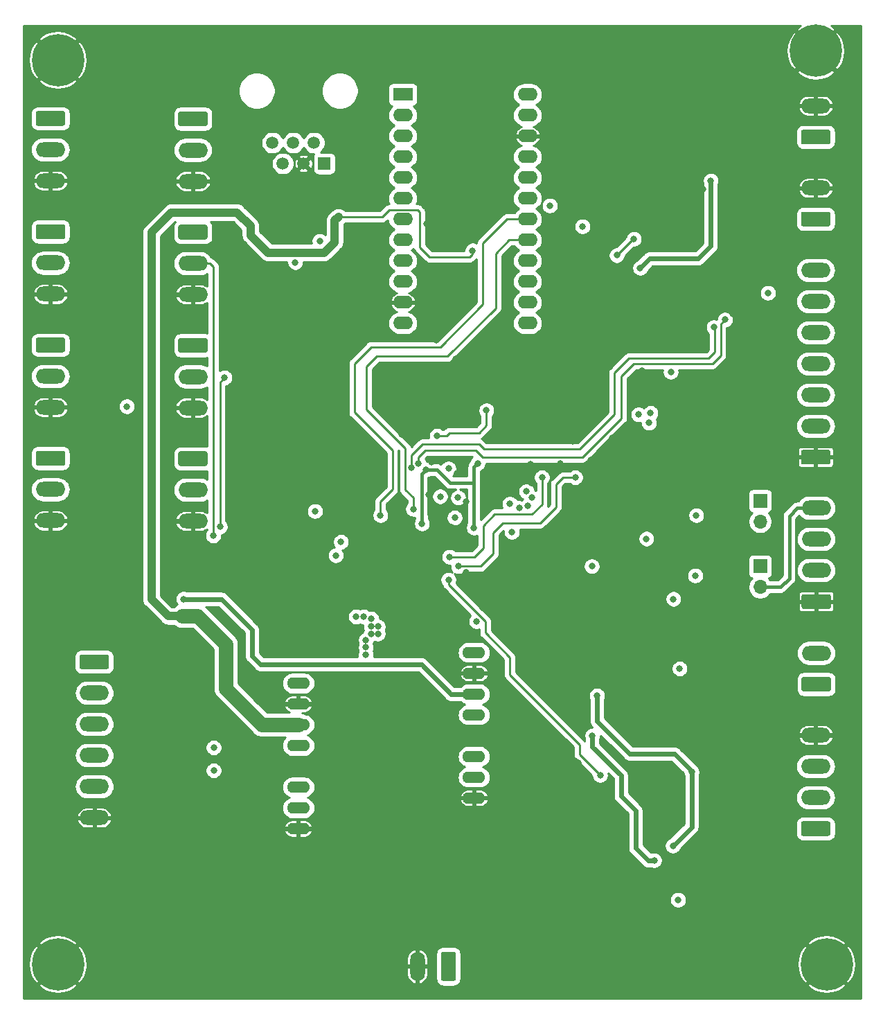
<source format=gbr>
G04 #@! TF.GenerationSoftware,KiCad,Pcbnew,(5.1.9)-1*
G04 #@! TF.CreationDate,2021-05-11T09:04:55+02:00*
G04 #@! TF.ProjectId,SIOMv01,53494f4d-7630-4312-9e6b-696361645f70,rev?*
G04 #@! TF.SameCoordinates,Original*
G04 #@! TF.FileFunction,Copper,L4,Bot*
G04 #@! TF.FilePolarity,Positive*
%FSLAX46Y46*%
G04 Gerber Fmt 4.6, Leading zero omitted, Abs format (unit mm)*
G04 Created by KiCad (PCBNEW (5.1.9)-1) date 2021-05-11 09:04:55*
%MOMM*%
%LPD*%
G01*
G04 APERTURE LIST*
G04 #@! TA.AperFunction,ComponentPad*
%ADD10O,2.400000X1.600000*%
G04 #@! TD*
G04 #@! TA.AperFunction,ComponentPad*
%ADD11R,2.400000X1.600000*%
G04 #@! TD*
G04 #@! TA.AperFunction,ComponentPad*
%ADD12O,3.600000X1.800000*%
G04 #@! TD*
G04 #@! TA.AperFunction,ComponentPad*
%ADD13O,1.800000X3.600000*%
G04 #@! TD*
G04 #@! TA.AperFunction,ComponentPad*
%ADD14O,2.794000X1.397000*%
G04 #@! TD*
G04 #@! TA.AperFunction,ComponentPad*
%ADD15O,1.700000X1.700000*%
G04 #@! TD*
G04 #@! TA.AperFunction,ComponentPad*
%ADD16R,1.700000X1.700000*%
G04 #@! TD*
G04 #@! TA.AperFunction,ComponentPad*
%ADD17R,1.520000X1.520000*%
G04 #@! TD*
G04 #@! TA.AperFunction,ComponentPad*
%ADD18C,1.520000*%
G04 #@! TD*
G04 #@! TA.AperFunction,ComponentPad*
%ADD19C,0.800000*%
G04 #@! TD*
G04 #@! TA.AperFunction,ComponentPad*
%ADD20C,6.400000*%
G04 #@! TD*
G04 #@! TA.AperFunction,ViaPad*
%ADD21C,0.800000*%
G04 #@! TD*
G04 #@! TA.AperFunction,Conductor*
%ADD22C,0.600000*%
G04 #@! TD*
G04 #@! TA.AperFunction,Conductor*
%ADD23C,1.800000*%
G04 #@! TD*
G04 #@! TA.AperFunction,Conductor*
%ADD24C,1.000000*%
G04 #@! TD*
G04 #@! TA.AperFunction,Conductor*
%ADD25C,0.250000*%
G04 #@! TD*
G04 #@! TA.AperFunction,Conductor*
%ADD26C,0.400000*%
G04 #@! TD*
G04 #@! TA.AperFunction,Conductor*
%ADD27C,0.100000*%
G04 #@! TD*
G04 APERTURE END LIST*
D10*
X80276000Y-68959000D03*
X65036000Y-96899000D03*
X80276000Y-71499000D03*
X65036000Y-94359000D03*
X80276000Y-74039000D03*
X65036000Y-91819000D03*
X80276000Y-76579000D03*
X65036000Y-89279000D03*
X80276000Y-79119000D03*
X65036000Y-86739000D03*
X80276000Y-81659000D03*
X65036000Y-84199000D03*
X80276000Y-84199000D03*
X65036000Y-81659000D03*
X80276000Y-86739000D03*
X65036000Y-79119000D03*
X80276000Y-89279000D03*
X65036000Y-76579000D03*
X80276000Y-91819000D03*
X65036000Y-74039000D03*
X80276000Y-94359000D03*
X65036000Y-71499000D03*
X80276000Y-96899000D03*
D11*
X65036000Y-68959000D03*
D12*
X115570000Y-137223500D03*
G04 #@! TA.AperFunction,ComponentPad*
G36*
G01*
X117120000Y-141933500D02*
X114020000Y-141933500D01*
G75*
G02*
X113770000Y-141683500I0J250000D01*
G01*
X113770000Y-140383500D01*
G75*
G02*
X114020000Y-140133500I250000J0D01*
G01*
X117120000Y-140133500D01*
G75*
G02*
X117370000Y-140383500I0J-250000D01*
G01*
X117370000Y-141683500D01*
G75*
G02*
X117120000Y-141933500I-250000J0D01*
G01*
G37*
G04 #@! TD.AperFunction*
X115506500Y-147256500D03*
X115506500Y-151066500D03*
X115506500Y-154876500D03*
G04 #@! TA.AperFunction,ComponentPad*
G36*
G01*
X117056500Y-159586500D02*
X113956500Y-159586500D01*
G75*
G02*
X113706500Y-159336500I0J250000D01*
G01*
X113706500Y-158036500D01*
G75*
G02*
X113956500Y-157786500I250000J0D01*
G01*
X117056500Y-157786500D01*
G75*
G02*
X117306500Y-158036500I0J-250000D01*
G01*
X117306500Y-159336500D01*
G75*
G02*
X117056500Y-159586500I-250000J0D01*
G01*
G37*
G04 #@! TD.AperFunction*
X39370000Y-93408500D03*
X39370000Y-89598500D03*
G04 #@! TA.AperFunction,ComponentPad*
G36*
G01*
X37820000Y-84888500D02*
X40920000Y-84888500D01*
G75*
G02*
X41170000Y-85138500I0J-250000D01*
G01*
X41170000Y-86438500D01*
G75*
G02*
X40920000Y-86688500I-250000J0D01*
G01*
X37820000Y-86688500D01*
G75*
G02*
X37570000Y-86438500I0J250000D01*
G01*
X37570000Y-85138500D01*
G75*
G02*
X37820000Y-84888500I250000J0D01*
G01*
G37*
G04 #@! TD.AperFunction*
X21958300Y-79514700D03*
X21958300Y-75704700D03*
G04 #@! TA.AperFunction,ComponentPad*
G36*
G01*
X20408300Y-70994700D02*
X23508300Y-70994700D01*
G75*
G02*
X23758300Y-71244700I0J-250000D01*
G01*
X23758300Y-72544700D01*
G75*
G02*
X23508300Y-72794700I-250000J0D01*
G01*
X20408300Y-72794700D01*
G75*
G02*
X20158300Y-72544700I0J250000D01*
G01*
X20158300Y-71244700D01*
G75*
G02*
X20408300Y-70994700I250000J0D01*
G01*
G37*
G04 #@! TD.AperFunction*
D13*
X66802000Y-175514000D03*
G04 #@! TA.AperFunction,ComponentPad*
G36*
G01*
X71512000Y-173964000D02*
X71512000Y-177064000D01*
G75*
G02*
X71262000Y-177314000I-250000J0D01*
G01*
X69962000Y-177314000D01*
G75*
G02*
X69712000Y-177064000I0J250000D01*
G01*
X69712000Y-173964000D01*
G75*
G02*
X69962000Y-173714000I250000J0D01*
G01*
X71262000Y-173714000D01*
G75*
G02*
X71512000Y-173964000I0J-250000D01*
G01*
G37*
G04 #@! TD.AperFunction*
D12*
X115506500Y-90424000D03*
X115506500Y-94234000D03*
X115506500Y-98044000D03*
X115506500Y-101854000D03*
X115506500Y-105664000D03*
X115506500Y-109474000D03*
G04 #@! TA.AperFunction,ComponentPad*
G36*
G01*
X117056500Y-114184000D02*
X113956500Y-114184000D01*
G75*
G02*
X113706500Y-113934000I0J250000D01*
G01*
X113706500Y-112634000D01*
G75*
G02*
X113956500Y-112384000I250000J0D01*
G01*
X117056500Y-112384000D01*
G75*
G02*
X117306500Y-112634000I0J-250000D01*
G01*
X117306500Y-113934000D01*
G75*
G02*
X117056500Y-114184000I-250000J0D01*
G01*
G37*
G04 #@! TD.AperFunction*
X115570000Y-119507000D03*
X115570000Y-123317000D03*
X115570000Y-127127000D03*
G04 #@! TA.AperFunction,ComponentPad*
G36*
G01*
X117120000Y-131837000D02*
X114020000Y-131837000D01*
G75*
G02*
X113770000Y-131587000I0J250000D01*
G01*
X113770000Y-130287000D01*
G75*
G02*
X114020000Y-130037000I250000J0D01*
G01*
X117120000Y-130037000D01*
G75*
G02*
X117370000Y-130287000I0J-250000D01*
G01*
X117370000Y-131587000D01*
G75*
G02*
X117120000Y-131837000I-250000J0D01*
G01*
G37*
G04 #@! TD.AperFunction*
X115506500Y-80391000D03*
G04 #@! TA.AperFunction,ComponentPad*
G36*
G01*
X117056500Y-85101000D02*
X113956500Y-85101000D01*
G75*
G02*
X113706500Y-84851000I0J250000D01*
G01*
X113706500Y-83551000D01*
G75*
G02*
X113956500Y-83301000I250000J0D01*
G01*
X117056500Y-83301000D01*
G75*
G02*
X117306500Y-83551000I0J-250000D01*
G01*
X117306500Y-84851000D01*
G75*
G02*
X117056500Y-85101000I-250000J0D01*
G01*
G37*
G04 #@! TD.AperFunction*
X115506500Y-70358000D03*
G04 #@! TA.AperFunction,ComponentPad*
G36*
G01*
X117056500Y-75068000D02*
X113956500Y-75068000D01*
G75*
G02*
X113706500Y-74818000I0J250000D01*
G01*
X113706500Y-73518000D01*
G75*
G02*
X113956500Y-73268000I250000J0D01*
G01*
X117056500Y-73268000D01*
G75*
G02*
X117306500Y-73518000I0J-250000D01*
G01*
X117306500Y-74818000D01*
G75*
G02*
X117056500Y-75068000I-250000J0D01*
G01*
G37*
G04 #@! TD.AperFunction*
X27305000Y-157353000D03*
X27305000Y-153543000D03*
X27305000Y-149733000D03*
X27305000Y-145923000D03*
X27305000Y-142113000D03*
G04 #@! TA.AperFunction,ComponentPad*
G36*
G01*
X25755000Y-137403000D02*
X28855000Y-137403000D01*
G75*
G02*
X29105000Y-137653000I0J-250000D01*
G01*
X29105000Y-138953000D01*
G75*
G02*
X28855000Y-139203000I-250000J0D01*
G01*
X25755000Y-139203000D01*
G75*
G02*
X25505000Y-138953000I0J250000D01*
G01*
X25505000Y-137653000D01*
G75*
G02*
X25755000Y-137403000I250000J0D01*
G01*
G37*
G04 #@! TD.AperFunction*
X21958300Y-93357700D03*
X21958300Y-89547700D03*
G04 #@! TA.AperFunction,ComponentPad*
G36*
G01*
X20408300Y-84837700D02*
X23508300Y-84837700D01*
G75*
G02*
X23758300Y-85087700I0J-250000D01*
G01*
X23758300Y-86387700D01*
G75*
G02*
X23508300Y-86637700I-250000J0D01*
G01*
X20408300Y-86637700D01*
G75*
G02*
X20158300Y-86387700I0J250000D01*
G01*
X20158300Y-85087700D01*
G75*
G02*
X20408300Y-84837700I250000J0D01*
G01*
G37*
G04 #@! TD.AperFunction*
X21958300Y-107200700D03*
X21958300Y-103390700D03*
G04 #@! TA.AperFunction,ComponentPad*
G36*
G01*
X20408300Y-98680700D02*
X23508300Y-98680700D01*
G75*
G02*
X23758300Y-98930700I0J-250000D01*
G01*
X23758300Y-100230700D01*
G75*
G02*
X23508300Y-100480700I-250000J0D01*
G01*
X20408300Y-100480700D01*
G75*
G02*
X20158300Y-100230700I0J250000D01*
G01*
X20158300Y-98930700D01*
G75*
G02*
X20408300Y-98680700I250000J0D01*
G01*
G37*
G04 #@! TD.AperFunction*
X21958300Y-121043700D03*
X21958300Y-117233700D03*
G04 #@! TA.AperFunction,ComponentPad*
G36*
G01*
X20408300Y-112523700D02*
X23508300Y-112523700D01*
G75*
G02*
X23758300Y-112773700I0J-250000D01*
G01*
X23758300Y-114073700D01*
G75*
G02*
X23508300Y-114323700I-250000J0D01*
G01*
X20408300Y-114323700D01*
G75*
G02*
X20158300Y-114073700I0J250000D01*
G01*
X20158300Y-112773700D01*
G75*
G02*
X20408300Y-112523700I250000J0D01*
G01*
G37*
G04 #@! TD.AperFunction*
X39370000Y-79565500D03*
X39370000Y-75755500D03*
G04 #@! TA.AperFunction,ComponentPad*
G36*
G01*
X37820000Y-71045500D02*
X40920000Y-71045500D01*
G75*
G02*
X41170000Y-71295500I0J-250000D01*
G01*
X41170000Y-72595500D01*
G75*
G02*
X40920000Y-72845500I-250000J0D01*
G01*
X37820000Y-72845500D01*
G75*
G02*
X37570000Y-72595500I0J250000D01*
G01*
X37570000Y-71295500D01*
G75*
G02*
X37820000Y-71045500I250000J0D01*
G01*
G37*
G04 #@! TD.AperFunction*
X39370000Y-107251500D03*
X39370000Y-103441500D03*
G04 #@! TA.AperFunction,ComponentPad*
G36*
G01*
X37820000Y-98731500D02*
X40920000Y-98731500D01*
G75*
G02*
X41170000Y-98981500I0J-250000D01*
G01*
X41170000Y-100281500D01*
G75*
G02*
X40920000Y-100531500I-250000J0D01*
G01*
X37820000Y-100531500D01*
G75*
G02*
X37570000Y-100281500I0J250000D01*
G01*
X37570000Y-98981500D01*
G75*
G02*
X37820000Y-98731500I250000J0D01*
G01*
G37*
G04 #@! TD.AperFunction*
X39370000Y-121094500D03*
X39370000Y-117284500D03*
G04 #@! TA.AperFunction,ComponentPad*
G36*
G01*
X37820000Y-112574500D02*
X40920000Y-112574500D01*
G75*
G02*
X41170000Y-112824500I0J-250000D01*
G01*
X41170000Y-114124500D01*
G75*
G02*
X40920000Y-114374500I-250000J0D01*
G01*
X37820000Y-114374500D01*
G75*
G02*
X37570000Y-114124500I0J250000D01*
G01*
X37570000Y-112824500D01*
G75*
G02*
X37820000Y-112574500I250000J0D01*
G01*
G37*
G04 #@! TD.AperFunction*
D14*
X73723500Y-137160000D03*
X73723500Y-139700000D03*
X73723500Y-142240000D03*
X73723500Y-144780000D03*
X73723500Y-154940000D03*
X73723500Y-152400000D03*
X73723500Y-149860000D03*
X52260500Y-140906500D03*
X52260500Y-143446500D03*
X52260500Y-145986500D03*
X52260500Y-148526500D03*
X52260500Y-158686500D03*
X52260500Y-156146500D03*
X52260500Y-153606500D03*
D15*
X108712000Y-121158000D03*
D16*
X108712000Y-118618000D03*
D15*
X108712000Y-129159000D03*
D16*
X108712000Y-126619000D03*
D17*
X55435500Y-77406500D03*
D18*
X54165500Y-74866500D03*
X52895500Y-77406500D03*
X51625500Y-74866500D03*
X50355500Y-77406500D03*
X49085500Y-74866500D03*
D19*
X117203556Y-61929944D03*
X115506500Y-61227000D03*
X113809444Y-61929944D03*
X113106500Y-63627000D03*
X113809444Y-65324056D03*
X115506500Y-66027000D03*
X117203556Y-65324056D03*
X117906500Y-63627000D03*
D20*
X115506500Y-63627000D03*
D19*
X118537056Y-173562944D03*
X116840000Y-172860000D03*
X115142944Y-173562944D03*
X114440000Y-175260000D03*
X115142944Y-176957056D03*
X116840000Y-177660000D03*
X118537056Y-176957056D03*
X119240000Y-175260000D03*
D20*
X116840000Y-175260000D03*
D19*
X24557056Y-63072944D03*
X22860000Y-62370000D03*
X21162944Y-63072944D03*
X20460000Y-64770000D03*
X21162944Y-66467056D03*
X22860000Y-67170000D03*
X24557056Y-66467056D03*
X25260000Y-64770000D03*
D20*
X22860000Y-64770000D03*
D19*
X24557056Y-173562944D03*
X22860000Y-172860000D03*
X21162944Y-173562944D03*
X20460000Y-175260000D03*
X21162944Y-176957056D03*
X22860000Y-177660000D03*
X24557056Y-176957056D03*
X25260000Y-175260000D03*
D20*
X22860000Y-175260000D03*
D21*
X106172000Y-70548500D03*
X102997000Y-70548500D03*
X104584500Y-68135500D03*
X93408500Y-152082500D03*
X104267000Y-147447000D03*
X101155500Y-147447000D03*
X102806500Y-145224500D03*
X101727000Y-77597000D03*
X101727000Y-80518000D03*
X106807000Y-75946000D03*
X94742000Y-77406500D03*
X101409500Y-82994500D03*
X109982000Y-81788000D03*
X80962500Y-137858500D03*
X83820000Y-137922000D03*
X82423000Y-135509000D03*
X86169500Y-139255500D03*
X91821000Y-159639000D03*
X89725500Y-161099500D03*
X89662000Y-158051500D03*
X86487000Y-150622000D03*
X65976500Y-149733000D03*
X60896500Y-141351000D03*
X59182000Y-142938500D03*
X63119000Y-131318000D03*
X52832000Y-135826500D03*
X52895500Y-132588000D03*
X55689500Y-143637000D03*
X55372000Y-148209000D03*
X66167000Y-158432500D03*
X63055500Y-152400000D03*
X60007500Y-152463500D03*
X69088000Y-155956000D03*
X70294500Y-160464500D03*
X70231000Y-163322000D03*
X56705500Y-158686500D03*
X56642000Y-154051000D03*
X76517500Y-106108500D03*
X69405500Y-102997000D03*
X65976500Y-109093000D03*
X62865000Y-103124000D03*
X68516500Y-113919000D03*
X54864000Y-84963000D03*
X54864000Y-82931000D03*
X48577500Y-83756500D03*
X33845500Y-147193000D03*
X32702500Y-150050500D03*
X34099500Y-142875000D03*
X39687500Y-141986000D03*
X37909500Y-149542500D03*
X79946500Y-124079000D03*
X107569000Y-153479500D03*
X103759000Y-142049500D03*
X107061000Y-142113000D03*
X94932500Y-160020000D03*
X98615500Y-100076000D03*
X76454000Y-126238000D03*
X78359000Y-128270000D03*
X73660000Y-107696000D03*
X64897000Y-110490000D03*
X59563000Y-115316000D03*
X108331000Y-110617000D03*
X105346500Y-95758000D03*
X105346500Y-94615000D03*
X97726500Y-91059000D03*
X108394500Y-90424000D03*
X99441000Y-110363000D03*
X101219000Y-111633000D03*
X94234000Y-102743000D03*
X108204000Y-106934000D03*
X104965500Y-100203000D03*
X106870500Y-100330000D03*
X61468000Y-95186500D03*
X52959000Y-117221000D03*
X55689500Y-116014500D03*
X52895500Y-116014500D03*
X52895500Y-114808000D03*
X88265000Y-121539000D03*
X99187000Y-126174500D03*
X99314000Y-118618000D03*
X104457500Y-116459000D03*
X104902000Y-123761500D03*
X110426500Y-106680000D03*
X109537500Y-102679500D03*
X36258500Y-157543500D03*
X38227000Y-156210000D03*
X38798500Y-150431500D03*
X35306000Y-148653500D03*
X33401000Y-136398000D03*
X35750500Y-136398000D03*
X38163500Y-136461500D03*
X24892000Y-136271000D03*
X24574500Y-142811500D03*
X25019000Y-147129500D03*
X24511000Y-152400000D03*
X72771000Y-127344000D03*
X62420500Y-125476000D03*
X66167000Y-120904000D03*
X68199000Y-117856000D03*
X88214200Y-109169200D03*
X90627200Y-110896400D03*
X87985600Y-113614200D03*
X89281000Y-115620800D03*
X92303600Y-115112800D03*
X95758000Y-119176800D03*
X99136200Y-115976400D03*
X91694000Y-125730000D03*
X91694000Y-121666000D03*
X70993000Y-121869200D03*
X72745600Y-118745000D03*
X71653400Y-115290600D03*
X80619600Y-114147600D03*
X80746600Y-116433600D03*
X84277200Y-114096800D03*
X85775800Y-111379000D03*
X84353400Y-110312200D03*
X82321400Y-108305600D03*
X88519000Y-105181400D03*
X80441800Y-101193600D03*
X83108800Y-97917000D03*
X71526400Y-101244400D03*
X69088000Y-98958400D03*
X57886600Y-106248200D03*
X54864000Y-106375200D03*
X58724800Y-110947200D03*
X54940200Y-111277400D03*
X47294800Y-112725200D03*
X50368200Y-134137400D03*
X44475400Y-134340600D03*
X45542200Y-148894800D03*
X44704000Y-174091600D03*
X56362600Y-173659800D03*
X45110400Y-165252400D03*
X55448200Y-165100000D03*
X72618600Y-165506400D03*
X76301600Y-175768000D03*
X89382600Y-165557200D03*
X93548200Y-175615600D03*
X116763800Y-165252400D03*
X111607600Y-173939200D03*
X72136000Y-87706200D03*
X67945000Y-84810600D03*
X76250800Y-80746600D03*
X74371200Y-81889600D03*
X69062600Y-77266800D03*
X72161400Y-74472800D03*
X91871800Y-82524600D03*
X85496400Y-80137000D03*
X104724200Y-86487000D03*
X99695000Y-85852000D03*
X111861600Y-78308200D03*
X110058200Y-75565000D03*
X109829600Y-71272400D03*
X97536000Y-64262000D03*
X88646000Y-65024000D03*
X73888600Y-63703200D03*
X55549800Y-64084200D03*
X38125400Y-63601600D03*
X34163000Y-67792600D03*
X48590200Y-97790000D03*
X48717200Y-93776800D03*
X45415200Y-95758000D03*
X85344000Y-70891400D03*
X76555600Y-71602600D03*
X61544200Y-70002400D03*
X46990000Y-73253600D03*
X44526200Y-79502000D03*
X44653200Y-86715600D03*
X38989000Y-96367600D03*
X28600400Y-107137200D03*
X26771600Y-107188000D03*
X26085800Y-95681800D03*
X28676600Y-95631000D03*
X31191200Y-95554800D03*
X27635200Y-81788000D03*
X31800800Y-81838800D03*
X36372800Y-77724000D03*
X35941000Y-96418400D03*
X36550600Y-108077000D03*
X30632400Y-121208800D03*
X32512000Y-114452400D03*
X25704800Y-130098800D03*
X40411400Y-126695200D03*
X32181800Y-165049200D03*
X22275800Y-168630600D03*
X100901500Y-120396000D03*
X100774500Y-127762000D03*
X82994500Y-82550000D03*
X86995000Y-85090000D03*
X54864000Y-86868000D03*
X88138000Y-126619000D03*
X54292500Y-119888000D03*
X97790000Y-102870000D03*
X109664500Y-93218000D03*
X74041000Y-133350000D03*
X61150500Y-134874000D03*
X61150500Y-133985000D03*
X61150500Y-133032500D03*
X61976000Y-134874000D03*
X61976000Y-133985000D03*
X60261500Y-132778500D03*
X59309000Y-132778500D03*
X60515500Y-135636000D03*
X60515500Y-136525000D03*
X60515500Y-137414000D03*
X41910000Y-148780500D03*
X41910000Y-151574500D03*
X98679000Y-167386000D03*
X31292800Y-107086400D03*
X100330000Y-151765000D03*
X88773000Y-142430500D03*
X102679500Y-79502000D03*
X94043500Y-90170000D03*
X38227000Y-130619500D03*
X98044000Y-160782000D03*
X38036500Y-132715000D03*
X95758000Y-162560000D03*
X88201500Y-147320000D03*
X57150000Y-83921600D03*
X73558400Y-88036400D03*
X42672000Y-121793000D03*
X43243500Y-103568500D03*
X41846500Y-122872500D03*
X78359000Y-122428000D03*
X98869500Y-139128500D03*
X69215000Y-110680500D03*
X75247500Y-107569000D03*
X70612000Y-114681000D03*
X51879500Y-89471500D03*
X80137000Y-117475000D03*
X98107500Y-130619500D03*
X57467500Y-123634500D03*
X71374000Y-120675400D03*
X69608700Y-118097300D03*
X80777186Y-118243223D03*
X94805500Y-123253500D03*
X56832500Y-125285500D03*
X71780400Y-118237000D03*
X86106000Y-115760500D03*
X71818500Y-126619000D03*
X82042000Y-115760500D03*
X70739000Y-125476000D03*
X62293500Y-120396000D03*
X66294000Y-119634000D03*
X89154000Y-152146000D03*
X70612000Y-128270000D03*
X93281500Y-86614000D03*
X91186000Y-88609000D03*
X78105000Y-118999000D03*
X95313500Y-107886500D03*
X79248000Y-119507000D03*
X93853000Y-108077000D03*
X80264000Y-119253000D03*
X95123000Y-109093000D03*
X66070584Y-114591618D03*
X103060500Y-97409000D03*
X66929000Y-114046000D03*
X104420501Y-96483001D03*
X67818000Y-114808000D03*
X74168000Y-114046000D03*
X73723500Y-121920000D03*
X67373500Y-121412000D03*
D22*
X100330000Y-151765000D02*
X100330000Y-151638000D01*
X100330000Y-151638000D02*
X98234500Y-149542500D01*
X91059000Y-147828000D02*
X88773000Y-145542000D01*
X88773000Y-145542000D02*
X88773000Y-142430500D01*
X102679500Y-79502000D02*
X102679500Y-87503000D01*
X102679500Y-87503000D02*
X101155500Y-89027000D01*
X101155500Y-89027000D02*
X95186500Y-89027000D01*
X95186500Y-89027000D02*
X94043500Y-90170000D01*
X73723500Y-142240000D02*
X70929500Y-142240000D01*
X70929500Y-142240000D02*
X67310000Y-138620500D01*
X67310000Y-138620500D02*
X47625000Y-138620500D01*
X47625000Y-138620500D02*
X46609000Y-137604500D01*
X46609000Y-137604500D02*
X46609000Y-134366000D01*
X42862500Y-130619500D02*
X38227000Y-130619500D01*
X46609000Y-134366000D02*
X42862500Y-130619500D01*
X100330000Y-158496000D02*
X100330000Y-158242000D01*
X98044000Y-160782000D02*
X100330000Y-158496000D01*
X100330000Y-151765000D02*
X100330000Y-158242000D01*
X91059000Y-147828000D02*
X92773500Y-149542500D01*
X98234500Y-149542500D02*
X92773500Y-149542500D01*
D23*
X52260500Y-145986500D02*
X47815500Y-145986500D01*
X47815500Y-145986500D02*
X43370500Y-141541500D01*
X43370500Y-141541500D02*
X43370500Y-136144000D01*
X43370500Y-136144000D02*
X39941500Y-132715000D01*
X39941500Y-132715000D02*
X38036500Y-132715000D01*
D24*
X38036500Y-132715000D02*
X36322000Y-132715000D01*
X36322000Y-132715000D02*
X34290000Y-130683000D01*
X34290000Y-130683000D02*
X34290000Y-85788500D01*
X34290000Y-85788500D02*
X36703000Y-83375500D01*
X36703000Y-83375500D02*
X44767500Y-83375500D01*
X44767500Y-83375500D02*
X46418500Y-85026500D01*
D22*
X95758000Y-162560000D02*
X94996000Y-162560000D01*
X94996000Y-162560000D02*
X93472000Y-161036000D01*
X93472000Y-161036000D02*
X93472000Y-156464000D01*
X93472000Y-156464000D02*
X91694000Y-154686000D01*
X91694000Y-154686000D02*
X91694000Y-152146000D01*
X88201500Y-148653500D02*
X88201500Y-147320000D01*
X91694000Y-152146000D02*
X88201500Y-148653500D01*
D24*
X46418500Y-85026500D02*
X46418500Y-86169500D01*
X46418500Y-86169500D02*
X48564800Y-88315800D01*
X48564800Y-88315800D02*
X55397400Y-88315800D01*
X55397400Y-88315800D02*
X56692800Y-87020400D01*
X56692800Y-87020400D02*
X56692800Y-84378800D01*
X56692800Y-84378800D02*
X57150000Y-83921600D01*
D25*
X57150000Y-83921600D02*
X62534800Y-83921600D01*
X62534800Y-83921600D02*
X63382410Y-83073990D01*
X73558400Y-88493600D02*
X73558400Y-88036400D01*
X73228200Y-88823800D02*
X73558400Y-88493600D01*
X67437000Y-87985600D02*
X68275200Y-88823800D01*
X68275200Y-88823800D02*
X73228200Y-88823800D01*
X67106800Y-83369380D02*
X66811410Y-83073990D01*
X67106800Y-87655400D02*
X67106800Y-83369380D01*
X67437000Y-87985600D02*
X67106800Y-87655400D01*
X63382410Y-83073990D02*
X66811410Y-83073990D01*
D26*
X108712000Y-129159000D02*
X111188500Y-129159000D01*
X111188500Y-129159000D02*
X112268000Y-128079500D01*
X112268000Y-128079500D02*
X112268000Y-120459500D01*
X113220500Y-119507000D02*
X115570000Y-119507000D01*
X112268000Y-120459500D02*
X113220500Y-119507000D01*
D25*
X42672000Y-121793000D02*
X42672000Y-104140000D01*
X42672000Y-104140000D02*
X43243500Y-103568500D01*
X41465500Y-89598500D02*
X39370000Y-89598500D01*
X41846500Y-89979500D02*
X41465500Y-89598500D01*
X41846500Y-122872500D02*
X41846500Y-89979500D01*
X69215000Y-110680500D02*
X70358000Y-110680500D01*
X70358000Y-110680500D02*
X70739000Y-110299500D01*
X70739000Y-110299500D02*
X74358500Y-110299500D01*
X74358500Y-110299500D02*
X75247500Y-109410500D01*
X75247500Y-109410500D02*
X75247500Y-107569000D01*
X86106000Y-115760500D02*
X84582000Y-115760500D01*
X84582000Y-115760500D02*
X83756500Y-116586000D01*
X83756500Y-116586000D02*
X83756500Y-119380000D01*
X83756500Y-119380000D02*
X81788000Y-121348500D01*
X81788000Y-121348500D02*
X77216000Y-121348500D01*
X77216000Y-121348500D02*
X76073000Y-122491500D01*
X76073000Y-122491500D02*
X76073000Y-125095000D01*
X76073000Y-125095000D02*
X74549000Y-126619000D01*
X74549000Y-126619000D02*
X71818500Y-126619000D01*
X82042000Y-115760500D02*
X82042000Y-119062500D01*
X82042000Y-119062500D02*
X80835500Y-120269000D01*
X80835500Y-120269000D02*
X76263500Y-120269000D01*
X76263500Y-120269000D02*
X74866500Y-121666000D01*
X74866500Y-121666000D02*
X74866500Y-124396500D01*
X73787000Y-125476000D02*
X70739000Y-125476000D01*
X74866500Y-124396500D02*
X73787000Y-125476000D01*
X77726000Y-84199000D02*
X80276000Y-84199000D01*
X74803000Y-87122000D02*
X77726000Y-84199000D01*
X59118500Y-101854000D02*
X61150500Y-99822000D01*
X59118500Y-107823000D02*
X59118500Y-101854000D01*
X63754000Y-112458500D02*
X59118500Y-107823000D01*
X63754000Y-117221000D02*
X63754000Y-112458500D01*
X62293500Y-118681500D02*
X63754000Y-117221000D01*
X62293500Y-120396000D02*
X62293500Y-118681500D01*
X69596000Y-99822000D02*
X74803000Y-94615000D01*
X69024500Y-99822000D02*
X69596000Y-99822000D01*
X74803000Y-94615000D02*
X74803000Y-87122000D01*
X61150500Y-99822000D02*
X69024500Y-99822000D01*
X78043500Y-86739000D02*
X80276000Y-86739000D01*
X76390500Y-88392000D02*
X78043500Y-86739000D01*
X70485000Y-100965000D02*
X76390500Y-95059500D01*
X61849000Y-100965000D02*
X70485000Y-100965000D01*
X76390500Y-95059500D02*
X76390500Y-88392000D01*
X60579000Y-107442000D02*
X60579000Y-102235000D01*
X60579000Y-102235000D02*
X61849000Y-100965000D01*
X65341500Y-117284500D02*
X65341500Y-112204500D01*
X65341500Y-112204500D02*
X60579000Y-107442000D01*
X66294000Y-118237000D02*
X65341500Y-117284500D01*
X66294000Y-119634000D02*
X66294000Y-118237000D01*
X89154000Y-152146000D02*
X86614000Y-149606000D01*
X86614000Y-149606000D02*
X86614000Y-148399500D01*
X86614000Y-148399500D02*
X78105000Y-139890500D01*
X78105000Y-139890500D02*
X78105000Y-137731500D01*
X78105000Y-137731500D02*
X75120500Y-134747000D01*
X70612000Y-128847998D02*
X70612000Y-128270000D01*
X75120500Y-133356498D02*
X70612000Y-128847998D01*
X75120500Y-134747000D02*
X75120500Y-133356498D01*
X93181000Y-86614000D02*
X93281500Y-86614000D01*
X91186000Y-88609000D02*
X93181000Y-86614000D01*
X103187500Y-97536000D02*
X103060500Y-97409000D01*
X103187500Y-100457000D02*
X103187500Y-97536000D01*
X86677500Y-112268000D02*
X90868500Y-108077000D01*
X92646500Y-101219000D02*
X102425500Y-101219000D01*
X66070584Y-114591618D02*
X66070584Y-113062916D01*
X74358500Y-111696500D02*
X74930000Y-112268000D01*
X66070584Y-113062916D02*
X67437000Y-111696500D01*
X67437000Y-111696500D02*
X74358500Y-111696500D01*
X74930000Y-112268000D02*
X86677500Y-112268000D01*
X90868500Y-108077000D02*
X90868500Y-102997000D01*
X90868500Y-102997000D02*
X92646500Y-101219000D01*
X102425500Y-101219000D02*
X103187500Y-100457000D01*
X103886000Y-97017502D02*
X104420501Y-96483001D01*
X93281500Y-101854000D02*
X102870000Y-101854000D01*
X91757500Y-103378000D02*
X93281500Y-101854000D01*
X91757500Y-108521500D02*
X91757500Y-103378000D01*
X73977500Y-112458500D02*
X74803000Y-113284000D01*
X67754500Y-112458500D02*
X73977500Y-112458500D01*
X86995000Y-113284000D02*
X91757500Y-108521500D01*
X74803000Y-113284000D02*
X86995000Y-113284000D01*
X66929000Y-113284000D02*
X67754500Y-112458500D01*
X102870000Y-101854000D02*
X103886000Y-100838000D01*
X66929000Y-114046000D02*
X66929000Y-113284000D01*
X103886000Y-100838000D02*
X103886000Y-97017502D01*
D26*
X73727000Y-114487000D02*
X74168000Y-114046000D01*
X73727000Y-116399000D02*
X73727000Y-114487000D01*
X69208000Y-114808000D02*
X70799000Y-116399000D01*
X67818000Y-114808000D02*
X69208000Y-114808000D01*
X73727000Y-116399000D02*
X70799000Y-116399000D01*
X73723500Y-121920000D02*
X73727000Y-116399000D01*
X67310000Y-115316000D02*
X67818000Y-114808000D01*
X67310000Y-120523000D02*
X67310000Y-115316000D01*
X67373500Y-120586500D02*
X67310000Y-120523000D01*
X67373500Y-121412000D02*
X67373500Y-120586500D01*
D25*
X113518647Y-60630011D02*
X113498361Y-60643566D01*
X113123416Y-61061482D01*
X115506500Y-63444566D01*
X117889584Y-61061482D01*
X117514639Y-60643566D01*
X117383690Y-60573000D01*
X121037001Y-60573000D01*
X121037000Y-179457000D01*
X18663000Y-179457000D01*
X18663000Y-177825518D01*
X20476916Y-177825518D01*
X20851861Y-178243434D01*
X21472486Y-178577877D01*
X22146433Y-178784816D01*
X22847802Y-178856298D01*
X23549639Y-178789575D01*
X24224973Y-178587213D01*
X24847853Y-178256989D01*
X24868139Y-178243434D01*
X25243084Y-177825518D01*
X22860000Y-175442434D01*
X20476916Y-177825518D01*
X18663000Y-177825518D01*
X18663000Y-175247802D01*
X19263702Y-175247802D01*
X19330425Y-175949639D01*
X19532787Y-176624973D01*
X19863011Y-177247853D01*
X19876566Y-177268139D01*
X20294482Y-177643084D01*
X22677566Y-175260000D01*
X23042434Y-175260000D01*
X25425518Y-177643084D01*
X25843434Y-177268139D01*
X26177877Y-176647514D01*
X26384816Y-175973567D01*
X26418506Y-175643000D01*
X65523000Y-175643000D01*
X65523000Y-176543000D01*
X65572742Y-176790042D01*
X65669724Y-177022633D01*
X65810219Y-177231834D01*
X65988827Y-177409606D01*
X66198685Y-177549118D01*
X66431728Y-177645008D01*
X66475529Y-177650632D01*
X66673000Y-177591203D01*
X66673000Y-175643000D01*
X66931000Y-175643000D01*
X66931000Y-177591203D01*
X67128471Y-177650632D01*
X67172272Y-177645008D01*
X67405315Y-177549118D01*
X67615173Y-177409606D01*
X67793781Y-177231834D01*
X67934276Y-177022633D01*
X68031258Y-176790042D01*
X68081000Y-176543000D01*
X68081000Y-175643000D01*
X66931000Y-175643000D01*
X66673000Y-175643000D01*
X65523000Y-175643000D01*
X26418506Y-175643000D01*
X26456298Y-175272198D01*
X26389575Y-174570361D01*
X26363997Y-174485000D01*
X65523000Y-174485000D01*
X65523000Y-175385000D01*
X66673000Y-175385000D01*
X66673000Y-173436797D01*
X66931000Y-173436797D01*
X66931000Y-175385000D01*
X68081000Y-175385000D01*
X68081000Y-174485000D01*
X68031258Y-174237958D01*
X67934276Y-174005367D01*
X67906495Y-173964000D01*
X69075938Y-173964000D01*
X69075938Y-177064000D01*
X69092963Y-177236862D01*
X69143385Y-177403081D01*
X69225266Y-177556270D01*
X69335460Y-177690540D01*
X69469730Y-177800734D01*
X69622919Y-177882615D01*
X69789138Y-177933037D01*
X69962000Y-177950062D01*
X71262000Y-177950062D01*
X71434862Y-177933037D01*
X71601081Y-177882615D01*
X71707902Y-177825518D01*
X114456916Y-177825518D01*
X114831861Y-178243434D01*
X115452486Y-178577877D01*
X116126433Y-178784816D01*
X116827802Y-178856298D01*
X117529639Y-178789575D01*
X118204973Y-178587213D01*
X118827853Y-178256989D01*
X118848139Y-178243434D01*
X119223084Y-177825518D01*
X116840000Y-175442434D01*
X114456916Y-177825518D01*
X71707902Y-177825518D01*
X71754270Y-177800734D01*
X71888540Y-177690540D01*
X71998734Y-177556270D01*
X72080615Y-177403081D01*
X72131037Y-177236862D01*
X72148062Y-177064000D01*
X72148062Y-175247802D01*
X113243702Y-175247802D01*
X113310425Y-175949639D01*
X113512787Y-176624973D01*
X113843011Y-177247853D01*
X113856566Y-177268139D01*
X114274482Y-177643084D01*
X116657566Y-175260000D01*
X117022434Y-175260000D01*
X119405518Y-177643084D01*
X119823434Y-177268139D01*
X120157877Y-176647514D01*
X120364816Y-175973567D01*
X120436298Y-175272198D01*
X120369575Y-174570361D01*
X120167213Y-173895027D01*
X119836989Y-173272147D01*
X119823434Y-173251861D01*
X119405518Y-172876916D01*
X117022434Y-175260000D01*
X116657566Y-175260000D01*
X114274482Y-172876916D01*
X113856566Y-173251861D01*
X113522123Y-173872486D01*
X113315184Y-174546433D01*
X113243702Y-175247802D01*
X72148062Y-175247802D01*
X72148062Y-173964000D01*
X72131037Y-173791138D01*
X72080615Y-173624919D01*
X71998734Y-173471730D01*
X71888540Y-173337460D01*
X71754270Y-173227266D01*
X71601081Y-173145385D01*
X71434862Y-173094963D01*
X71262000Y-173077938D01*
X69962000Y-173077938D01*
X69789138Y-173094963D01*
X69622919Y-173145385D01*
X69469730Y-173227266D01*
X69335460Y-173337460D01*
X69225266Y-173471730D01*
X69143385Y-173624919D01*
X69092963Y-173791138D01*
X69075938Y-173964000D01*
X67906495Y-173964000D01*
X67793781Y-173796166D01*
X67615173Y-173618394D01*
X67405315Y-173478882D01*
X67172272Y-173382992D01*
X67128471Y-173377368D01*
X66931000Y-173436797D01*
X66673000Y-173436797D01*
X66475529Y-173377368D01*
X66431728Y-173382992D01*
X66198685Y-173478882D01*
X65988827Y-173618394D01*
X65810219Y-173796166D01*
X65669724Y-174005367D01*
X65572742Y-174237958D01*
X65523000Y-174485000D01*
X26363997Y-174485000D01*
X26187213Y-173895027D01*
X25856989Y-173272147D01*
X25843434Y-173251861D01*
X25425518Y-172876916D01*
X23042434Y-175260000D01*
X22677566Y-175260000D01*
X20294482Y-172876916D01*
X19876566Y-173251861D01*
X19542123Y-173872486D01*
X19335184Y-174546433D01*
X19263702Y-175247802D01*
X18663000Y-175247802D01*
X18663000Y-172694482D01*
X20476916Y-172694482D01*
X22860000Y-175077566D01*
X25243084Y-172694482D01*
X114456916Y-172694482D01*
X116840000Y-175077566D01*
X119223084Y-172694482D01*
X118848139Y-172276566D01*
X118227514Y-171942123D01*
X117553567Y-171735184D01*
X116852198Y-171663702D01*
X116150361Y-171730425D01*
X115475027Y-171932787D01*
X114852147Y-172263011D01*
X114831861Y-172276566D01*
X114456916Y-172694482D01*
X25243084Y-172694482D01*
X24868139Y-172276566D01*
X24247514Y-171942123D01*
X23573567Y-171735184D01*
X22872198Y-171663702D01*
X22170361Y-171730425D01*
X21495027Y-171932787D01*
X20872147Y-172263011D01*
X20851861Y-172276566D01*
X20476916Y-172694482D01*
X18663000Y-172694482D01*
X18663000Y-167284258D01*
X97646000Y-167284258D01*
X97646000Y-167487742D01*
X97685698Y-167687315D01*
X97763567Y-167875309D01*
X97876617Y-168044499D01*
X98020501Y-168188383D01*
X98189691Y-168301433D01*
X98377685Y-168379302D01*
X98577258Y-168419000D01*
X98780742Y-168419000D01*
X98980315Y-168379302D01*
X99168309Y-168301433D01*
X99337499Y-168188383D01*
X99481383Y-168044499D01*
X99594433Y-167875309D01*
X99672302Y-167687315D01*
X99712000Y-167487742D01*
X99712000Y-167284258D01*
X99672302Y-167084685D01*
X99594433Y-166896691D01*
X99481383Y-166727501D01*
X99337499Y-166583617D01*
X99168309Y-166470567D01*
X98980315Y-166392698D01*
X98780742Y-166353000D01*
X98577258Y-166353000D01*
X98377685Y-166392698D01*
X98189691Y-166470567D01*
X98020501Y-166583617D01*
X97876617Y-166727501D01*
X97763567Y-166896691D01*
X97685698Y-167084685D01*
X97646000Y-167284258D01*
X18663000Y-167284258D01*
X18663000Y-158981258D01*
X50525600Y-158981258D01*
X50594422Y-159177867D01*
X50708875Y-159357191D01*
X50856113Y-159510740D01*
X51030478Y-159632614D01*
X51225269Y-159718129D01*
X51433000Y-159764000D01*
X52131500Y-159764000D01*
X52131500Y-158815500D01*
X52389500Y-158815500D01*
X52389500Y-159764000D01*
X53088000Y-159764000D01*
X53295731Y-159718129D01*
X53490522Y-159632614D01*
X53664887Y-159510740D01*
X53812125Y-159357191D01*
X53926578Y-159177867D01*
X53995400Y-158981258D01*
X53933247Y-158815500D01*
X52389500Y-158815500D01*
X52131500Y-158815500D01*
X50587753Y-158815500D01*
X50525600Y-158981258D01*
X18663000Y-158981258D01*
X18663000Y-157679471D01*
X25168368Y-157679471D01*
X25173992Y-157723272D01*
X25269882Y-157956315D01*
X25409394Y-158166173D01*
X25587166Y-158344781D01*
X25796367Y-158485276D01*
X26028958Y-158582258D01*
X26276000Y-158632000D01*
X27176000Y-158632000D01*
X27176000Y-157482000D01*
X27434000Y-157482000D01*
X27434000Y-158632000D01*
X28334000Y-158632000D01*
X28581042Y-158582258D01*
X28813633Y-158485276D01*
X28952907Y-158391742D01*
X50525600Y-158391742D01*
X50587753Y-158557500D01*
X52131500Y-158557500D01*
X52131500Y-157609000D01*
X52389500Y-157609000D01*
X52389500Y-158557500D01*
X53933247Y-158557500D01*
X53995400Y-158391742D01*
X53926578Y-158195133D01*
X53812125Y-158015809D01*
X53664887Y-157862260D01*
X53490522Y-157740386D01*
X53295731Y-157654871D01*
X53088000Y-157609000D01*
X52389500Y-157609000D01*
X52131500Y-157609000D01*
X51433000Y-157609000D01*
X51225269Y-157654871D01*
X51030478Y-157740386D01*
X50856113Y-157862260D01*
X50708875Y-158015809D01*
X50594422Y-158195133D01*
X50525600Y-158391742D01*
X28952907Y-158391742D01*
X29022834Y-158344781D01*
X29200606Y-158166173D01*
X29340118Y-157956315D01*
X29436008Y-157723272D01*
X29441632Y-157679471D01*
X29382203Y-157482000D01*
X27434000Y-157482000D01*
X27176000Y-157482000D01*
X25227797Y-157482000D01*
X25168368Y-157679471D01*
X18663000Y-157679471D01*
X18663000Y-157026529D01*
X25168368Y-157026529D01*
X25227797Y-157224000D01*
X27176000Y-157224000D01*
X27176000Y-156074000D01*
X27434000Y-156074000D01*
X27434000Y-157224000D01*
X29382203Y-157224000D01*
X29441632Y-157026529D01*
X29436008Y-156982728D01*
X29340118Y-156749685D01*
X29200606Y-156539827D01*
X29022834Y-156361219D01*
X28813633Y-156220724D01*
X28581042Y-156123742D01*
X28334000Y-156074000D01*
X27434000Y-156074000D01*
X27176000Y-156074000D01*
X26276000Y-156074000D01*
X26028958Y-156123742D01*
X25796367Y-156220724D01*
X25587166Y-156361219D01*
X25409394Y-156539827D01*
X25269882Y-156749685D01*
X25173992Y-156982728D01*
X25168368Y-157026529D01*
X18663000Y-157026529D01*
X18663000Y-153543000D01*
X24864583Y-153543000D01*
X24894182Y-153843520D01*
X24981840Y-154132492D01*
X25124190Y-154398810D01*
X25315761Y-154632239D01*
X25549190Y-154823810D01*
X25815508Y-154966160D01*
X26104480Y-155053818D01*
X26329695Y-155076000D01*
X28280305Y-155076000D01*
X28505520Y-155053818D01*
X28794492Y-154966160D01*
X29060810Y-154823810D01*
X29294239Y-154632239D01*
X29485810Y-154398810D01*
X29628160Y-154132492D01*
X29715818Y-153843520D01*
X29739162Y-153606500D01*
X50224058Y-153606500D01*
X50249766Y-153867520D01*
X50325903Y-154118508D01*
X50449542Y-154349821D01*
X50615932Y-154552568D01*
X50818679Y-154718958D01*
X51049992Y-154842597D01*
X51161754Y-154876500D01*
X51049992Y-154910403D01*
X50818679Y-155034042D01*
X50615932Y-155200432D01*
X50449542Y-155403179D01*
X50325903Y-155634492D01*
X50249766Y-155885480D01*
X50224058Y-156146500D01*
X50249766Y-156407520D01*
X50325903Y-156658508D01*
X50449542Y-156889821D01*
X50615932Y-157092568D01*
X50818679Y-157258958D01*
X51049992Y-157382597D01*
X51300980Y-157458734D01*
X51496593Y-157478000D01*
X53024407Y-157478000D01*
X53220020Y-157458734D01*
X53471008Y-157382597D01*
X53702321Y-157258958D01*
X53905068Y-157092568D01*
X54071458Y-156889821D01*
X54195097Y-156658508D01*
X54271234Y-156407520D01*
X54296942Y-156146500D01*
X54271234Y-155885480D01*
X54195097Y-155634492D01*
X54071458Y-155403179D01*
X53933239Y-155234758D01*
X71988600Y-155234758D01*
X72057422Y-155431367D01*
X72171875Y-155610691D01*
X72319113Y-155764240D01*
X72493478Y-155886114D01*
X72688269Y-155971629D01*
X72896000Y-156017500D01*
X73594500Y-156017500D01*
X73594500Y-155069000D01*
X73852500Y-155069000D01*
X73852500Y-156017500D01*
X74551000Y-156017500D01*
X74758731Y-155971629D01*
X74953522Y-155886114D01*
X75127887Y-155764240D01*
X75275125Y-155610691D01*
X75389578Y-155431367D01*
X75458400Y-155234758D01*
X75396247Y-155069000D01*
X73852500Y-155069000D01*
X73594500Y-155069000D01*
X72050753Y-155069000D01*
X71988600Y-155234758D01*
X53933239Y-155234758D01*
X53905068Y-155200432D01*
X53702321Y-155034042D01*
X53471008Y-154910403D01*
X53359246Y-154876500D01*
X53471008Y-154842597D01*
X53702321Y-154718958D01*
X53792144Y-154645242D01*
X71988600Y-154645242D01*
X72050753Y-154811000D01*
X73594500Y-154811000D01*
X73594500Y-153862500D01*
X73852500Y-153862500D01*
X73852500Y-154811000D01*
X75396247Y-154811000D01*
X75458400Y-154645242D01*
X75389578Y-154448633D01*
X75275125Y-154269309D01*
X75127887Y-154115760D01*
X74953522Y-153993886D01*
X74758731Y-153908371D01*
X74551000Y-153862500D01*
X73852500Y-153862500D01*
X73594500Y-153862500D01*
X72896000Y-153862500D01*
X72688269Y-153908371D01*
X72493478Y-153993886D01*
X72319113Y-154115760D01*
X72171875Y-154269309D01*
X72057422Y-154448633D01*
X71988600Y-154645242D01*
X53792144Y-154645242D01*
X53905068Y-154552568D01*
X54071458Y-154349821D01*
X54195097Y-154118508D01*
X54271234Y-153867520D01*
X54296942Y-153606500D01*
X54271234Y-153345480D01*
X54195097Y-153094492D01*
X54071458Y-152863179D01*
X53905068Y-152660432D01*
X53702321Y-152494042D01*
X53471008Y-152370403D01*
X53220020Y-152294266D01*
X53024407Y-152275000D01*
X51496593Y-152275000D01*
X51300980Y-152294266D01*
X51049992Y-152370403D01*
X50818679Y-152494042D01*
X50615932Y-152660432D01*
X50449542Y-152863179D01*
X50325903Y-153094492D01*
X50249766Y-153345480D01*
X50224058Y-153606500D01*
X29739162Y-153606500D01*
X29745417Y-153543000D01*
X29715818Y-153242480D01*
X29628160Y-152953508D01*
X29485810Y-152687190D01*
X29294239Y-152453761D01*
X29060810Y-152262190D01*
X28794492Y-152119840D01*
X28505520Y-152032182D01*
X28280305Y-152010000D01*
X26329695Y-152010000D01*
X26104480Y-152032182D01*
X25815508Y-152119840D01*
X25549190Y-152262190D01*
X25315761Y-152453761D01*
X25124190Y-152687190D01*
X24981840Y-152953508D01*
X24894182Y-153242480D01*
X24864583Y-153543000D01*
X18663000Y-153543000D01*
X18663000Y-151472758D01*
X40877000Y-151472758D01*
X40877000Y-151676242D01*
X40916698Y-151875815D01*
X40994567Y-152063809D01*
X41107617Y-152232999D01*
X41251501Y-152376883D01*
X41420691Y-152489933D01*
X41608685Y-152567802D01*
X41808258Y-152607500D01*
X42011742Y-152607500D01*
X42211315Y-152567802D01*
X42399309Y-152489933D01*
X42568499Y-152376883D01*
X42712383Y-152232999D01*
X42825433Y-152063809D01*
X42903302Y-151875815D01*
X42943000Y-151676242D01*
X42943000Y-151472758D01*
X42903302Y-151273185D01*
X42825433Y-151085191D01*
X42712383Y-150916001D01*
X42568499Y-150772117D01*
X42399309Y-150659067D01*
X42211315Y-150581198D01*
X42011742Y-150541500D01*
X41808258Y-150541500D01*
X41608685Y-150581198D01*
X41420691Y-150659067D01*
X41251501Y-150772117D01*
X41107617Y-150916001D01*
X40994567Y-151085191D01*
X40916698Y-151273185D01*
X40877000Y-151472758D01*
X18663000Y-151472758D01*
X18663000Y-149733000D01*
X24864583Y-149733000D01*
X24894182Y-150033520D01*
X24981840Y-150322492D01*
X25124190Y-150588810D01*
X25315761Y-150822239D01*
X25549190Y-151013810D01*
X25815508Y-151156160D01*
X26104480Y-151243818D01*
X26329695Y-151266000D01*
X28280305Y-151266000D01*
X28505520Y-151243818D01*
X28794492Y-151156160D01*
X29060810Y-151013810D01*
X29294239Y-150822239D01*
X29485810Y-150588810D01*
X29628160Y-150322492D01*
X29715818Y-150033520D01*
X29732908Y-149860000D01*
X71687058Y-149860000D01*
X71712766Y-150121020D01*
X71788903Y-150372008D01*
X71912542Y-150603321D01*
X72078932Y-150806068D01*
X72281679Y-150972458D01*
X72512992Y-151096097D01*
X72624754Y-151130000D01*
X72512992Y-151163903D01*
X72281679Y-151287542D01*
X72078932Y-151453932D01*
X71912542Y-151656679D01*
X71788903Y-151887992D01*
X71712766Y-152138980D01*
X71687058Y-152400000D01*
X71712766Y-152661020D01*
X71788903Y-152912008D01*
X71912542Y-153143321D01*
X72078932Y-153346068D01*
X72281679Y-153512458D01*
X72512992Y-153636097D01*
X72763980Y-153712234D01*
X72959593Y-153731500D01*
X74487407Y-153731500D01*
X74683020Y-153712234D01*
X74934008Y-153636097D01*
X75165321Y-153512458D01*
X75368068Y-153346068D01*
X75534458Y-153143321D01*
X75658097Y-152912008D01*
X75734234Y-152661020D01*
X75759942Y-152400000D01*
X75734234Y-152138980D01*
X75658097Y-151887992D01*
X75534458Y-151656679D01*
X75368068Y-151453932D01*
X75165321Y-151287542D01*
X74934008Y-151163903D01*
X74822246Y-151130000D01*
X74934008Y-151096097D01*
X75165321Y-150972458D01*
X75368068Y-150806068D01*
X75534458Y-150603321D01*
X75658097Y-150372008D01*
X75734234Y-150121020D01*
X75759942Y-149860000D01*
X75734234Y-149598980D01*
X75658097Y-149347992D01*
X75534458Y-149116679D01*
X75368068Y-148913932D01*
X75165321Y-148747542D01*
X74934008Y-148623903D01*
X74683020Y-148547766D01*
X74487407Y-148528500D01*
X72959593Y-148528500D01*
X72763980Y-148547766D01*
X72512992Y-148623903D01*
X72281679Y-148747542D01*
X72078932Y-148913932D01*
X71912542Y-149116679D01*
X71788903Y-149347992D01*
X71712766Y-149598980D01*
X71687058Y-149860000D01*
X29732908Y-149860000D01*
X29745417Y-149733000D01*
X29715818Y-149432480D01*
X29628160Y-149143508D01*
X29485810Y-148877190D01*
X29322961Y-148678758D01*
X40877000Y-148678758D01*
X40877000Y-148882242D01*
X40916698Y-149081815D01*
X40994567Y-149269809D01*
X41107617Y-149438999D01*
X41251501Y-149582883D01*
X41420691Y-149695933D01*
X41608685Y-149773802D01*
X41808258Y-149813500D01*
X42011742Y-149813500D01*
X42211315Y-149773802D01*
X42399309Y-149695933D01*
X42568499Y-149582883D01*
X42712383Y-149438999D01*
X42825433Y-149269809D01*
X42903302Y-149081815D01*
X42943000Y-148882242D01*
X42943000Y-148678758D01*
X42903302Y-148479185D01*
X42825433Y-148291191D01*
X42712383Y-148122001D01*
X42568499Y-147978117D01*
X42399309Y-147865067D01*
X42211315Y-147787198D01*
X42011742Y-147747500D01*
X41808258Y-147747500D01*
X41608685Y-147787198D01*
X41420691Y-147865067D01*
X41251501Y-147978117D01*
X41107617Y-148122001D01*
X40994567Y-148291191D01*
X40916698Y-148479185D01*
X40877000Y-148678758D01*
X29322961Y-148678758D01*
X29294239Y-148643761D01*
X29060810Y-148452190D01*
X28794492Y-148309840D01*
X28505520Y-148222182D01*
X28280305Y-148200000D01*
X26329695Y-148200000D01*
X26104480Y-148222182D01*
X25815508Y-148309840D01*
X25549190Y-148452190D01*
X25315761Y-148643761D01*
X25124190Y-148877190D01*
X24981840Y-149143508D01*
X24894182Y-149432480D01*
X24864583Y-149733000D01*
X18663000Y-149733000D01*
X18663000Y-145923000D01*
X24864583Y-145923000D01*
X24894182Y-146223520D01*
X24981840Y-146512492D01*
X25124190Y-146778810D01*
X25315761Y-147012239D01*
X25549190Y-147203810D01*
X25815508Y-147346160D01*
X26104480Y-147433818D01*
X26329695Y-147456000D01*
X28280305Y-147456000D01*
X28505520Y-147433818D01*
X28794492Y-147346160D01*
X29060810Y-147203810D01*
X29294239Y-147012239D01*
X29485810Y-146778810D01*
X29628160Y-146512492D01*
X29715818Y-146223520D01*
X29745417Y-145923000D01*
X29715818Y-145622480D01*
X29628160Y-145333508D01*
X29485810Y-145067190D01*
X29294239Y-144833761D01*
X29060810Y-144642190D01*
X28794492Y-144499840D01*
X28505520Y-144412182D01*
X28280305Y-144390000D01*
X26329695Y-144390000D01*
X26104480Y-144412182D01*
X25815508Y-144499840D01*
X25549190Y-144642190D01*
X25315761Y-144833761D01*
X25124190Y-145067190D01*
X24981840Y-145333508D01*
X24894182Y-145622480D01*
X24864583Y-145923000D01*
X18663000Y-145923000D01*
X18663000Y-142113000D01*
X24864583Y-142113000D01*
X24894182Y-142413520D01*
X24981840Y-142702492D01*
X25124190Y-142968810D01*
X25315761Y-143202239D01*
X25549190Y-143393810D01*
X25815508Y-143536160D01*
X26104480Y-143623818D01*
X26329695Y-143646000D01*
X28280305Y-143646000D01*
X28505520Y-143623818D01*
X28794492Y-143536160D01*
X29060810Y-143393810D01*
X29294239Y-143202239D01*
X29485810Y-142968810D01*
X29628160Y-142702492D01*
X29715818Y-142413520D01*
X29745417Y-142113000D01*
X29715818Y-141812480D01*
X29628160Y-141523508D01*
X29485810Y-141257190D01*
X29294239Y-141023761D01*
X29060810Y-140832190D01*
X28794492Y-140689840D01*
X28505520Y-140602182D01*
X28280305Y-140580000D01*
X26329695Y-140580000D01*
X26104480Y-140602182D01*
X25815508Y-140689840D01*
X25549190Y-140832190D01*
X25315761Y-141023761D01*
X25124190Y-141257190D01*
X24981840Y-141523508D01*
X24894182Y-141812480D01*
X24864583Y-142113000D01*
X18663000Y-142113000D01*
X18663000Y-137653000D01*
X24868938Y-137653000D01*
X24868938Y-138953000D01*
X24885963Y-139125862D01*
X24936385Y-139292081D01*
X25018266Y-139445270D01*
X25128460Y-139579540D01*
X25262730Y-139689734D01*
X25415919Y-139771615D01*
X25582138Y-139822037D01*
X25755000Y-139839062D01*
X28855000Y-139839062D01*
X29027862Y-139822037D01*
X29194081Y-139771615D01*
X29347270Y-139689734D01*
X29481540Y-139579540D01*
X29591734Y-139445270D01*
X29673615Y-139292081D01*
X29724037Y-139125862D01*
X29741062Y-138953000D01*
X29741062Y-137653000D01*
X29724037Y-137480138D01*
X29673615Y-137313919D01*
X29591734Y-137160730D01*
X29481540Y-137026460D01*
X29347270Y-136916266D01*
X29194081Y-136834385D01*
X29027862Y-136783963D01*
X28855000Y-136766938D01*
X25755000Y-136766938D01*
X25582138Y-136783963D01*
X25415919Y-136834385D01*
X25262730Y-136916266D01*
X25128460Y-137026460D01*
X25018266Y-137160730D01*
X24936385Y-137313919D01*
X24885963Y-137480138D01*
X24868938Y-137653000D01*
X18663000Y-137653000D01*
X18663000Y-121370171D01*
X19821668Y-121370171D01*
X19827292Y-121413972D01*
X19923182Y-121647015D01*
X20062694Y-121856873D01*
X20240466Y-122035481D01*
X20449667Y-122175976D01*
X20682258Y-122272958D01*
X20929300Y-122322700D01*
X21829300Y-122322700D01*
X21829300Y-121172700D01*
X22087300Y-121172700D01*
X22087300Y-122322700D01*
X22987300Y-122322700D01*
X23234342Y-122272958D01*
X23466933Y-122175976D01*
X23676134Y-122035481D01*
X23853906Y-121856873D01*
X23993418Y-121647015D01*
X24089308Y-121413972D01*
X24094932Y-121370171D01*
X24035503Y-121172700D01*
X22087300Y-121172700D01*
X21829300Y-121172700D01*
X19881097Y-121172700D01*
X19821668Y-121370171D01*
X18663000Y-121370171D01*
X18663000Y-120717229D01*
X19821668Y-120717229D01*
X19881097Y-120914700D01*
X21829300Y-120914700D01*
X21829300Y-119764700D01*
X22087300Y-119764700D01*
X22087300Y-120914700D01*
X24035503Y-120914700D01*
X24094932Y-120717229D01*
X24089308Y-120673428D01*
X23993418Y-120440385D01*
X23853906Y-120230527D01*
X23676134Y-120051919D01*
X23466933Y-119911424D01*
X23234342Y-119814442D01*
X22987300Y-119764700D01*
X22087300Y-119764700D01*
X21829300Y-119764700D01*
X20929300Y-119764700D01*
X20682258Y-119814442D01*
X20449667Y-119911424D01*
X20240466Y-120051919D01*
X20062694Y-120230527D01*
X19923182Y-120440385D01*
X19827292Y-120673428D01*
X19821668Y-120717229D01*
X18663000Y-120717229D01*
X18663000Y-117233700D01*
X19517883Y-117233700D01*
X19547482Y-117534220D01*
X19635140Y-117823192D01*
X19777490Y-118089510D01*
X19969061Y-118322939D01*
X20202490Y-118514510D01*
X20468808Y-118656860D01*
X20757780Y-118744518D01*
X20982995Y-118766700D01*
X22933605Y-118766700D01*
X23158820Y-118744518D01*
X23447792Y-118656860D01*
X23714110Y-118514510D01*
X23947539Y-118322939D01*
X24139110Y-118089510D01*
X24281460Y-117823192D01*
X24369118Y-117534220D01*
X24398717Y-117233700D01*
X24369118Y-116933180D01*
X24281460Y-116644208D01*
X24139110Y-116377890D01*
X23947539Y-116144461D01*
X23714110Y-115952890D01*
X23447792Y-115810540D01*
X23158820Y-115722882D01*
X22933605Y-115700700D01*
X20982995Y-115700700D01*
X20757780Y-115722882D01*
X20468808Y-115810540D01*
X20202490Y-115952890D01*
X19969061Y-116144461D01*
X19777490Y-116377890D01*
X19635140Y-116644208D01*
X19547482Y-116933180D01*
X19517883Y-117233700D01*
X18663000Y-117233700D01*
X18663000Y-112773700D01*
X19522238Y-112773700D01*
X19522238Y-114073700D01*
X19539263Y-114246562D01*
X19589685Y-114412781D01*
X19671566Y-114565970D01*
X19781760Y-114700240D01*
X19916030Y-114810434D01*
X20069219Y-114892315D01*
X20235438Y-114942737D01*
X20408300Y-114959762D01*
X23508300Y-114959762D01*
X23681162Y-114942737D01*
X23847381Y-114892315D01*
X24000570Y-114810434D01*
X24134840Y-114700240D01*
X24245034Y-114565970D01*
X24326915Y-114412781D01*
X24377337Y-114246562D01*
X24394362Y-114073700D01*
X24394362Y-112773700D01*
X24377337Y-112600838D01*
X24326915Y-112434619D01*
X24245034Y-112281430D01*
X24134840Y-112147160D01*
X24000570Y-112036966D01*
X23847381Y-111955085D01*
X23681162Y-111904663D01*
X23508300Y-111887638D01*
X20408300Y-111887638D01*
X20235438Y-111904663D01*
X20069219Y-111955085D01*
X19916030Y-112036966D01*
X19781760Y-112147160D01*
X19671566Y-112281430D01*
X19589685Y-112434619D01*
X19539263Y-112600838D01*
X19522238Y-112773700D01*
X18663000Y-112773700D01*
X18663000Y-107527171D01*
X19821668Y-107527171D01*
X19827292Y-107570972D01*
X19923182Y-107804015D01*
X20062694Y-108013873D01*
X20240466Y-108192481D01*
X20449667Y-108332976D01*
X20682258Y-108429958D01*
X20929300Y-108479700D01*
X21829300Y-108479700D01*
X21829300Y-107329700D01*
X22087300Y-107329700D01*
X22087300Y-108479700D01*
X22987300Y-108479700D01*
X23234342Y-108429958D01*
X23466933Y-108332976D01*
X23676134Y-108192481D01*
X23853906Y-108013873D01*
X23993418Y-107804015D01*
X24089308Y-107570972D01*
X24094932Y-107527171D01*
X24035503Y-107329700D01*
X22087300Y-107329700D01*
X21829300Y-107329700D01*
X19881097Y-107329700D01*
X19821668Y-107527171D01*
X18663000Y-107527171D01*
X18663000Y-106874229D01*
X19821668Y-106874229D01*
X19881097Y-107071700D01*
X21829300Y-107071700D01*
X21829300Y-105921700D01*
X22087300Y-105921700D01*
X22087300Y-107071700D01*
X24035503Y-107071700D01*
X24061698Y-106984658D01*
X30259800Y-106984658D01*
X30259800Y-107188142D01*
X30299498Y-107387715D01*
X30377367Y-107575709D01*
X30490417Y-107744899D01*
X30634301Y-107888783D01*
X30803491Y-108001833D01*
X30991485Y-108079702D01*
X31191058Y-108119400D01*
X31394542Y-108119400D01*
X31594115Y-108079702D01*
X31782109Y-108001833D01*
X31951299Y-107888783D01*
X32095183Y-107744899D01*
X32208233Y-107575709D01*
X32286102Y-107387715D01*
X32325800Y-107188142D01*
X32325800Y-106984658D01*
X32286102Y-106785085D01*
X32208233Y-106597091D01*
X32095183Y-106427901D01*
X31951299Y-106284017D01*
X31782109Y-106170967D01*
X31594115Y-106093098D01*
X31394542Y-106053400D01*
X31191058Y-106053400D01*
X30991485Y-106093098D01*
X30803491Y-106170967D01*
X30634301Y-106284017D01*
X30490417Y-106427901D01*
X30377367Y-106597091D01*
X30299498Y-106785085D01*
X30259800Y-106984658D01*
X24061698Y-106984658D01*
X24094932Y-106874229D01*
X24089308Y-106830428D01*
X23993418Y-106597385D01*
X23853906Y-106387527D01*
X23676134Y-106208919D01*
X23466933Y-106068424D01*
X23234342Y-105971442D01*
X22987300Y-105921700D01*
X22087300Y-105921700D01*
X21829300Y-105921700D01*
X20929300Y-105921700D01*
X20682258Y-105971442D01*
X20449667Y-106068424D01*
X20240466Y-106208919D01*
X20062694Y-106387527D01*
X19923182Y-106597385D01*
X19827292Y-106830428D01*
X19821668Y-106874229D01*
X18663000Y-106874229D01*
X18663000Y-103390700D01*
X19517883Y-103390700D01*
X19547482Y-103691220D01*
X19635140Y-103980192D01*
X19777490Y-104246510D01*
X19969061Y-104479939D01*
X20202490Y-104671510D01*
X20468808Y-104813860D01*
X20757780Y-104901518D01*
X20982995Y-104923700D01*
X22933605Y-104923700D01*
X23158820Y-104901518D01*
X23447792Y-104813860D01*
X23714110Y-104671510D01*
X23947539Y-104479939D01*
X24139110Y-104246510D01*
X24281460Y-103980192D01*
X24369118Y-103691220D01*
X24398717Y-103390700D01*
X24369118Y-103090180D01*
X24281460Y-102801208D01*
X24139110Y-102534890D01*
X23947539Y-102301461D01*
X23714110Y-102109890D01*
X23447792Y-101967540D01*
X23158820Y-101879882D01*
X22933605Y-101857700D01*
X20982995Y-101857700D01*
X20757780Y-101879882D01*
X20468808Y-101967540D01*
X20202490Y-102109890D01*
X19969061Y-102301461D01*
X19777490Y-102534890D01*
X19635140Y-102801208D01*
X19547482Y-103090180D01*
X19517883Y-103390700D01*
X18663000Y-103390700D01*
X18663000Y-98930700D01*
X19522238Y-98930700D01*
X19522238Y-100230700D01*
X19539263Y-100403562D01*
X19589685Y-100569781D01*
X19671566Y-100722970D01*
X19781760Y-100857240D01*
X19916030Y-100967434D01*
X20069219Y-101049315D01*
X20235438Y-101099737D01*
X20408300Y-101116762D01*
X23508300Y-101116762D01*
X23681162Y-101099737D01*
X23847381Y-101049315D01*
X24000570Y-100967434D01*
X24134840Y-100857240D01*
X24245034Y-100722970D01*
X24326915Y-100569781D01*
X24377337Y-100403562D01*
X24394362Y-100230700D01*
X24394362Y-98930700D01*
X24377337Y-98757838D01*
X24326915Y-98591619D01*
X24245034Y-98438430D01*
X24134840Y-98304160D01*
X24000570Y-98193966D01*
X23847381Y-98112085D01*
X23681162Y-98061663D01*
X23508300Y-98044638D01*
X20408300Y-98044638D01*
X20235438Y-98061663D01*
X20069219Y-98112085D01*
X19916030Y-98193966D01*
X19781760Y-98304160D01*
X19671566Y-98438430D01*
X19589685Y-98591619D01*
X19539263Y-98757838D01*
X19522238Y-98930700D01*
X18663000Y-98930700D01*
X18663000Y-93684171D01*
X19821668Y-93684171D01*
X19827292Y-93727972D01*
X19923182Y-93961015D01*
X20062694Y-94170873D01*
X20240466Y-94349481D01*
X20449667Y-94489976D01*
X20682258Y-94586958D01*
X20929300Y-94636700D01*
X21829300Y-94636700D01*
X21829300Y-93486700D01*
X22087300Y-93486700D01*
X22087300Y-94636700D01*
X22987300Y-94636700D01*
X23234342Y-94586958D01*
X23466933Y-94489976D01*
X23676134Y-94349481D01*
X23853906Y-94170873D01*
X23993418Y-93961015D01*
X24089308Y-93727972D01*
X24094932Y-93684171D01*
X24035503Y-93486700D01*
X22087300Y-93486700D01*
X21829300Y-93486700D01*
X19881097Y-93486700D01*
X19821668Y-93684171D01*
X18663000Y-93684171D01*
X18663000Y-93031229D01*
X19821668Y-93031229D01*
X19881097Y-93228700D01*
X21829300Y-93228700D01*
X21829300Y-92078700D01*
X22087300Y-92078700D01*
X22087300Y-93228700D01*
X24035503Y-93228700D01*
X24094932Y-93031229D01*
X24089308Y-92987428D01*
X23993418Y-92754385D01*
X23853906Y-92544527D01*
X23676134Y-92365919D01*
X23466933Y-92225424D01*
X23234342Y-92128442D01*
X22987300Y-92078700D01*
X22087300Y-92078700D01*
X21829300Y-92078700D01*
X20929300Y-92078700D01*
X20682258Y-92128442D01*
X20449667Y-92225424D01*
X20240466Y-92365919D01*
X20062694Y-92544527D01*
X19923182Y-92754385D01*
X19827292Y-92987428D01*
X19821668Y-93031229D01*
X18663000Y-93031229D01*
X18663000Y-89547700D01*
X19517883Y-89547700D01*
X19547482Y-89848220D01*
X19635140Y-90137192D01*
X19777490Y-90403510D01*
X19969061Y-90636939D01*
X20202490Y-90828510D01*
X20468808Y-90970860D01*
X20757780Y-91058518D01*
X20982995Y-91080700D01*
X22933605Y-91080700D01*
X23158820Y-91058518D01*
X23447792Y-90970860D01*
X23714110Y-90828510D01*
X23947539Y-90636939D01*
X24139110Y-90403510D01*
X24281460Y-90137192D01*
X24369118Y-89848220D01*
X24398717Y-89547700D01*
X24369118Y-89247180D01*
X24281460Y-88958208D01*
X24139110Y-88691890D01*
X23947539Y-88458461D01*
X23714110Y-88266890D01*
X23447792Y-88124540D01*
X23158820Y-88036882D01*
X22933605Y-88014700D01*
X20982995Y-88014700D01*
X20757780Y-88036882D01*
X20468808Y-88124540D01*
X20202490Y-88266890D01*
X19969061Y-88458461D01*
X19777490Y-88691890D01*
X19635140Y-88958208D01*
X19547482Y-89247180D01*
X19517883Y-89547700D01*
X18663000Y-89547700D01*
X18663000Y-85087700D01*
X19522238Y-85087700D01*
X19522238Y-86387700D01*
X19539263Y-86560562D01*
X19589685Y-86726781D01*
X19671566Y-86879970D01*
X19781760Y-87014240D01*
X19916030Y-87124434D01*
X20069219Y-87206315D01*
X20235438Y-87256737D01*
X20408300Y-87273762D01*
X23508300Y-87273762D01*
X23681162Y-87256737D01*
X23847381Y-87206315D01*
X24000570Y-87124434D01*
X24134840Y-87014240D01*
X24245034Y-86879970D01*
X24326915Y-86726781D01*
X24377337Y-86560562D01*
X24394362Y-86387700D01*
X24394362Y-85788500D01*
X33151519Y-85788500D01*
X33157001Y-85844161D01*
X33157000Y-130627349D01*
X33151519Y-130683000D01*
X33157000Y-130738651D01*
X33157000Y-130738658D01*
X33173394Y-130905106D01*
X33238180Y-131118677D01*
X33343387Y-131315507D01*
X33484972Y-131488028D01*
X33528208Y-131523511D01*
X35481493Y-133476797D01*
X35516972Y-133520028D01*
X35560203Y-133555507D01*
X35560204Y-133555508D01*
X35597951Y-133586486D01*
X35689493Y-133661613D01*
X35886322Y-133766820D01*
X36099893Y-133831606D01*
X36266341Y-133848000D01*
X36266349Y-133848000D01*
X36322000Y-133853481D01*
X36377651Y-133848000D01*
X37000584Y-133848000D01*
X37180690Y-133995810D01*
X37447008Y-134138160D01*
X37735980Y-134225818D01*
X37961195Y-134248000D01*
X39306511Y-134248000D01*
X41837501Y-136778991D01*
X41837500Y-141466202D01*
X41830084Y-141541500D01*
X41837500Y-141616798D01*
X41837500Y-141616804D01*
X41859682Y-141842019D01*
X41947340Y-142130991D01*
X42089690Y-142397309D01*
X42281261Y-142630739D01*
X42339755Y-142678744D01*
X46678261Y-147017251D01*
X46726261Y-147075739D01*
X46784749Y-147123739D01*
X46784753Y-147123743D01*
X46801029Y-147137100D01*
X46959690Y-147267310D01*
X47226008Y-147409660D01*
X47378772Y-147456000D01*
X47514979Y-147497318D01*
X47545133Y-147500288D01*
X47740195Y-147519500D01*
X47740201Y-147519500D01*
X47815499Y-147526916D01*
X47890797Y-147519500D01*
X50690178Y-147519500D01*
X50615932Y-147580432D01*
X50449542Y-147783179D01*
X50325903Y-148014492D01*
X50249766Y-148265480D01*
X50224058Y-148526500D01*
X50249766Y-148787520D01*
X50325903Y-149038508D01*
X50449542Y-149269821D01*
X50615932Y-149472568D01*
X50818679Y-149638958D01*
X51049992Y-149762597D01*
X51300980Y-149838734D01*
X51496593Y-149858000D01*
X53024407Y-149858000D01*
X53220020Y-149838734D01*
X53471008Y-149762597D01*
X53702321Y-149638958D01*
X53905068Y-149472568D01*
X54071458Y-149269821D01*
X54195097Y-149038508D01*
X54271234Y-148787520D01*
X54296942Y-148526500D01*
X54271234Y-148265480D01*
X54195097Y-148014492D01*
X54071458Y-147783179D01*
X53905068Y-147580432D01*
X53702321Y-147414042D01*
X53471008Y-147290403D01*
X53359246Y-147256500D01*
X53471008Y-147222597D01*
X53702321Y-147098958D01*
X53905068Y-146932568D01*
X54071458Y-146729821D01*
X54195097Y-146498508D01*
X54271234Y-146247520D01*
X54296942Y-145986500D01*
X54271234Y-145725480D01*
X54195097Y-145474492D01*
X54071458Y-145243179D01*
X53905068Y-145040432D01*
X53702321Y-144874042D01*
X53471008Y-144750403D01*
X53220020Y-144674266D01*
X53024407Y-144655000D01*
X53021476Y-144655000D01*
X52849992Y-144563340D01*
X52720304Y-144524000D01*
X53088000Y-144524000D01*
X53295731Y-144478129D01*
X53490522Y-144392614D01*
X53664887Y-144270740D01*
X53812125Y-144117191D01*
X53926578Y-143937867D01*
X53995400Y-143741258D01*
X53933247Y-143575500D01*
X52389500Y-143575500D01*
X52389500Y-143595500D01*
X52131500Y-143595500D01*
X52131500Y-143575500D01*
X50587753Y-143575500D01*
X50525600Y-143741258D01*
X50594422Y-143937867D01*
X50708875Y-144117191D01*
X50856113Y-144270740D01*
X51030478Y-144392614D01*
X51169168Y-144453500D01*
X48450490Y-144453500D01*
X47148732Y-143151742D01*
X50525600Y-143151742D01*
X50587753Y-143317500D01*
X52131500Y-143317500D01*
X52131500Y-142369000D01*
X52389500Y-142369000D01*
X52389500Y-143317500D01*
X53933247Y-143317500D01*
X53995400Y-143151742D01*
X53926578Y-142955133D01*
X53812125Y-142775809D01*
X53664887Y-142622260D01*
X53490522Y-142500386D01*
X53295731Y-142414871D01*
X53088000Y-142369000D01*
X52389500Y-142369000D01*
X52131500Y-142369000D01*
X51433000Y-142369000D01*
X51225269Y-142414871D01*
X51030478Y-142500386D01*
X50856113Y-142622260D01*
X50708875Y-142775809D01*
X50594422Y-142955133D01*
X50525600Y-143151742D01*
X47148732Y-143151742D01*
X44903500Y-140906511D01*
X44903500Y-140906500D01*
X50224058Y-140906500D01*
X50249766Y-141167520D01*
X50325903Y-141418508D01*
X50449542Y-141649821D01*
X50615932Y-141852568D01*
X50818679Y-142018958D01*
X51049992Y-142142597D01*
X51300980Y-142218734D01*
X51496593Y-142238000D01*
X53024407Y-142238000D01*
X53220020Y-142218734D01*
X53471008Y-142142597D01*
X53702321Y-142018958D01*
X53905068Y-141852568D01*
X54071458Y-141649821D01*
X54195097Y-141418508D01*
X54271234Y-141167520D01*
X54296942Y-140906500D01*
X54271234Y-140645480D01*
X54195097Y-140394492D01*
X54071458Y-140163179D01*
X53905068Y-139960432D01*
X53702321Y-139794042D01*
X53471008Y-139670403D01*
X53220020Y-139594266D01*
X53024407Y-139575000D01*
X51496593Y-139575000D01*
X51300980Y-139594266D01*
X51049992Y-139670403D01*
X50818679Y-139794042D01*
X50615932Y-139960432D01*
X50449542Y-140163179D01*
X50325903Y-140394492D01*
X50249766Y-140645480D01*
X50224058Y-140906500D01*
X44903500Y-140906500D01*
X44903500Y-136219297D01*
X44910916Y-136143999D01*
X44903500Y-136068701D01*
X44903500Y-136068695D01*
X44881318Y-135843480D01*
X44793660Y-135554508D01*
X44651310Y-135288190D01*
X44554444Y-135170159D01*
X44507743Y-135113253D01*
X44507739Y-135113249D01*
X44459739Y-135054761D01*
X44401251Y-135006761D01*
X41078744Y-131684255D01*
X41030739Y-131625761D01*
X40941471Y-131552500D01*
X42476040Y-131552500D01*
X45676001Y-134752462D01*
X45676000Y-137558671D01*
X45671486Y-137604500D01*
X45676000Y-137650329D01*
X45676000Y-137650331D01*
X45689500Y-137787399D01*
X45742850Y-137963270D01*
X45829486Y-138125354D01*
X45946077Y-138267423D01*
X45981687Y-138296647D01*
X46932857Y-139247818D01*
X46962077Y-139283423D01*
X47104145Y-139400014D01*
X47266229Y-139486650D01*
X47442100Y-139540000D01*
X47579168Y-139553500D01*
X47579171Y-139553500D01*
X47625000Y-139558014D01*
X47670829Y-139553500D01*
X66923540Y-139553500D01*
X70237357Y-142867318D01*
X70266577Y-142902923D01*
X70408645Y-143019514D01*
X70570729Y-143106150D01*
X70746600Y-143159500D01*
X70883668Y-143173000D01*
X70883671Y-143173000D01*
X70929500Y-143177514D01*
X70975329Y-143173000D01*
X72068207Y-143173000D01*
X72078932Y-143186068D01*
X72281679Y-143352458D01*
X72512992Y-143476097D01*
X72624754Y-143510000D01*
X72512992Y-143543903D01*
X72281679Y-143667542D01*
X72078932Y-143833932D01*
X71912542Y-144036679D01*
X71788903Y-144267992D01*
X71712766Y-144518980D01*
X71687058Y-144780000D01*
X71712766Y-145041020D01*
X71788903Y-145292008D01*
X71912542Y-145523321D01*
X72078932Y-145726068D01*
X72281679Y-145892458D01*
X72512992Y-146016097D01*
X72763980Y-146092234D01*
X72959593Y-146111500D01*
X74487407Y-146111500D01*
X74683020Y-146092234D01*
X74934008Y-146016097D01*
X75165321Y-145892458D01*
X75368068Y-145726068D01*
X75534458Y-145523321D01*
X75658097Y-145292008D01*
X75734234Y-145041020D01*
X75759942Y-144780000D01*
X75734234Y-144518980D01*
X75658097Y-144267992D01*
X75534458Y-144036679D01*
X75368068Y-143833932D01*
X75165321Y-143667542D01*
X74934008Y-143543903D01*
X74822246Y-143510000D01*
X74934008Y-143476097D01*
X75165321Y-143352458D01*
X75368068Y-143186068D01*
X75534458Y-142983321D01*
X75658097Y-142752008D01*
X75734234Y-142501020D01*
X75759942Y-142240000D01*
X75734234Y-141978980D01*
X75658097Y-141727992D01*
X75534458Y-141496679D01*
X75368068Y-141293932D01*
X75165321Y-141127542D01*
X74934008Y-141003903D01*
X74683020Y-140927766D01*
X74487407Y-140908500D01*
X72959593Y-140908500D01*
X72763980Y-140927766D01*
X72512992Y-141003903D01*
X72281679Y-141127542D01*
X72078932Y-141293932D01*
X72068207Y-141307000D01*
X71315961Y-141307000D01*
X70003719Y-139994758D01*
X71988600Y-139994758D01*
X72057422Y-140191367D01*
X72171875Y-140370691D01*
X72319113Y-140524240D01*
X72493478Y-140646114D01*
X72688269Y-140731629D01*
X72896000Y-140777500D01*
X73594500Y-140777500D01*
X73594500Y-139829000D01*
X73852500Y-139829000D01*
X73852500Y-140777500D01*
X74551000Y-140777500D01*
X74758731Y-140731629D01*
X74953522Y-140646114D01*
X75127887Y-140524240D01*
X75275125Y-140370691D01*
X75389578Y-140191367D01*
X75458400Y-139994758D01*
X75396247Y-139829000D01*
X73852500Y-139829000D01*
X73594500Y-139829000D01*
X72050753Y-139829000D01*
X71988600Y-139994758D01*
X70003719Y-139994758D01*
X69414203Y-139405242D01*
X71988600Y-139405242D01*
X72050753Y-139571000D01*
X73594500Y-139571000D01*
X73594500Y-138622500D01*
X73852500Y-138622500D01*
X73852500Y-139571000D01*
X75396247Y-139571000D01*
X75458400Y-139405242D01*
X75389578Y-139208633D01*
X75275125Y-139029309D01*
X75127887Y-138875760D01*
X74953522Y-138753886D01*
X74758731Y-138668371D01*
X74551000Y-138622500D01*
X73852500Y-138622500D01*
X73594500Y-138622500D01*
X72896000Y-138622500D01*
X72688269Y-138668371D01*
X72493478Y-138753886D01*
X72319113Y-138875760D01*
X72171875Y-139029309D01*
X72057422Y-139208633D01*
X71988600Y-139405242D01*
X69414203Y-139405242D01*
X68002147Y-137993187D01*
X67972923Y-137957577D01*
X67830855Y-137840986D01*
X67668771Y-137754350D01*
X67492900Y-137701000D01*
X67355832Y-137687500D01*
X67355829Y-137687500D01*
X67310000Y-137682986D01*
X67264171Y-137687500D01*
X61514335Y-137687500D01*
X61548500Y-137515742D01*
X61548500Y-137312258D01*
X61518214Y-137160000D01*
X71687058Y-137160000D01*
X71712766Y-137421020D01*
X71788903Y-137672008D01*
X71912542Y-137903321D01*
X72078932Y-138106068D01*
X72281679Y-138272458D01*
X72512992Y-138396097D01*
X72763980Y-138472234D01*
X72959593Y-138491500D01*
X74487407Y-138491500D01*
X74683020Y-138472234D01*
X74934008Y-138396097D01*
X75165321Y-138272458D01*
X75368068Y-138106068D01*
X75534458Y-137903321D01*
X75658097Y-137672008D01*
X75734234Y-137421020D01*
X75759942Y-137160000D01*
X75734234Y-136898980D01*
X75658097Y-136647992D01*
X75534458Y-136416679D01*
X75368068Y-136213932D01*
X75165321Y-136047542D01*
X74934008Y-135923903D01*
X74683020Y-135847766D01*
X74487407Y-135828500D01*
X72959593Y-135828500D01*
X72763980Y-135847766D01*
X72512992Y-135923903D01*
X72281679Y-136047542D01*
X72078932Y-136213932D01*
X71912542Y-136416679D01*
X71788903Y-136647992D01*
X71712766Y-136898980D01*
X71687058Y-137160000D01*
X61518214Y-137160000D01*
X61508802Y-137112685D01*
X61449493Y-136969500D01*
X61508802Y-136826315D01*
X61548500Y-136626742D01*
X61548500Y-136423258D01*
X61508802Y-136223685D01*
X61449493Y-136080500D01*
X61508802Y-135937315D01*
X61529096Y-135835291D01*
X61563250Y-135821145D01*
X61674685Y-135867302D01*
X61874258Y-135907000D01*
X62077742Y-135907000D01*
X62277315Y-135867302D01*
X62465309Y-135789433D01*
X62634499Y-135676383D01*
X62778383Y-135532499D01*
X62891433Y-135363309D01*
X62969302Y-135175315D01*
X63009000Y-134975742D01*
X63009000Y-134772258D01*
X62969302Y-134572685D01*
X62909993Y-134429500D01*
X62969302Y-134286315D01*
X63009000Y-134086742D01*
X63009000Y-133883258D01*
X62969302Y-133683685D01*
X62891433Y-133495691D01*
X62778383Y-133326501D01*
X62634499Y-133182617D01*
X62465309Y-133069567D01*
X62277315Y-132991698D01*
X62183500Y-132973037D01*
X62183500Y-132930758D01*
X62143802Y-132731185D01*
X62065933Y-132543191D01*
X61952883Y-132374001D01*
X61808999Y-132230117D01*
X61639809Y-132117067D01*
X61451815Y-132039198D01*
X61252242Y-131999500D01*
X61048758Y-131999500D01*
X60960865Y-132016983D01*
X60919999Y-131976117D01*
X60750809Y-131863067D01*
X60562815Y-131785198D01*
X60363242Y-131745500D01*
X60159758Y-131745500D01*
X59960185Y-131785198D01*
X59785250Y-131857658D01*
X59610315Y-131785198D01*
X59410742Y-131745500D01*
X59207258Y-131745500D01*
X59007685Y-131785198D01*
X58819691Y-131863067D01*
X58650501Y-131976117D01*
X58506617Y-132120001D01*
X58393567Y-132289191D01*
X58315698Y-132477185D01*
X58276000Y-132676758D01*
X58276000Y-132880242D01*
X58315698Y-133079815D01*
X58393567Y-133267809D01*
X58506617Y-133436999D01*
X58650501Y-133580883D01*
X58819691Y-133693933D01*
X59007685Y-133771802D01*
X59207258Y-133811500D01*
X59410742Y-133811500D01*
X59610315Y-133771802D01*
X59785250Y-133699342D01*
X59960185Y-133771802D01*
X60132839Y-133806145D01*
X60117500Y-133883258D01*
X60117500Y-134086742D01*
X60157198Y-134286315D01*
X60216507Y-134429500D01*
X60157198Y-134572685D01*
X60136904Y-134674709D01*
X60026191Y-134720567D01*
X59857001Y-134833617D01*
X59713117Y-134977501D01*
X59600067Y-135146691D01*
X59522198Y-135334685D01*
X59482500Y-135534258D01*
X59482500Y-135737742D01*
X59522198Y-135937315D01*
X59581507Y-136080500D01*
X59522198Y-136223685D01*
X59482500Y-136423258D01*
X59482500Y-136626742D01*
X59522198Y-136826315D01*
X59581507Y-136969500D01*
X59522198Y-137112685D01*
X59482500Y-137312258D01*
X59482500Y-137515742D01*
X59516665Y-137687500D01*
X48011461Y-137687500D01*
X47542000Y-137218040D01*
X47542000Y-134411828D01*
X47546514Y-134365999D01*
X47542000Y-134320168D01*
X47528500Y-134183100D01*
X47475150Y-134007229D01*
X47388514Y-133845145D01*
X47271923Y-133703077D01*
X47236318Y-133673857D01*
X43554647Y-129992187D01*
X43525423Y-129956577D01*
X43383355Y-129839986D01*
X43221271Y-129753350D01*
X43045400Y-129700000D01*
X42908332Y-129686500D01*
X42908329Y-129686500D01*
X42862500Y-129681986D01*
X42816671Y-129686500D01*
X38673898Y-129686500D01*
X38528315Y-129626198D01*
X38328742Y-129586500D01*
X38125258Y-129586500D01*
X37925685Y-129626198D01*
X37737691Y-129704067D01*
X37568501Y-129817117D01*
X37424617Y-129961001D01*
X37311567Y-130130191D01*
X37233698Y-130318185D01*
X37194000Y-130517758D01*
X37194000Y-130721242D01*
X37233698Y-130920815D01*
X37311567Y-131108809D01*
X37424617Y-131277999D01*
X37441436Y-131294818D01*
X37180690Y-131434190D01*
X37000584Y-131582000D01*
X36791304Y-131582000D01*
X35423000Y-130213697D01*
X35423000Y-125183758D01*
X55799500Y-125183758D01*
X55799500Y-125387242D01*
X55839198Y-125586815D01*
X55917067Y-125774809D01*
X56030117Y-125943999D01*
X56174001Y-126087883D01*
X56343191Y-126200933D01*
X56531185Y-126278802D01*
X56730758Y-126318500D01*
X56934242Y-126318500D01*
X57133815Y-126278802D01*
X57321809Y-126200933D01*
X57490999Y-126087883D01*
X57634883Y-125943999D01*
X57747933Y-125774809D01*
X57825802Y-125586815D01*
X57865500Y-125387242D01*
X57865500Y-125183758D01*
X57825802Y-124984185D01*
X57747933Y-124796191D01*
X57651068Y-124651224D01*
X57768815Y-124627802D01*
X57956809Y-124549933D01*
X58125999Y-124436883D01*
X58269883Y-124292999D01*
X58382933Y-124123809D01*
X58460802Y-123935815D01*
X58500500Y-123736242D01*
X58500500Y-123532758D01*
X58460802Y-123333185D01*
X58382933Y-123145191D01*
X58269883Y-122976001D01*
X58125999Y-122832117D01*
X57956809Y-122719067D01*
X57768815Y-122641198D01*
X57569242Y-122601500D01*
X57365758Y-122601500D01*
X57166185Y-122641198D01*
X56978191Y-122719067D01*
X56809001Y-122832117D01*
X56665117Y-122976001D01*
X56552067Y-123145191D01*
X56474198Y-123333185D01*
X56434500Y-123532758D01*
X56434500Y-123736242D01*
X56474198Y-123935815D01*
X56552067Y-124123809D01*
X56648932Y-124268776D01*
X56531185Y-124292198D01*
X56343191Y-124370067D01*
X56174001Y-124483117D01*
X56030117Y-124627001D01*
X55917067Y-124796191D01*
X55839198Y-124984185D01*
X55799500Y-125183758D01*
X35423000Y-125183758D01*
X35423000Y-121420971D01*
X37233368Y-121420971D01*
X37238992Y-121464772D01*
X37334882Y-121697815D01*
X37474394Y-121907673D01*
X37652166Y-122086281D01*
X37861367Y-122226776D01*
X38093958Y-122323758D01*
X38341000Y-122373500D01*
X39241000Y-122373500D01*
X39241000Y-121223500D01*
X37292797Y-121223500D01*
X37233368Y-121420971D01*
X35423000Y-121420971D01*
X35423000Y-120768029D01*
X37233368Y-120768029D01*
X37292797Y-120965500D01*
X39241000Y-120965500D01*
X39241000Y-119815500D01*
X38341000Y-119815500D01*
X38093958Y-119865242D01*
X37861367Y-119962224D01*
X37652166Y-120102719D01*
X37474394Y-120281327D01*
X37334882Y-120491185D01*
X37238992Y-120724228D01*
X37233368Y-120768029D01*
X35423000Y-120768029D01*
X35423000Y-107577971D01*
X37233368Y-107577971D01*
X37238992Y-107621772D01*
X37334882Y-107854815D01*
X37474394Y-108064673D01*
X37652166Y-108243281D01*
X37861367Y-108383776D01*
X38093958Y-108480758D01*
X38341000Y-108530500D01*
X39241000Y-108530500D01*
X39241000Y-107380500D01*
X37292797Y-107380500D01*
X37233368Y-107577971D01*
X35423000Y-107577971D01*
X35423000Y-106925029D01*
X37233368Y-106925029D01*
X37292797Y-107122500D01*
X39241000Y-107122500D01*
X39241000Y-105972500D01*
X38341000Y-105972500D01*
X38093958Y-106022242D01*
X37861367Y-106119224D01*
X37652166Y-106259719D01*
X37474394Y-106438327D01*
X37334882Y-106648185D01*
X37238992Y-106881228D01*
X37233368Y-106925029D01*
X35423000Y-106925029D01*
X35423000Y-93734971D01*
X37233368Y-93734971D01*
X37238992Y-93778772D01*
X37334882Y-94011815D01*
X37474394Y-94221673D01*
X37652166Y-94400281D01*
X37861367Y-94540776D01*
X38093958Y-94637758D01*
X38341000Y-94687500D01*
X39241000Y-94687500D01*
X39241000Y-93537500D01*
X37292797Y-93537500D01*
X37233368Y-93734971D01*
X35423000Y-93734971D01*
X35423000Y-93082029D01*
X37233368Y-93082029D01*
X37292797Y-93279500D01*
X39241000Y-93279500D01*
X39241000Y-92129500D01*
X38341000Y-92129500D01*
X38093958Y-92179242D01*
X37861367Y-92276224D01*
X37652166Y-92416719D01*
X37474394Y-92595327D01*
X37334882Y-92805185D01*
X37238992Y-93038228D01*
X37233368Y-93082029D01*
X35423000Y-93082029D01*
X35423000Y-89598500D01*
X36929583Y-89598500D01*
X36959182Y-89899020D01*
X37046840Y-90187992D01*
X37189190Y-90454310D01*
X37380761Y-90687739D01*
X37614190Y-90879310D01*
X37880508Y-91021660D01*
X38169480Y-91109318D01*
X38394695Y-91131500D01*
X40345305Y-91131500D01*
X40570520Y-91109318D01*
X40859492Y-91021660D01*
X41088501Y-90899252D01*
X41088501Y-92417389D01*
X41087834Y-92416719D01*
X40878633Y-92276224D01*
X40646042Y-92179242D01*
X40399000Y-92129500D01*
X39499000Y-92129500D01*
X39499000Y-93279500D01*
X39519000Y-93279500D01*
X39519000Y-93537500D01*
X39499000Y-93537500D01*
X39499000Y-94687500D01*
X40399000Y-94687500D01*
X40646042Y-94637758D01*
X40878633Y-94540776D01*
X41087834Y-94400281D01*
X41088501Y-94399611D01*
X41088501Y-98112033D01*
X40920000Y-98095438D01*
X37820000Y-98095438D01*
X37647138Y-98112463D01*
X37480919Y-98162885D01*
X37327730Y-98244766D01*
X37193460Y-98354960D01*
X37083266Y-98489230D01*
X37001385Y-98642419D01*
X36950963Y-98808638D01*
X36933938Y-98981500D01*
X36933938Y-100281500D01*
X36950963Y-100454362D01*
X37001385Y-100620581D01*
X37083266Y-100773770D01*
X37193460Y-100908040D01*
X37327730Y-101018234D01*
X37480919Y-101100115D01*
X37647138Y-101150537D01*
X37820000Y-101167562D01*
X40920000Y-101167562D01*
X41088501Y-101150967D01*
X41088501Y-102140748D01*
X40859492Y-102018340D01*
X40570520Y-101930682D01*
X40345305Y-101908500D01*
X38394695Y-101908500D01*
X38169480Y-101930682D01*
X37880508Y-102018340D01*
X37614190Y-102160690D01*
X37380761Y-102352261D01*
X37189190Y-102585690D01*
X37046840Y-102852008D01*
X36959182Y-103140980D01*
X36929583Y-103441500D01*
X36959182Y-103742020D01*
X37046840Y-104030992D01*
X37189190Y-104297310D01*
X37380761Y-104530739D01*
X37614190Y-104722310D01*
X37880508Y-104864660D01*
X38169480Y-104952318D01*
X38394695Y-104974500D01*
X40345305Y-104974500D01*
X40570520Y-104952318D01*
X40859492Y-104864660D01*
X41088501Y-104742252D01*
X41088501Y-106260389D01*
X41087834Y-106259719D01*
X40878633Y-106119224D01*
X40646042Y-106022242D01*
X40399000Y-105972500D01*
X39499000Y-105972500D01*
X39499000Y-107122500D01*
X39519000Y-107122500D01*
X39519000Y-107380500D01*
X39499000Y-107380500D01*
X39499000Y-108530500D01*
X40399000Y-108530500D01*
X40646042Y-108480758D01*
X40878633Y-108383776D01*
X41087834Y-108243281D01*
X41088500Y-108242611D01*
X41088500Y-111955033D01*
X40920000Y-111938438D01*
X37820000Y-111938438D01*
X37647138Y-111955463D01*
X37480919Y-112005885D01*
X37327730Y-112087766D01*
X37193460Y-112197960D01*
X37083266Y-112332230D01*
X37001385Y-112485419D01*
X36950963Y-112651638D01*
X36933938Y-112824500D01*
X36933938Y-114124500D01*
X36950963Y-114297362D01*
X37001385Y-114463581D01*
X37083266Y-114616770D01*
X37193460Y-114751040D01*
X37327730Y-114861234D01*
X37480919Y-114943115D01*
X37647138Y-114993537D01*
X37820000Y-115010562D01*
X40920000Y-115010562D01*
X41088500Y-114993967D01*
X41088500Y-115983747D01*
X40859492Y-115861340D01*
X40570520Y-115773682D01*
X40345305Y-115751500D01*
X38394695Y-115751500D01*
X38169480Y-115773682D01*
X37880508Y-115861340D01*
X37614190Y-116003690D01*
X37380761Y-116195261D01*
X37189190Y-116428690D01*
X37046840Y-116695008D01*
X36959182Y-116983980D01*
X36929583Y-117284500D01*
X36959182Y-117585020D01*
X37046840Y-117873992D01*
X37189190Y-118140310D01*
X37380761Y-118373739D01*
X37614190Y-118565310D01*
X37880508Y-118707660D01*
X38169480Y-118795318D01*
X38394695Y-118817500D01*
X40345305Y-118817500D01*
X40570520Y-118795318D01*
X40859492Y-118707660D01*
X41088500Y-118585253D01*
X41088500Y-120103388D01*
X41087834Y-120102719D01*
X40878633Y-119962224D01*
X40646042Y-119865242D01*
X40399000Y-119815500D01*
X39499000Y-119815500D01*
X39499000Y-120965500D01*
X39519000Y-120965500D01*
X39519000Y-121223500D01*
X39499000Y-121223500D01*
X39499000Y-122373500D01*
X40399000Y-122373500D01*
X40646042Y-122323758D01*
X40878633Y-122226776D01*
X41087834Y-122086281D01*
X41088500Y-122085612D01*
X41088500Y-122169618D01*
X41044117Y-122214001D01*
X40931067Y-122383191D01*
X40853198Y-122571185D01*
X40813500Y-122770758D01*
X40813500Y-122974242D01*
X40853198Y-123173815D01*
X40931067Y-123361809D01*
X41044117Y-123530999D01*
X41188001Y-123674883D01*
X41357191Y-123787933D01*
X41545185Y-123865802D01*
X41744758Y-123905500D01*
X41948242Y-123905500D01*
X42147815Y-123865802D01*
X42335809Y-123787933D01*
X42504999Y-123674883D01*
X42648883Y-123530999D01*
X42761933Y-123361809D01*
X42839802Y-123173815D01*
X42879500Y-122974242D01*
X42879500Y-122804963D01*
X42973315Y-122786302D01*
X43161309Y-122708433D01*
X43330499Y-122595383D01*
X43474383Y-122451499D01*
X43587433Y-122282309D01*
X43665302Y-122094315D01*
X43705000Y-121894742D01*
X43705000Y-121691258D01*
X43665302Y-121491685D01*
X43587433Y-121303691D01*
X43474383Y-121134501D01*
X43430000Y-121090118D01*
X43430000Y-119786258D01*
X53259500Y-119786258D01*
X53259500Y-119989742D01*
X53299198Y-120189315D01*
X53377067Y-120377309D01*
X53490117Y-120546499D01*
X53634001Y-120690383D01*
X53803191Y-120803433D01*
X53991185Y-120881302D01*
X54190758Y-120921000D01*
X54394242Y-120921000D01*
X54593815Y-120881302D01*
X54781809Y-120803433D01*
X54950999Y-120690383D01*
X55094883Y-120546499D01*
X55207933Y-120377309D01*
X55285802Y-120189315D01*
X55325500Y-119989742D01*
X55325500Y-119786258D01*
X55285802Y-119586685D01*
X55207933Y-119398691D01*
X55094883Y-119229501D01*
X54950999Y-119085617D01*
X54781809Y-118972567D01*
X54593815Y-118894698D01*
X54394242Y-118855000D01*
X54190758Y-118855000D01*
X53991185Y-118894698D01*
X53803191Y-118972567D01*
X53634001Y-119085617D01*
X53490117Y-119229501D01*
X53377067Y-119398691D01*
X53299198Y-119586685D01*
X53259500Y-119786258D01*
X43430000Y-119786258D01*
X43430000Y-104584640D01*
X43544815Y-104561802D01*
X43732809Y-104483933D01*
X43901999Y-104370883D01*
X44045883Y-104226999D01*
X44158933Y-104057809D01*
X44236802Y-103869815D01*
X44276500Y-103670242D01*
X44276500Y-103466758D01*
X44236802Y-103267185D01*
X44158933Y-103079191D01*
X44045883Y-102910001D01*
X43901999Y-102766117D01*
X43732809Y-102653067D01*
X43544815Y-102575198D01*
X43345242Y-102535500D01*
X43141758Y-102535500D01*
X42942185Y-102575198D01*
X42754191Y-102653067D01*
X42604500Y-102753088D01*
X42604500Y-96899000D01*
X63196067Y-96899000D01*
X63223735Y-97179917D01*
X63305675Y-97450039D01*
X63438739Y-97698984D01*
X63617814Y-97917186D01*
X63836016Y-98096261D01*
X64084961Y-98229325D01*
X64355083Y-98311265D01*
X64565608Y-98332000D01*
X65506392Y-98332000D01*
X65716917Y-98311265D01*
X65987039Y-98229325D01*
X66235984Y-98096261D01*
X66454186Y-97917186D01*
X66633261Y-97698984D01*
X66766325Y-97450039D01*
X66848265Y-97179917D01*
X66875933Y-96899000D01*
X66848265Y-96618083D01*
X66766325Y-96347961D01*
X66633261Y-96099016D01*
X66454186Y-95880814D01*
X66235984Y-95701739D01*
X65987039Y-95568675D01*
X65754572Y-95498157D01*
X65792533Y-95490179D01*
X66006364Y-95398888D01*
X66198277Y-95267634D01*
X66360896Y-95101462D01*
X66487972Y-94906758D01*
X66573313Y-94669741D01*
X66512549Y-94488000D01*
X65165000Y-94488000D01*
X65165000Y-94508000D01*
X64907000Y-94508000D01*
X64907000Y-94488000D01*
X63559451Y-94488000D01*
X63498687Y-94669741D01*
X63584028Y-94906758D01*
X63711104Y-95101462D01*
X63873723Y-95267634D01*
X64065636Y-95398888D01*
X64279467Y-95490179D01*
X64317428Y-95498157D01*
X64084961Y-95568675D01*
X63836016Y-95701739D01*
X63617814Y-95880814D01*
X63438739Y-96099016D01*
X63305675Y-96347961D01*
X63223735Y-96618083D01*
X63196067Y-96899000D01*
X42604500Y-96899000D01*
X42604500Y-90016721D01*
X42608166Y-89979499D01*
X42604500Y-89942277D01*
X42604500Y-89942268D01*
X42593532Y-89830906D01*
X42550189Y-89688023D01*
X42479803Y-89556340D01*
X42385080Y-89440920D01*
X42356153Y-89417180D01*
X42027823Y-89088851D01*
X42004080Y-89059920D01*
X41888660Y-88965197D01*
X41756977Y-88894811D01*
X41614094Y-88851468D01*
X41608667Y-88850934D01*
X41550810Y-88742690D01*
X41359239Y-88509261D01*
X41125810Y-88317690D01*
X40859492Y-88175340D01*
X40570520Y-88087682D01*
X40345305Y-88065500D01*
X38394695Y-88065500D01*
X38169480Y-88087682D01*
X37880508Y-88175340D01*
X37614190Y-88317690D01*
X37380761Y-88509261D01*
X37189190Y-88742690D01*
X37046840Y-89009008D01*
X36959182Y-89297980D01*
X36929583Y-89598500D01*
X35423000Y-89598500D01*
X35423000Y-86257803D01*
X37172304Y-84508500D01*
X37197676Y-84508500D01*
X37193460Y-84511960D01*
X37083266Y-84646230D01*
X37001385Y-84799419D01*
X36950963Y-84965638D01*
X36933938Y-85138500D01*
X36933938Y-86438500D01*
X36950963Y-86611362D01*
X37001385Y-86777581D01*
X37083266Y-86930770D01*
X37193460Y-87065040D01*
X37327730Y-87175234D01*
X37480919Y-87257115D01*
X37647138Y-87307537D01*
X37820000Y-87324562D01*
X40920000Y-87324562D01*
X41092862Y-87307537D01*
X41259081Y-87257115D01*
X41412270Y-87175234D01*
X41546540Y-87065040D01*
X41656734Y-86930770D01*
X41738615Y-86777581D01*
X41789037Y-86611362D01*
X41806062Y-86438500D01*
X41806062Y-85138500D01*
X41789037Y-84965638D01*
X41738615Y-84799419D01*
X41656734Y-84646230D01*
X41546540Y-84511960D01*
X41542324Y-84508500D01*
X44298197Y-84508500D01*
X45285500Y-85495804D01*
X45285500Y-86113849D01*
X45280019Y-86169500D01*
X45285500Y-86225151D01*
X45285500Y-86225159D01*
X45301894Y-86391607D01*
X45366680Y-86605178D01*
X45425778Y-86715742D01*
X45471887Y-86802006D01*
X45577562Y-86930770D01*
X45613473Y-86974528D01*
X45656703Y-87010006D01*
X47724293Y-89077597D01*
X47759772Y-89120828D01*
X47803003Y-89156307D01*
X47803005Y-89156309D01*
X47913732Y-89247180D01*
X47932293Y-89262413D01*
X48129122Y-89367620D01*
X48342693Y-89432406D01*
X48509141Y-89448800D01*
X48509149Y-89448800D01*
X48564800Y-89454281D01*
X48620451Y-89448800D01*
X50846500Y-89448800D01*
X50846500Y-89573242D01*
X50886198Y-89772815D01*
X50964067Y-89960809D01*
X51077117Y-90129999D01*
X51221001Y-90273883D01*
X51390191Y-90386933D01*
X51578185Y-90464802D01*
X51777758Y-90504500D01*
X51981242Y-90504500D01*
X52180815Y-90464802D01*
X52368809Y-90386933D01*
X52537999Y-90273883D01*
X52681883Y-90129999D01*
X52794933Y-89960809D01*
X52872802Y-89772815D01*
X52912500Y-89573242D01*
X52912500Y-89448800D01*
X55341749Y-89448800D01*
X55397400Y-89454281D01*
X55453051Y-89448800D01*
X55453059Y-89448800D01*
X55619507Y-89432406D01*
X55833078Y-89367620D01*
X56029907Y-89262413D01*
X56202428Y-89120828D01*
X56237911Y-89077592D01*
X57454597Y-87860907D01*
X57497828Y-87825428D01*
X57639413Y-87652907D01*
X57744620Y-87456078D01*
X57809406Y-87242507D01*
X57825800Y-87076059D01*
X57825800Y-87076052D01*
X57831281Y-87020401D01*
X57825800Y-86964750D01*
X57825800Y-84848103D01*
X57990508Y-84683395D01*
X57993622Y-84679600D01*
X62497568Y-84679600D01*
X62534800Y-84683267D01*
X62572032Y-84679600D01*
X62683394Y-84668632D01*
X62826277Y-84625289D01*
X62957960Y-84554903D01*
X63073380Y-84460180D01*
X63097123Y-84431249D01*
X63208019Y-84320353D01*
X63223735Y-84479917D01*
X63305675Y-84750039D01*
X63438739Y-84998984D01*
X63617814Y-85217186D01*
X63836016Y-85396261D01*
X63972101Y-85469000D01*
X63836016Y-85541739D01*
X63617814Y-85720814D01*
X63438739Y-85939016D01*
X63305675Y-86187961D01*
X63223735Y-86458083D01*
X63196067Y-86739000D01*
X63223735Y-87019917D01*
X63305675Y-87290039D01*
X63438739Y-87538984D01*
X63617814Y-87757186D01*
X63836016Y-87936261D01*
X63972101Y-88009000D01*
X63836016Y-88081739D01*
X63617814Y-88260814D01*
X63438739Y-88479016D01*
X63305675Y-88727961D01*
X63223735Y-88998083D01*
X63196067Y-89279000D01*
X63223735Y-89559917D01*
X63305675Y-89830039D01*
X63438739Y-90078984D01*
X63617814Y-90297186D01*
X63836016Y-90476261D01*
X63972101Y-90549000D01*
X63836016Y-90621739D01*
X63617814Y-90800814D01*
X63438739Y-91019016D01*
X63305675Y-91267961D01*
X63223735Y-91538083D01*
X63196067Y-91819000D01*
X63223735Y-92099917D01*
X63305675Y-92370039D01*
X63438739Y-92618984D01*
X63617814Y-92837186D01*
X63836016Y-93016261D01*
X64084961Y-93149325D01*
X64317428Y-93219843D01*
X64279467Y-93227821D01*
X64065636Y-93319112D01*
X63873723Y-93450366D01*
X63711104Y-93616538D01*
X63584028Y-93811242D01*
X63498687Y-94048259D01*
X63559451Y-94230000D01*
X64907000Y-94230000D01*
X64907000Y-94210000D01*
X65165000Y-94210000D01*
X65165000Y-94230000D01*
X66512549Y-94230000D01*
X66573313Y-94048259D01*
X66487972Y-93811242D01*
X66360896Y-93616538D01*
X66198277Y-93450366D01*
X66006364Y-93319112D01*
X65792533Y-93227821D01*
X65754572Y-93219843D01*
X65987039Y-93149325D01*
X66235984Y-93016261D01*
X66454186Y-92837186D01*
X66633261Y-92618984D01*
X66766325Y-92370039D01*
X66848265Y-92099917D01*
X66875933Y-91819000D01*
X66848265Y-91538083D01*
X66766325Y-91267961D01*
X66633261Y-91019016D01*
X66454186Y-90800814D01*
X66235984Y-90621739D01*
X66099899Y-90549000D01*
X66235984Y-90476261D01*
X66454186Y-90297186D01*
X66633261Y-90078984D01*
X66766325Y-89830039D01*
X66848265Y-89559917D01*
X66875933Y-89279000D01*
X66848265Y-88998083D01*
X66766325Y-88727961D01*
X66633261Y-88479016D01*
X66454186Y-88260814D01*
X66235984Y-88081739D01*
X66099899Y-88009000D01*
X66235984Y-87936261D01*
X66367220Y-87828558D01*
X66403111Y-87946876D01*
X66473497Y-88078559D01*
X66568220Y-88193980D01*
X66597151Y-88217723D01*
X66927340Y-88547913D01*
X66927345Y-88547917D01*
X67712885Y-89333459D01*
X67736620Y-89362380D01*
X67852040Y-89457103D01*
X67983723Y-89527489D01*
X68126606Y-89570832D01*
X68275200Y-89585467D01*
X68312432Y-89581800D01*
X73190968Y-89581800D01*
X73228200Y-89585467D01*
X73265432Y-89581800D01*
X73376794Y-89570832D01*
X73519677Y-89527489D01*
X73651360Y-89457103D01*
X73766780Y-89362380D01*
X73790523Y-89333449D01*
X74045001Y-89078972D01*
X74045000Y-94301027D01*
X69282028Y-99064000D01*
X61187732Y-99064000D01*
X61150500Y-99060333D01*
X61113268Y-99064000D01*
X61001906Y-99074968D01*
X60859023Y-99118311D01*
X60727340Y-99188697D01*
X60611920Y-99283420D01*
X60588181Y-99312346D01*
X58608847Y-101291681D01*
X58579921Y-101315420D01*
X58520225Y-101388160D01*
X58485197Y-101430841D01*
X58414812Y-101562523D01*
X58371468Y-101705407D01*
X58356833Y-101854000D01*
X58360501Y-101891242D01*
X58360500Y-107785768D01*
X58356833Y-107823000D01*
X58360500Y-107860231D01*
X58371468Y-107971593D01*
X58414811Y-108114476D01*
X58485197Y-108246159D01*
X58579920Y-108361580D01*
X58608852Y-108385324D01*
X62996001Y-112772474D01*
X62996000Y-116907026D01*
X61783847Y-118119181D01*
X61754921Y-118142920D01*
X61710853Y-118196617D01*
X61660197Y-118258341D01*
X61589812Y-118390023D01*
X61546468Y-118532907D01*
X61531833Y-118681500D01*
X61535501Y-118718742D01*
X61535500Y-119693118D01*
X61491117Y-119737501D01*
X61378067Y-119906691D01*
X61300198Y-120094685D01*
X61260500Y-120294258D01*
X61260500Y-120497742D01*
X61300198Y-120697315D01*
X61378067Y-120885309D01*
X61491117Y-121054499D01*
X61635001Y-121198383D01*
X61804191Y-121311433D01*
X61992185Y-121389302D01*
X62191758Y-121429000D01*
X62395242Y-121429000D01*
X62594815Y-121389302D01*
X62782809Y-121311433D01*
X62951999Y-121198383D01*
X63095883Y-121054499D01*
X63208933Y-120885309D01*
X63286802Y-120697315D01*
X63326500Y-120497742D01*
X63326500Y-120294258D01*
X63286802Y-120094685D01*
X63208933Y-119906691D01*
X63095883Y-119737501D01*
X63051500Y-119693118D01*
X63051500Y-118995472D01*
X64263660Y-117783314D01*
X64292580Y-117759580D01*
X64387303Y-117644160D01*
X64457689Y-117512477D01*
X64501032Y-117369594D01*
X64512000Y-117258232D01*
X64512000Y-117258231D01*
X64515667Y-117221000D01*
X64512000Y-117183768D01*
X64512000Y-112495732D01*
X64515667Y-112458500D01*
X64514808Y-112449782D01*
X64583501Y-112518475D01*
X64583500Y-117247268D01*
X64579833Y-117284500D01*
X64583500Y-117321731D01*
X64594468Y-117433093D01*
X64637811Y-117575976D01*
X64708197Y-117707659D01*
X64802920Y-117823080D01*
X64831851Y-117846823D01*
X65536001Y-118550974D01*
X65536001Y-118931117D01*
X65491617Y-118975501D01*
X65378567Y-119144691D01*
X65300698Y-119332685D01*
X65261000Y-119532258D01*
X65261000Y-119735742D01*
X65300698Y-119935315D01*
X65378567Y-120123309D01*
X65491617Y-120292499D01*
X65635501Y-120436383D01*
X65804691Y-120549433D01*
X65992685Y-120627302D01*
X66192258Y-120667000D01*
X66395742Y-120667000D01*
X66485396Y-120649166D01*
X66489053Y-120686295D01*
X66528698Y-120816986D01*
X66458067Y-120922691D01*
X66380198Y-121110685D01*
X66340500Y-121310258D01*
X66340500Y-121513742D01*
X66380198Y-121713315D01*
X66458067Y-121901309D01*
X66571117Y-122070499D01*
X66715001Y-122214383D01*
X66884191Y-122327433D01*
X67072185Y-122405302D01*
X67271758Y-122445000D01*
X67475242Y-122445000D01*
X67674815Y-122405302D01*
X67862809Y-122327433D01*
X68031999Y-122214383D01*
X68175883Y-122070499D01*
X68288933Y-121901309D01*
X68366802Y-121713315D01*
X68406500Y-121513742D01*
X68406500Y-121310258D01*
X68366802Y-121110685D01*
X68288933Y-120922691D01*
X68206500Y-120799322D01*
X68206500Y-120627418D01*
X68210530Y-120586500D01*
X68209266Y-120573658D01*
X70341000Y-120573658D01*
X70341000Y-120777142D01*
X70380698Y-120976715D01*
X70458567Y-121164709D01*
X70571617Y-121333899D01*
X70715501Y-121477783D01*
X70884691Y-121590833D01*
X71072685Y-121668702D01*
X71272258Y-121708400D01*
X71475742Y-121708400D01*
X71675315Y-121668702D01*
X71863309Y-121590833D01*
X72032499Y-121477783D01*
X72176383Y-121333899D01*
X72289433Y-121164709D01*
X72367302Y-120976715D01*
X72407000Y-120777142D01*
X72407000Y-120573658D01*
X72367302Y-120374085D01*
X72289433Y-120186091D01*
X72176383Y-120016901D01*
X72032499Y-119873017D01*
X71863309Y-119759967D01*
X71675315Y-119682098D01*
X71475742Y-119642400D01*
X71272258Y-119642400D01*
X71072685Y-119682098D01*
X70884691Y-119759967D01*
X70715501Y-119873017D01*
X70571617Y-120016901D01*
X70458567Y-120186091D01*
X70380698Y-120374085D01*
X70341000Y-120573658D01*
X68209266Y-120573658D01*
X68194447Y-120423204D01*
X68179547Y-120374085D01*
X68146815Y-120266182D01*
X68143000Y-120259045D01*
X68143000Y-117995558D01*
X68575700Y-117995558D01*
X68575700Y-118199042D01*
X68615398Y-118398615D01*
X68693267Y-118586609D01*
X68806317Y-118755799D01*
X68950201Y-118899683D01*
X69119391Y-119012733D01*
X69307385Y-119090602D01*
X69506958Y-119130300D01*
X69710442Y-119130300D01*
X69910015Y-119090602D01*
X70098009Y-119012733D01*
X70267199Y-118899683D01*
X70411083Y-118755799D01*
X70524133Y-118586609D01*
X70602002Y-118398615D01*
X70641700Y-118199042D01*
X70641700Y-117995558D01*
X70602002Y-117795985D01*
X70524133Y-117607991D01*
X70411083Y-117438801D01*
X70267199Y-117294917D01*
X70098009Y-117181867D01*
X69910015Y-117103998D01*
X69710442Y-117064300D01*
X69506958Y-117064300D01*
X69307385Y-117103998D01*
X69119391Y-117181867D01*
X68950201Y-117294917D01*
X68806317Y-117438801D01*
X68693267Y-117607991D01*
X68615398Y-117795985D01*
X68575700Y-117995558D01*
X68143000Y-117995558D01*
X68143000Y-115791491D01*
X68307309Y-115723433D01*
X68430678Y-115641000D01*
X68862961Y-115641000D01*
X70181044Y-116959084D01*
X70207130Y-116990870D01*
X70272768Y-117044737D01*
X70333970Y-117094965D01*
X70478682Y-117172315D01*
X70635704Y-117219947D01*
X70758082Y-117232000D01*
X70758084Y-117232000D01*
X70799000Y-117236030D01*
X70839915Y-117232000D01*
X71537894Y-117232000D01*
X71479085Y-117243698D01*
X71291091Y-117321567D01*
X71121901Y-117434617D01*
X70978017Y-117578501D01*
X70864967Y-117747691D01*
X70787098Y-117935685D01*
X70747400Y-118135258D01*
X70747400Y-118338742D01*
X70787098Y-118538315D01*
X70864967Y-118726309D01*
X70978017Y-118895499D01*
X71121901Y-119039383D01*
X71291091Y-119152433D01*
X71479085Y-119230302D01*
X71678658Y-119270000D01*
X71882142Y-119270000D01*
X72081715Y-119230302D01*
X72269709Y-119152433D01*
X72438899Y-119039383D01*
X72582783Y-118895499D01*
X72695833Y-118726309D01*
X72773702Y-118538315D01*
X72813400Y-118338742D01*
X72813400Y-118135258D01*
X72773702Y-117935685D01*
X72695833Y-117747691D01*
X72582783Y-117578501D01*
X72438899Y-117434617D01*
X72269709Y-117321567D01*
X72081715Y-117243698D01*
X72022906Y-117232000D01*
X72893473Y-117232000D01*
X72890889Y-121306739D01*
X72808067Y-121430691D01*
X72730198Y-121618685D01*
X72690500Y-121818258D01*
X72690500Y-122021742D01*
X72730198Y-122221315D01*
X72808067Y-122409309D01*
X72921117Y-122578499D01*
X73065001Y-122722383D01*
X73234191Y-122835433D01*
X73422185Y-122913302D01*
X73621758Y-122953000D01*
X73825242Y-122953000D01*
X74024815Y-122913302D01*
X74108500Y-122878639D01*
X74108501Y-124082526D01*
X73473028Y-124718000D01*
X71441882Y-124718000D01*
X71397499Y-124673617D01*
X71228309Y-124560567D01*
X71040315Y-124482698D01*
X70840742Y-124443000D01*
X70637258Y-124443000D01*
X70437685Y-124482698D01*
X70249691Y-124560567D01*
X70080501Y-124673617D01*
X69936617Y-124817501D01*
X69823567Y-124986691D01*
X69745698Y-125174685D01*
X69706000Y-125374258D01*
X69706000Y-125577742D01*
X69745698Y-125777315D01*
X69823567Y-125965309D01*
X69936617Y-126134499D01*
X70080501Y-126278383D01*
X70249691Y-126391433D01*
X70437685Y-126469302D01*
X70637258Y-126509000D01*
X70787143Y-126509000D01*
X70785500Y-126517258D01*
X70785500Y-126720742D01*
X70825198Y-126920315D01*
X70903067Y-127108309D01*
X71016117Y-127277499D01*
X71087441Y-127348823D01*
X70913315Y-127276698D01*
X70713742Y-127237000D01*
X70510258Y-127237000D01*
X70310685Y-127276698D01*
X70122691Y-127354567D01*
X69953501Y-127467617D01*
X69809617Y-127611501D01*
X69696567Y-127780691D01*
X69618698Y-127968685D01*
X69579000Y-128168258D01*
X69579000Y-128371742D01*
X69618698Y-128571315D01*
X69696567Y-128759309D01*
X69809617Y-128928499D01*
X69863576Y-128982458D01*
X69864968Y-128996591D01*
X69908311Y-129139474D01*
X69978697Y-129271157D01*
X70073420Y-129386578D01*
X70102352Y-129410322D01*
X73311073Y-132619045D01*
X73238617Y-132691501D01*
X73125567Y-132860691D01*
X73047698Y-133048685D01*
X73008000Y-133248258D01*
X73008000Y-133451742D01*
X73047698Y-133651315D01*
X73125567Y-133839309D01*
X73238617Y-134008499D01*
X73382501Y-134152383D01*
X73551691Y-134265433D01*
X73739685Y-134343302D01*
X73939258Y-134383000D01*
X74142742Y-134383000D01*
X74342315Y-134343302D01*
X74362500Y-134334941D01*
X74362500Y-134709767D01*
X74358833Y-134747000D01*
X74362500Y-134784231D01*
X74373468Y-134895593D01*
X74416811Y-135038476D01*
X74487197Y-135170159D01*
X74581920Y-135285580D01*
X74610851Y-135309324D01*
X77347001Y-138045475D01*
X77347000Y-139853268D01*
X77343333Y-139890500D01*
X77357140Y-140030682D01*
X77357968Y-140039093D01*
X77401311Y-140181976D01*
X77471697Y-140313659D01*
X77566420Y-140429080D01*
X77595352Y-140452824D01*
X85856001Y-148713475D01*
X85856000Y-149568767D01*
X85852333Y-149606000D01*
X85856000Y-149643231D01*
X85866968Y-149754593D01*
X85910311Y-149897476D01*
X85980697Y-150029159D01*
X86075420Y-150144580D01*
X86104351Y-150168323D01*
X88121000Y-152184974D01*
X88121000Y-152247742D01*
X88160698Y-152447315D01*
X88238567Y-152635309D01*
X88351617Y-152804499D01*
X88495501Y-152948383D01*
X88664691Y-153061433D01*
X88852685Y-153139302D01*
X89052258Y-153179000D01*
X89255742Y-153179000D01*
X89455315Y-153139302D01*
X89643309Y-153061433D01*
X89812499Y-152948383D01*
X89956383Y-152804499D01*
X90069433Y-152635309D01*
X90147302Y-152447315D01*
X90187000Y-152247742D01*
X90187000Y-152044258D01*
X90165696Y-151937157D01*
X90761001Y-152532462D01*
X90761000Y-154640171D01*
X90756486Y-154686000D01*
X90761000Y-154731829D01*
X90761000Y-154731831D01*
X90774500Y-154868899D01*
X90827850Y-155044770D01*
X90914486Y-155206854D01*
X91031077Y-155348923D01*
X91066687Y-155378147D01*
X92539001Y-156850462D01*
X92539000Y-160990171D01*
X92534486Y-161036000D01*
X92539000Y-161081829D01*
X92539000Y-161081831D01*
X92552500Y-161218899D01*
X92605850Y-161394770D01*
X92692486Y-161556854D01*
X92809077Y-161698923D01*
X92844687Y-161728147D01*
X94303857Y-163187318D01*
X94333077Y-163222923D01*
X94423330Y-163296991D01*
X94475144Y-163339514D01*
X94561780Y-163385822D01*
X94637229Y-163426150D01*
X94813100Y-163479500D01*
X94950168Y-163493000D01*
X94950170Y-163493000D01*
X94995999Y-163497514D01*
X95041828Y-163493000D01*
X95311102Y-163493000D01*
X95456685Y-163553302D01*
X95656258Y-163593000D01*
X95859742Y-163593000D01*
X96059315Y-163553302D01*
X96247309Y-163475433D01*
X96416499Y-163362383D01*
X96560383Y-163218499D01*
X96673433Y-163049309D01*
X96751302Y-162861315D01*
X96791000Y-162661742D01*
X96791000Y-162458258D01*
X96751302Y-162258685D01*
X96673433Y-162070691D01*
X96560383Y-161901501D01*
X96416499Y-161757617D01*
X96247309Y-161644567D01*
X96059315Y-161566698D01*
X95859742Y-161527000D01*
X95656258Y-161527000D01*
X95456685Y-161566698D01*
X95361560Y-161606100D01*
X94405000Y-160649540D01*
X94405000Y-156509829D01*
X94409514Y-156464000D01*
X94403951Y-156407520D01*
X94391500Y-156281100D01*
X94338150Y-156105229D01*
X94251514Y-155943145D01*
X94134923Y-155801077D01*
X94099318Y-155771857D01*
X92627000Y-154299540D01*
X92627000Y-152191829D01*
X92631514Y-152146000D01*
X92627000Y-152100168D01*
X92613500Y-151963100D01*
X92560150Y-151787229D01*
X92560150Y-151787228D01*
X92473514Y-151625145D01*
X92356923Y-151483077D01*
X92321318Y-151453857D01*
X89134500Y-148267040D01*
X89134500Y-147766898D01*
X89194802Y-147621315D01*
X89234500Y-147421742D01*
X89234500Y-147322960D01*
X90431677Y-148520138D01*
X90431682Y-148520142D01*
X92081357Y-150169818D01*
X92110577Y-150205423D01*
X92252645Y-150322014D01*
X92414729Y-150408650D01*
X92590600Y-150462000D01*
X92727668Y-150475500D01*
X92727670Y-150475500D01*
X92773499Y-150480014D01*
X92819328Y-150475500D01*
X97848040Y-150475500D01*
X99311332Y-151938794D01*
X99336698Y-152066315D01*
X99397000Y-152211898D01*
X99397001Y-158109538D01*
X97700275Y-159806265D01*
X97554691Y-159866567D01*
X97385501Y-159979617D01*
X97241617Y-160123501D01*
X97128567Y-160292691D01*
X97050698Y-160480685D01*
X97011000Y-160680258D01*
X97011000Y-160883742D01*
X97050698Y-161083315D01*
X97128567Y-161271309D01*
X97241617Y-161440499D01*
X97385501Y-161584383D01*
X97554691Y-161697433D01*
X97742685Y-161775302D01*
X97942258Y-161815000D01*
X98145742Y-161815000D01*
X98345315Y-161775302D01*
X98533309Y-161697433D01*
X98702499Y-161584383D01*
X98846383Y-161440499D01*
X98959433Y-161271309D01*
X99019735Y-161125725D01*
X100957319Y-159188142D01*
X100992923Y-159158923D01*
X101109514Y-159016855D01*
X101196150Y-158854771D01*
X101249500Y-158678900D01*
X101263000Y-158541832D01*
X101263000Y-158541830D01*
X101267514Y-158496001D01*
X101263000Y-158450172D01*
X101263000Y-158036500D01*
X113070438Y-158036500D01*
X113070438Y-159336500D01*
X113087463Y-159509362D01*
X113137885Y-159675581D01*
X113219766Y-159828770D01*
X113329960Y-159963040D01*
X113464230Y-160073234D01*
X113617419Y-160155115D01*
X113783638Y-160205537D01*
X113956500Y-160222562D01*
X117056500Y-160222562D01*
X117229362Y-160205537D01*
X117395581Y-160155115D01*
X117548770Y-160073234D01*
X117683040Y-159963040D01*
X117793234Y-159828770D01*
X117875115Y-159675581D01*
X117925537Y-159509362D01*
X117942562Y-159336500D01*
X117942562Y-158036500D01*
X117925537Y-157863638D01*
X117875115Y-157697419D01*
X117793234Y-157544230D01*
X117683040Y-157409960D01*
X117548770Y-157299766D01*
X117395581Y-157217885D01*
X117229362Y-157167463D01*
X117056500Y-157150438D01*
X113956500Y-157150438D01*
X113783638Y-157167463D01*
X113617419Y-157217885D01*
X113464230Y-157299766D01*
X113329960Y-157409960D01*
X113219766Y-157544230D01*
X113137885Y-157697419D01*
X113087463Y-157863638D01*
X113070438Y-158036500D01*
X101263000Y-158036500D01*
X101263000Y-154876500D01*
X113066083Y-154876500D01*
X113095682Y-155177020D01*
X113183340Y-155465992D01*
X113325690Y-155732310D01*
X113517261Y-155965739D01*
X113750690Y-156157310D01*
X114017008Y-156299660D01*
X114305980Y-156387318D01*
X114531195Y-156409500D01*
X116481805Y-156409500D01*
X116707020Y-156387318D01*
X116995992Y-156299660D01*
X117262310Y-156157310D01*
X117495739Y-155965739D01*
X117687310Y-155732310D01*
X117829660Y-155465992D01*
X117917318Y-155177020D01*
X117946917Y-154876500D01*
X117917318Y-154575980D01*
X117829660Y-154287008D01*
X117687310Y-154020690D01*
X117495739Y-153787261D01*
X117262310Y-153595690D01*
X116995992Y-153453340D01*
X116707020Y-153365682D01*
X116481805Y-153343500D01*
X114531195Y-153343500D01*
X114305980Y-153365682D01*
X114017008Y-153453340D01*
X113750690Y-153595690D01*
X113517261Y-153787261D01*
X113325690Y-154020690D01*
X113183340Y-154287008D01*
X113095682Y-154575980D01*
X113066083Y-154876500D01*
X101263000Y-154876500D01*
X101263000Y-152211898D01*
X101323302Y-152066315D01*
X101363000Y-151866742D01*
X101363000Y-151663258D01*
X101323302Y-151463685D01*
X101245433Y-151275691D01*
X101132383Y-151106501D01*
X101092382Y-151066500D01*
X113066083Y-151066500D01*
X113095682Y-151367020D01*
X113183340Y-151655992D01*
X113325690Y-151922310D01*
X113517261Y-152155739D01*
X113750690Y-152347310D01*
X114017008Y-152489660D01*
X114305980Y-152577318D01*
X114531195Y-152599500D01*
X116481805Y-152599500D01*
X116707020Y-152577318D01*
X116995992Y-152489660D01*
X117262310Y-152347310D01*
X117495739Y-152155739D01*
X117687310Y-151922310D01*
X117829660Y-151655992D01*
X117917318Y-151367020D01*
X117946917Y-151066500D01*
X117917318Y-150765980D01*
X117829660Y-150477008D01*
X117687310Y-150210690D01*
X117495739Y-149977261D01*
X117262310Y-149785690D01*
X116995992Y-149643340D01*
X116707020Y-149555682D01*
X116481805Y-149533500D01*
X114531195Y-149533500D01*
X114305980Y-149555682D01*
X114017008Y-149643340D01*
X113750690Y-149785690D01*
X113517261Y-149977261D01*
X113325690Y-150210690D01*
X113183340Y-150477008D01*
X113095682Y-150765980D01*
X113066083Y-151066500D01*
X101092382Y-151066500D01*
X100988499Y-150962617D01*
X100945041Y-150933579D01*
X98926647Y-148915187D01*
X98897423Y-148879577D01*
X98755355Y-148762986D01*
X98593271Y-148676350D01*
X98417400Y-148623000D01*
X98280332Y-148609500D01*
X98280329Y-148609500D01*
X98234500Y-148604986D01*
X98188671Y-148609500D01*
X93159961Y-148609500D01*
X92133432Y-147582971D01*
X113369868Y-147582971D01*
X113375492Y-147626772D01*
X113471382Y-147859815D01*
X113610894Y-148069673D01*
X113788666Y-148248281D01*
X113997867Y-148388776D01*
X114230458Y-148485758D01*
X114477500Y-148535500D01*
X115377500Y-148535500D01*
X115377500Y-147385500D01*
X115635500Y-147385500D01*
X115635500Y-148535500D01*
X116535500Y-148535500D01*
X116782542Y-148485758D01*
X117015133Y-148388776D01*
X117224334Y-148248281D01*
X117402106Y-148069673D01*
X117541618Y-147859815D01*
X117637508Y-147626772D01*
X117643132Y-147582971D01*
X117583703Y-147385500D01*
X115635500Y-147385500D01*
X115377500Y-147385500D01*
X113429297Y-147385500D01*
X113369868Y-147582971D01*
X92133432Y-147582971D01*
X91751142Y-147200682D01*
X91751138Y-147200677D01*
X91480490Y-146930029D01*
X113369868Y-146930029D01*
X113429297Y-147127500D01*
X115377500Y-147127500D01*
X115377500Y-145977500D01*
X115635500Y-145977500D01*
X115635500Y-147127500D01*
X117583703Y-147127500D01*
X117643132Y-146930029D01*
X117637508Y-146886228D01*
X117541618Y-146653185D01*
X117402106Y-146443327D01*
X117224334Y-146264719D01*
X117015133Y-146124224D01*
X116782542Y-146027242D01*
X116535500Y-145977500D01*
X115635500Y-145977500D01*
X115377500Y-145977500D01*
X114477500Y-145977500D01*
X114230458Y-146027242D01*
X113997867Y-146124224D01*
X113788666Y-146264719D01*
X113610894Y-146443327D01*
X113471382Y-146653185D01*
X113375492Y-146886228D01*
X113369868Y-146930029D01*
X91480490Y-146930029D01*
X89706000Y-145155540D01*
X89706000Y-142877398D01*
X89766302Y-142731815D01*
X89806000Y-142532242D01*
X89806000Y-142328758D01*
X89766302Y-142129185D01*
X89688433Y-141941191D01*
X89575383Y-141772001D01*
X89431499Y-141628117D01*
X89262309Y-141515067D01*
X89074315Y-141437198D01*
X88874742Y-141397500D01*
X88671258Y-141397500D01*
X88471685Y-141437198D01*
X88283691Y-141515067D01*
X88114501Y-141628117D01*
X87970617Y-141772001D01*
X87857567Y-141941191D01*
X87779698Y-142129185D01*
X87740000Y-142328758D01*
X87740000Y-142532242D01*
X87779698Y-142731815D01*
X87840001Y-142877400D01*
X87840000Y-145496171D01*
X87835486Y-145542000D01*
X87840000Y-145587829D01*
X87840000Y-145587831D01*
X87853500Y-145724899D01*
X87906850Y-145900770D01*
X87993486Y-146062854D01*
X88110077Y-146204923D01*
X88145687Y-146234147D01*
X88198540Y-146287000D01*
X88099758Y-146287000D01*
X87900185Y-146326698D01*
X87712191Y-146404567D01*
X87543001Y-146517617D01*
X87399117Y-146661501D01*
X87286067Y-146830691D01*
X87208198Y-147018685D01*
X87168500Y-147218258D01*
X87168500Y-147421742D01*
X87208198Y-147621315D01*
X87268501Y-147766900D01*
X87268500Y-148015998D01*
X87247303Y-147976340D01*
X87152580Y-147860920D01*
X87123659Y-147837185D01*
X79669973Y-140383500D01*
X113133938Y-140383500D01*
X113133938Y-141683500D01*
X113150963Y-141856362D01*
X113201385Y-142022581D01*
X113283266Y-142175770D01*
X113393460Y-142310040D01*
X113527730Y-142420234D01*
X113680919Y-142502115D01*
X113847138Y-142552537D01*
X114020000Y-142569562D01*
X117120000Y-142569562D01*
X117292862Y-142552537D01*
X117459081Y-142502115D01*
X117612270Y-142420234D01*
X117746540Y-142310040D01*
X117856734Y-142175770D01*
X117938615Y-142022581D01*
X117989037Y-141856362D01*
X118006062Y-141683500D01*
X118006062Y-140383500D01*
X117989037Y-140210638D01*
X117938615Y-140044419D01*
X117856734Y-139891230D01*
X117746540Y-139756960D01*
X117612270Y-139646766D01*
X117459081Y-139564885D01*
X117292862Y-139514463D01*
X117120000Y-139497438D01*
X114020000Y-139497438D01*
X113847138Y-139514463D01*
X113680919Y-139564885D01*
X113527730Y-139646766D01*
X113393460Y-139756960D01*
X113283266Y-139891230D01*
X113201385Y-140044419D01*
X113150963Y-140210638D01*
X113133938Y-140383500D01*
X79669973Y-140383500D01*
X78863000Y-139576528D01*
X78863000Y-139026758D01*
X97836500Y-139026758D01*
X97836500Y-139230242D01*
X97876198Y-139429815D01*
X97954067Y-139617809D01*
X98067117Y-139786999D01*
X98211001Y-139930883D01*
X98380191Y-140043933D01*
X98568185Y-140121802D01*
X98767758Y-140161500D01*
X98971242Y-140161500D01*
X99170815Y-140121802D01*
X99358809Y-140043933D01*
X99527999Y-139930883D01*
X99671883Y-139786999D01*
X99784933Y-139617809D01*
X99862802Y-139429815D01*
X99902500Y-139230242D01*
X99902500Y-139026758D01*
X99862802Y-138827185D01*
X99784933Y-138639191D01*
X99671883Y-138470001D01*
X99527999Y-138326117D01*
X99358809Y-138213067D01*
X99170815Y-138135198D01*
X98971242Y-138095500D01*
X98767758Y-138095500D01*
X98568185Y-138135198D01*
X98380191Y-138213067D01*
X98211001Y-138326117D01*
X98067117Y-138470001D01*
X97954067Y-138639191D01*
X97876198Y-138827185D01*
X97836500Y-139026758D01*
X78863000Y-139026758D01*
X78863000Y-137768721D01*
X78866666Y-137731499D01*
X78863000Y-137694277D01*
X78863000Y-137694268D01*
X78852032Y-137582906D01*
X78808689Y-137440023D01*
X78738303Y-137308340D01*
X78668677Y-137223500D01*
X113129583Y-137223500D01*
X113159182Y-137524020D01*
X113246840Y-137812992D01*
X113389190Y-138079310D01*
X113580761Y-138312739D01*
X113814190Y-138504310D01*
X114080508Y-138646660D01*
X114369480Y-138734318D01*
X114594695Y-138756500D01*
X116545305Y-138756500D01*
X116770520Y-138734318D01*
X117059492Y-138646660D01*
X117325810Y-138504310D01*
X117559239Y-138312739D01*
X117750810Y-138079310D01*
X117893160Y-137812992D01*
X117980818Y-137524020D01*
X118010417Y-137223500D01*
X117980818Y-136922980D01*
X117893160Y-136634008D01*
X117750810Y-136367690D01*
X117559239Y-136134261D01*
X117325810Y-135942690D01*
X117059492Y-135800340D01*
X116770520Y-135712682D01*
X116545305Y-135690500D01*
X114594695Y-135690500D01*
X114369480Y-135712682D01*
X114080508Y-135800340D01*
X113814190Y-135942690D01*
X113580761Y-136134261D01*
X113389190Y-136367690D01*
X113246840Y-136634008D01*
X113159182Y-136922980D01*
X113129583Y-137223500D01*
X78668677Y-137223500D01*
X78643580Y-137192920D01*
X78614659Y-137169185D01*
X75878500Y-134433028D01*
X75878500Y-133393730D01*
X75882167Y-133356498D01*
X75867532Y-133207904D01*
X75859861Y-133182617D01*
X75824189Y-133065021D01*
X75753803Y-132933338D01*
X75659080Y-132817918D01*
X75630159Y-132794183D01*
X74672976Y-131837000D01*
X113389166Y-131837000D01*
X113396484Y-131911297D01*
X113418155Y-131982739D01*
X113453348Y-132048580D01*
X113500710Y-132106290D01*
X113558420Y-132153652D01*
X113624261Y-132188845D01*
X113695703Y-132210516D01*
X113770000Y-132217834D01*
X115346250Y-132216000D01*
X115441000Y-132121250D01*
X115441000Y-131066000D01*
X115699000Y-131066000D01*
X115699000Y-132121250D01*
X115793750Y-132216000D01*
X117370000Y-132217834D01*
X117444297Y-132210516D01*
X117515739Y-132188845D01*
X117581580Y-132153652D01*
X117639290Y-132106290D01*
X117686652Y-132048580D01*
X117721845Y-131982739D01*
X117743516Y-131911297D01*
X117750834Y-131837000D01*
X117749000Y-131160750D01*
X117654250Y-131066000D01*
X115699000Y-131066000D01*
X115441000Y-131066000D01*
X113485750Y-131066000D01*
X113391000Y-131160750D01*
X113389166Y-131837000D01*
X74672976Y-131837000D01*
X73353733Y-130517758D01*
X97074500Y-130517758D01*
X97074500Y-130721242D01*
X97114198Y-130920815D01*
X97192067Y-131108809D01*
X97305117Y-131277999D01*
X97449001Y-131421883D01*
X97618191Y-131534933D01*
X97806185Y-131612802D01*
X98005758Y-131652500D01*
X98209242Y-131652500D01*
X98408815Y-131612802D01*
X98596809Y-131534933D01*
X98765999Y-131421883D01*
X98909883Y-131277999D01*
X99022933Y-131108809D01*
X99100802Y-130920815D01*
X99140500Y-130721242D01*
X99140500Y-130517758D01*
X99100802Y-130318185D01*
X99022933Y-130130191D01*
X98909883Y-129961001D01*
X98765999Y-129817117D01*
X98596809Y-129704067D01*
X98408815Y-129626198D01*
X98209242Y-129586500D01*
X98005758Y-129586500D01*
X97806185Y-129626198D01*
X97618191Y-129704067D01*
X97449001Y-129817117D01*
X97305117Y-129961001D01*
X97192067Y-130130191D01*
X97114198Y-130318185D01*
X97074500Y-130517758D01*
X73353733Y-130517758D01*
X71547306Y-128711332D01*
X71605302Y-128571315D01*
X71645000Y-128371742D01*
X71645000Y-128168258D01*
X71605302Y-127968685D01*
X71527433Y-127780691D01*
X71446962Y-127660258D01*
X99741500Y-127660258D01*
X99741500Y-127863742D01*
X99781198Y-128063315D01*
X99859067Y-128251309D01*
X99972117Y-128420499D01*
X100116001Y-128564383D01*
X100285191Y-128677433D01*
X100473185Y-128755302D01*
X100672758Y-128795000D01*
X100876242Y-128795000D01*
X101075815Y-128755302D01*
X101263809Y-128677433D01*
X101432999Y-128564383D01*
X101576883Y-128420499D01*
X101689933Y-128251309D01*
X101767802Y-128063315D01*
X101807500Y-127863742D01*
X101807500Y-127660258D01*
X101767802Y-127460685D01*
X101689933Y-127272691D01*
X101576883Y-127103501D01*
X101432999Y-126959617D01*
X101263809Y-126846567D01*
X101075815Y-126768698D01*
X100876242Y-126729000D01*
X100672758Y-126729000D01*
X100473185Y-126768698D01*
X100285191Y-126846567D01*
X100116001Y-126959617D01*
X99972117Y-127103501D01*
X99859067Y-127272691D01*
X99781198Y-127460685D01*
X99741500Y-127660258D01*
X71446962Y-127660258D01*
X71414383Y-127611501D01*
X71343059Y-127540177D01*
X71517185Y-127612302D01*
X71716758Y-127652000D01*
X71920242Y-127652000D01*
X72119815Y-127612302D01*
X72307809Y-127534433D01*
X72476999Y-127421383D01*
X72521382Y-127377000D01*
X74511768Y-127377000D01*
X74549000Y-127380667D01*
X74586232Y-127377000D01*
X74697594Y-127366032D01*
X74840477Y-127322689D01*
X74972160Y-127252303D01*
X75087580Y-127157580D01*
X75111323Y-127128649D01*
X75722714Y-126517258D01*
X87105000Y-126517258D01*
X87105000Y-126720742D01*
X87144698Y-126920315D01*
X87222567Y-127108309D01*
X87335617Y-127277499D01*
X87479501Y-127421383D01*
X87648691Y-127534433D01*
X87836685Y-127612302D01*
X88036258Y-127652000D01*
X88239742Y-127652000D01*
X88439315Y-127612302D01*
X88627309Y-127534433D01*
X88796499Y-127421383D01*
X88940383Y-127277499D01*
X89053433Y-127108309D01*
X89131302Y-126920315D01*
X89171000Y-126720742D01*
X89171000Y-126517258D01*
X89131302Y-126317685D01*
X89053433Y-126129691D01*
X88940383Y-125960501D01*
X88796499Y-125816617D01*
X88725236Y-125769000D01*
X107225938Y-125769000D01*
X107225938Y-127469000D01*
X107238160Y-127593090D01*
X107274355Y-127712410D01*
X107333134Y-127822377D01*
X107412236Y-127918764D01*
X107508623Y-127997866D01*
X107618590Y-128056645D01*
X107694153Y-128079567D01*
X107560078Y-128213642D01*
X107397782Y-128456536D01*
X107285990Y-128726425D01*
X107229000Y-129012937D01*
X107229000Y-129305063D01*
X107285990Y-129591575D01*
X107397782Y-129861464D01*
X107560078Y-130104358D01*
X107766642Y-130310922D01*
X108009536Y-130473218D01*
X108279425Y-130585010D01*
X108565937Y-130642000D01*
X108858063Y-130642000D01*
X109144575Y-130585010D01*
X109414464Y-130473218D01*
X109657358Y-130310922D01*
X109863922Y-130104358D01*
X109908929Y-130037000D01*
X113389166Y-130037000D01*
X113391000Y-130713250D01*
X113485750Y-130808000D01*
X115441000Y-130808000D01*
X115441000Y-129752750D01*
X115699000Y-129752750D01*
X115699000Y-130808000D01*
X117654250Y-130808000D01*
X117749000Y-130713250D01*
X117750834Y-130037000D01*
X117743516Y-129962703D01*
X117721845Y-129891261D01*
X117686652Y-129825420D01*
X117639290Y-129767710D01*
X117581580Y-129720348D01*
X117515739Y-129685155D01*
X117444297Y-129663484D01*
X117370000Y-129656166D01*
X115793750Y-129658000D01*
X115699000Y-129752750D01*
X115441000Y-129752750D01*
X115346250Y-129658000D01*
X113770000Y-129656166D01*
X113695703Y-129663484D01*
X113624261Y-129685155D01*
X113558420Y-129720348D01*
X113500710Y-129767710D01*
X113453348Y-129825420D01*
X113418155Y-129891261D01*
X113396484Y-129962703D01*
X113389166Y-130037000D01*
X109908929Y-130037000D01*
X109938997Y-129992000D01*
X111147585Y-129992000D01*
X111188500Y-129996030D01*
X111229415Y-129992000D01*
X111229418Y-129992000D01*
X111351796Y-129979947D01*
X111508818Y-129932315D01*
X111653529Y-129854965D01*
X111780370Y-129750870D01*
X111806460Y-129719079D01*
X112828085Y-128697455D01*
X112859870Y-128671370D01*
X112919333Y-128598914D01*
X112963965Y-128544530D01*
X113027941Y-128424839D01*
X113041315Y-128399818D01*
X113088947Y-128242796D01*
X113101000Y-128120418D01*
X113101000Y-128120417D01*
X113105030Y-128079500D01*
X113101000Y-128038582D01*
X113101000Y-127127000D01*
X113129583Y-127127000D01*
X113159182Y-127427520D01*
X113246840Y-127716492D01*
X113389190Y-127982810D01*
X113580761Y-128216239D01*
X113814190Y-128407810D01*
X114080508Y-128550160D01*
X114369480Y-128637818D01*
X114594695Y-128660000D01*
X116545305Y-128660000D01*
X116770520Y-128637818D01*
X117059492Y-128550160D01*
X117325810Y-128407810D01*
X117559239Y-128216239D01*
X117750810Y-127982810D01*
X117893160Y-127716492D01*
X117980818Y-127427520D01*
X118010417Y-127127000D01*
X117980818Y-126826480D01*
X117893160Y-126537508D01*
X117750810Y-126271190D01*
X117559239Y-126037761D01*
X117325810Y-125846190D01*
X117059492Y-125703840D01*
X116770520Y-125616182D01*
X116545305Y-125594000D01*
X114594695Y-125594000D01*
X114369480Y-125616182D01*
X114080508Y-125703840D01*
X113814190Y-125846190D01*
X113580761Y-126037761D01*
X113389190Y-126271190D01*
X113246840Y-126537508D01*
X113159182Y-126826480D01*
X113129583Y-127127000D01*
X113101000Y-127127000D01*
X113101000Y-123317000D01*
X113129583Y-123317000D01*
X113159182Y-123617520D01*
X113246840Y-123906492D01*
X113389190Y-124172810D01*
X113580761Y-124406239D01*
X113814190Y-124597810D01*
X114080508Y-124740160D01*
X114369480Y-124827818D01*
X114594695Y-124850000D01*
X116545305Y-124850000D01*
X116770520Y-124827818D01*
X117059492Y-124740160D01*
X117325810Y-124597810D01*
X117559239Y-124406239D01*
X117750810Y-124172810D01*
X117893160Y-123906492D01*
X117980818Y-123617520D01*
X118010417Y-123317000D01*
X117980818Y-123016480D01*
X117893160Y-122727508D01*
X117750810Y-122461190D01*
X117559239Y-122227761D01*
X117325810Y-122036190D01*
X117059492Y-121893840D01*
X116770520Y-121806182D01*
X116545305Y-121784000D01*
X114594695Y-121784000D01*
X114369480Y-121806182D01*
X114080508Y-121893840D01*
X113814190Y-122036190D01*
X113580761Y-122227761D01*
X113389190Y-122461190D01*
X113246840Y-122727508D01*
X113159182Y-123016480D01*
X113129583Y-123317000D01*
X113101000Y-123317000D01*
X113101000Y-120804539D01*
X113458399Y-120447141D01*
X113580761Y-120596239D01*
X113814190Y-120787810D01*
X114080508Y-120930160D01*
X114369480Y-121017818D01*
X114594695Y-121040000D01*
X116545305Y-121040000D01*
X116770520Y-121017818D01*
X117059492Y-120930160D01*
X117325810Y-120787810D01*
X117559239Y-120596239D01*
X117750810Y-120362810D01*
X117893160Y-120096492D01*
X117980818Y-119807520D01*
X118010417Y-119507000D01*
X117980818Y-119206480D01*
X117893160Y-118917508D01*
X117750810Y-118651190D01*
X117559239Y-118417761D01*
X117325810Y-118226190D01*
X117059492Y-118083840D01*
X116770520Y-117996182D01*
X116545305Y-117974000D01*
X114594695Y-117974000D01*
X114369480Y-117996182D01*
X114080508Y-118083840D01*
X113814190Y-118226190D01*
X113580761Y-118417761D01*
X113389190Y-118651190D01*
X113376998Y-118674000D01*
X113261415Y-118674000D01*
X113220499Y-118669970D01*
X113179584Y-118674000D01*
X113179582Y-118674000D01*
X113057204Y-118686053D01*
X112900182Y-118733685D01*
X112755471Y-118811035D01*
X112628630Y-118915130D01*
X112602544Y-118946916D01*
X111707916Y-119841545D01*
X111676131Y-119867630D01*
X111620584Y-119935315D01*
X111572036Y-119994471D01*
X111494685Y-120139183D01*
X111447054Y-120296204D01*
X111430970Y-120459500D01*
X111435001Y-120500425D01*
X111435000Y-127734460D01*
X110843461Y-128326000D01*
X109938997Y-128326000D01*
X109863922Y-128213642D01*
X109729847Y-128079567D01*
X109805410Y-128056645D01*
X109915377Y-127997866D01*
X110011764Y-127918764D01*
X110090866Y-127822377D01*
X110149645Y-127712410D01*
X110185840Y-127593090D01*
X110198062Y-127469000D01*
X110198062Y-125769000D01*
X110185840Y-125644910D01*
X110149645Y-125525590D01*
X110090866Y-125415623D01*
X110011764Y-125319236D01*
X109915377Y-125240134D01*
X109805410Y-125181355D01*
X109686090Y-125145160D01*
X109562000Y-125132938D01*
X107862000Y-125132938D01*
X107737910Y-125145160D01*
X107618590Y-125181355D01*
X107508623Y-125240134D01*
X107412236Y-125319236D01*
X107333134Y-125415623D01*
X107274355Y-125525590D01*
X107238160Y-125644910D01*
X107225938Y-125769000D01*
X88725236Y-125769000D01*
X88627309Y-125703567D01*
X88439315Y-125625698D01*
X88239742Y-125586000D01*
X88036258Y-125586000D01*
X87836685Y-125625698D01*
X87648691Y-125703567D01*
X87479501Y-125816617D01*
X87335617Y-125960501D01*
X87222567Y-126129691D01*
X87144698Y-126317685D01*
X87105000Y-126517258D01*
X75722714Y-126517258D01*
X76582659Y-125657315D01*
X76611580Y-125633580D01*
X76706303Y-125518160D01*
X76776689Y-125386477D01*
X76820032Y-125243594D01*
X76831000Y-125132232D01*
X76831000Y-125132223D01*
X76834666Y-125095001D01*
X76831000Y-125057779D01*
X76831000Y-122805472D01*
X77329919Y-122306554D01*
X77326000Y-122326258D01*
X77326000Y-122529742D01*
X77365698Y-122729315D01*
X77443567Y-122917309D01*
X77556617Y-123086499D01*
X77700501Y-123230383D01*
X77869691Y-123343433D01*
X78057685Y-123421302D01*
X78257258Y-123461000D01*
X78460742Y-123461000D01*
X78660315Y-123421302D01*
X78848309Y-123343433D01*
X79017499Y-123230383D01*
X79096124Y-123151758D01*
X93772500Y-123151758D01*
X93772500Y-123355242D01*
X93812198Y-123554815D01*
X93890067Y-123742809D01*
X94003117Y-123911999D01*
X94147001Y-124055883D01*
X94316191Y-124168933D01*
X94504185Y-124246802D01*
X94703758Y-124286500D01*
X94907242Y-124286500D01*
X95106815Y-124246802D01*
X95294809Y-124168933D01*
X95463999Y-124055883D01*
X95607883Y-123911999D01*
X95720933Y-123742809D01*
X95798802Y-123554815D01*
X95838500Y-123355242D01*
X95838500Y-123151758D01*
X95798802Y-122952185D01*
X95720933Y-122764191D01*
X95607883Y-122595001D01*
X95463999Y-122451117D01*
X95294809Y-122338067D01*
X95106815Y-122260198D01*
X94907242Y-122220500D01*
X94703758Y-122220500D01*
X94504185Y-122260198D01*
X94316191Y-122338067D01*
X94147001Y-122451117D01*
X94003117Y-122595001D01*
X93890067Y-122764191D01*
X93812198Y-122952185D01*
X93772500Y-123151758D01*
X79096124Y-123151758D01*
X79161383Y-123086499D01*
X79274433Y-122917309D01*
X79352302Y-122729315D01*
X79392000Y-122529742D01*
X79392000Y-122326258D01*
X79352302Y-122126685D01*
X79343941Y-122106500D01*
X81750768Y-122106500D01*
X81788000Y-122110167D01*
X81825232Y-122106500D01*
X81936594Y-122095532D01*
X82079477Y-122052189D01*
X82211160Y-121981803D01*
X82326580Y-121887080D01*
X82350323Y-121858149D01*
X83914215Y-120294258D01*
X99868500Y-120294258D01*
X99868500Y-120497742D01*
X99908198Y-120697315D01*
X99986067Y-120885309D01*
X100099117Y-121054499D01*
X100243001Y-121198383D01*
X100412191Y-121311433D01*
X100600185Y-121389302D01*
X100799758Y-121429000D01*
X101003242Y-121429000D01*
X101202815Y-121389302D01*
X101390809Y-121311433D01*
X101559999Y-121198383D01*
X101703883Y-121054499D01*
X101816933Y-120885309D01*
X101894802Y-120697315D01*
X101934500Y-120497742D01*
X101934500Y-120294258D01*
X101894802Y-120094685D01*
X101816933Y-119906691D01*
X101703883Y-119737501D01*
X101559999Y-119593617D01*
X101390809Y-119480567D01*
X101202815Y-119402698D01*
X101003242Y-119363000D01*
X100799758Y-119363000D01*
X100600185Y-119402698D01*
X100412191Y-119480567D01*
X100243001Y-119593617D01*
X100099117Y-119737501D01*
X99986067Y-119906691D01*
X99908198Y-120094685D01*
X99868500Y-120294258D01*
X83914215Y-120294258D01*
X84266159Y-119942315D01*
X84295080Y-119918580D01*
X84389803Y-119803160D01*
X84460189Y-119671477D01*
X84503532Y-119528594D01*
X84514500Y-119417232D01*
X84514500Y-119417223D01*
X84518166Y-119380001D01*
X84514500Y-119342779D01*
X84514500Y-117768000D01*
X107225938Y-117768000D01*
X107225938Y-119468000D01*
X107238160Y-119592090D01*
X107274355Y-119711410D01*
X107333134Y-119821377D01*
X107412236Y-119917764D01*
X107508623Y-119996866D01*
X107618590Y-120055645D01*
X107694153Y-120078567D01*
X107560078Y-120212642D01*
X107397782Y-120455536D01*
X107285990Y-120725425D01*
X107229000Y-121011937D01*
X107229000Y-121304063D01*
X107285990Y-121590575D01*
X107397782Y-121860464D01*
X107560078Y-122103358D01*
X107766642Y-122309922D01*
X108009536Y-122472218D01*
X108279425Y-122584010D01*
X108565937Y-122641000D01*
X108858063Y-122641000D01*
X109144575Y-122584010D01*
X109414464Y-122472218D01*
X109657358Y-122309922D01*
X109863922Y-122103358D01*
X110026218Y-121860464D01*
X110138010Y-121590575D01*
X110195000Y-121304063D01*
X110195000Y-121011937D01*
X110138010Y-120725425D01*
X110026218Y-120455536D01*
X109863922Y-120212642D01*
X109729847Y-120078567D01*
X109805410Y-120055645D01*
X109915377Y-119996866D01*
X110011764Y-119917764D01*
X110090866Y-119821377D01*
X110149645Y-119711410D01*
X110185840Y-119592090D01*
X110198062Y-119468000D01*
X110198062Y-117768000D01*
X110185840Y-117643910D01*
X110149645Y-117524590D01*
X110090866Y-117414623D01*
X110011764Y-117318236D01*
X109915377Y-117239134D01*
X109805410Y-117180355D01*
X109686090Y-117144160D01*
X109562000Y-117131938D01*
X107862000Y-117131938D01*
X107737910Y-117144160D01*
X107618590Y-117180355D01*
X107508623Y-117239134D01*
X107412236Y-117318236D01*
X107333134Y-117414623D01*
X107274355Y-117524590D01*
X107238160Y-117643910D01*
X107225938Y-117768000D01*
X84514500Y-117768000D01*
X84514500Y-116899973D01*
X84895973Y-116518500D01*
X85403118Y-116518500D01*
X85447501Y-116562883D01*
X85616691Y-116675933D01*
X85804685Y-116753802D01*
X86004258Y-116793500D01*
X86207742Y-116793500D01*
X86407315Y-116753802D01*
X86595309Y-116675933D01*
X86764499Y-116562883D01*
X86908383Y-116418999D01*
X87021433Y-116249809D01*
X87099302Y-116061815D01*
X87139000Y-115862242D01*
X87139000Y-115658758D01*
X87099302Y-115459185D01*
X87021433Y-115271191D01*
X86908383Y-115102001D01*
X86764499Y-114958117D01*
X86595309Y-114845067D01*
X86407315Y-114767198D01*
X86207742Y-114727500D01*
X86004258Y-114727500D01*
X85804685Y-114767198D01*
X85616691Y-114845067D01*
X85447501Y-114958117D01*
X85403118Y-115002500D01*
X84619221Y-115002500D01*
X84581999Y-114998834D01*
X84544777Y-115002500D01*
X84544768Y-115002500D01*
X84433406Y-115013468D01*
X84290523Y-115056811D01*
X84158840Y-115127197D01*
X84043420Y-115221920D01*
X84019685Y-115250841D01*
X83246851Y-116023677D01*
X83217920Y-116047420D01*
X83123197Y-116162841D01*
X83052811Y-116294524D01*
X83022695Y-116393803D01*
X83009468Y-116437407D01*
X82994833Y-116586000D01*
X82998500Y-116623232D01*
X82998501Y-119066025D01*
X82760990Y-119303537D01*
X82789032Y-119211094D01*
X82794197Y-119158656D01*
X82803667Y-119062500D01*
X82800000Y-119025268D01*
X82800000Y-116463382D01*
X82844383Y-116418999D01*
X82957433Y-116249809D01*
X83035302Y-116061815D01*
X83075000Y-115862242D01*
X83075000Y-115658758D01*
X83035302Y-115459185D01*
X82957433Y-115271191D01*
X82844383Y-115102001D01*
X82700499Y-114958117D01*
X82531309Y-114845067D01*
X82343315Y-114767198D01*
X82143742Y-114727500D01*
X81940258Y-114727500D01*
X81740685Y-114767198D01*
X81552691Y-114845067D01*
X81383501Y-114958117D01*
X81239617Y-115102001D01*
X81126567Y-115271191D01*
X81048698Y-115459185D01*
X81009000Y-115658758D01*
X81009000Y-115862242D01*
X81048698Y-116061815D01*
X81126567Y-116249809D01*
X81239617Y-116418999D01*
X81284000Y-116463382D01*
X81284000Y-117339487D01*
X81266495Y-117327790D01*
X81151479Y-117280149D01*
X81130302Y-117173685D01*
X81052433Y-116985691D01*
X80939383Y-116816501D01*
X80795499Y-116672617D01*
X80626309Y-116559567D01*
X80438315Y-116481698D01*
X80238742Y-116442000D01*
X80035258Y-116442000D01*
X79835685Y-116481698D01*
X79647691Y-116559567D01*
X79478501Y-116672617D01*
X79334617Y-116816501D01*
X79221567Y-116985691D01*
X79143698Y-117173685D01*
X79104000Y-117373258D01*
X79104000Y-117576742D01*
X79143698Y-117776315D01*
X79221567Y-117964309D01*
X79334617Y-118133499D01*
X79478501Y-118277383D01*
X79647691Y-118390433D01*
X79677249Y-118402676D01*
X79605501Y-118450617D01*
X79543564Y-118512554D01*
X79349742Y-118474000D01*
X79146258Y-118474000D01*
X79014144Y-118500279D01*
X78907383Y-118340501D01*
X78763499Y-118196617D01*
X78594309Y-118083567D01*
X78406315Y-118005698D01*
X78206742Y-117966000D01*
X78003258Y-117966000D01*
X77803685Y-118005698D01*
X77615691Y-118083567D01*
X77446501Y-118196617D01*
X77302617Y-118340501D01*
X77189567Y-118509691D01*
X77111698Y-118697685D01*
X77072000Y-118897258D01*
X77072000Y-119100742D01*
X77111698Y-119300315D01*
X77189567Y-119488309D01*
X77204729Y-119511000D01*
X76300721Y-119511000D01*
X76263499Y-119507334D01*
X76226277Y-119511000D01*
X76226268Y-119511000D01*
X76114906Y-119521968D01*
X75972023Y-119565311D01*
X75840340Y-119635697D01*
X75724920Y-119730420D01*
X75701185Y-119759341D01*
X74557144Y-120903384D01*
X74559973Y-116440189D01*
X74564030Y-116399000D01*
X74560000Y-116358082D01*
X74560000Y-115001739D01*
X74657309Y-114961433D01*
X74826499Y-114848383D01*
X74970383Y-114704499D01*
X75083433Y-114535309D01*
X75161302Y-114347315D01*
X75193787Y-114184000D01*
X113325666Y-114184000D01*
X113332984Y-114258297D01*
X113354655Y-114329739D01*
X113389848Y-114395580D01*
X113437210Y-114453290D01*
X113494920Y-114500652D01*
X113560761Y-114535845D01*
X113632203Y-114557516D01*
X113706500Y-114564834D01*
X115282750Y-114563000D01*
X115377500Y-114468250D01*
X115377500Y-113413000D01*
X115635500Y-113413000D01*
X115635500Y-114468250D01*
X115730250Y-114563000D01*
X117306500Y-114564834D01*
X117380797Y-114557516D01*
X117452239Y-114535845D01*
X117518080Y-114500652D01*
X117575790Y-114453290D01*
X117623152Y-114395580D01*
X117658345Y-114329739D01*
X117680016Y-114258297D01*
X117687334Y-114184000D01*
X117685500Y-113507750D01*
X117590750Y-113413000D01*
X115635500Y-113413000D01*
X115377500Y-113413000D01*
X113422250Y-113413000D01*
X113327500Y-113507750D01*
X113325666Y-114184000D01*
X75193787Y-114184000D01*
X75201000Y-114147742D01*
X75201000Y-114042000D01*
X86957768Y-114042000D01*
X86995000Y-114045667D01*
X87032232Y-114042000D01*
X87143594Y-114031032D01*
X87286477Y-113987689D01*
X87418160Y-113917303D01*
X87533580Y-113822580D01*
X87557324Y-113793648D01*
X88966972Y-112384000D01*
X113325666Y-112384000D01*
X113327500Y-113060250D01*
X113422250Y-113155000D01*
X115377500Y-113155000D01*
X115377500Y-112099750D01*
X115635500Y-112099750D01*
X115635500Y-113155000D01*
X117590750Y-113155000D01*
X117685500Y-113060250D01*
X117687334Y-112384000D01*
X117680016Y-112309703D01*
X117658345Y-112238261D01*
X117623152Y-112172420D01*
X117575790Y-112114710D01*
X117518080Y-112067348D01*
X117452239Y-112032155D01*
X117380797Y-112010484D01*
X117306500Y-112003166D01*
X115730250Y-112005000D01*
X115635500Y-112099750D01*
X115377500Y-112099750D01*
X115282750Y-112005000D01*
X113706500Y-112003166D01*
X113632203Y-112010484D01*
X113560761Y-112032155D01*
X113494920Y-112067348D01*
X113437210Y-112114710D01*
X113389848Y-112172420D01*
X113354655Y-112238261D01*
X113332984Y-112309703D01*
X113325666Y-112384000D01*
X88966972Y-112384000D01*
X92267160Y-109083813D01*
X92296080Y-109060080D01*
X92390803Y-108944660D01*
X92461189Y-108812977D01*
X92504532Y-108670094D01*
X92515500Y-108558732D01*
X92515500Y-108558731D01*
X92519167Y-108521501D01*
X92515500Y-108484269D01*
X92515500Y-107975258D01*
X92820000Y-107975258D01*
X92820000Y-108178742D01*
X92859698Y-108378315D01*
X92937567Y-108566309D01*
X93050617Y-108735499D01*
X93194501Y-108879383D01*
X93363691Y-108992433D01*
X93551685Y-109070302D01*
X93751258Y-109110000D01*
X93954742Y-109110000D01*
X94090000Y-109083095D01*
X94090000Y-109194742D01*
X94129698Y-109394315D01*
X94207567Y-109582309D01*
X94320617Y-109751499D01*
X94464501Y-109895383D01*
X94633691Y-110008433D01*
X94821685Y-110086302D01*
X95021258Y-110126000D01*
X95224742Y-110126000D01*
X95424315Y-110086302D01*
X95612309Y-110008433D01*
X95781499Y-109895383D01*
X95925383Y-109751499D01*
X96038433Y-109582309D01*
X96083295Y-109474000D01*
X113066083Y-109474000D01*
X113095682Y-109774520D01*
X113183340Y-110063492D01*
X113325690Y-110329810D01*
X113517261Y-110563239D01*
X113750690Y-110754810D01*
X114017008Y-110897160D01*
X114305980Y-110984818D01*
X114531195Y-111007000D01*
X116481805Y-111007000D01*
X116707020Y-110984818D01*
X116995992Y-110897160D01*
X117262310Y-110754810D01*
X117495739Y-110563239D01*
X117687310Y-110329810D01*
X117829660Y-110063492D01*
X117917318Y-109774520D01*
X117946917Y-109474000D01*
X117917318Y-109173480D01*
X117829660Y-108884508D01*
X117687310Y-108618190D01*
X117495739Y-108384761D01*
X117262310Y-108193190D01*
X116995992Y-108050840D01*
X116707020Y-107963182D01*
X116481805Y-107941000D01*
X114531195Y-107941000D01*
X114305980Y-107963182D01*
X114017008Y-108050840D01*
X113750690Y-108193190D01*
X113517261Y-108384761D01*
X113325690Y-108618190D01*
X113183340Y-108884508D01*
X113095682Y-109173480D01*
X113066083Y-109474000D01*
X96083295Y-109474000D01*
X96116302Y-109394315D01*
X96156000Y-109194742D01*
X96156000Y-108991258D01*
X96116302Y-108791685D01*
X96043927Y-108616955D01*
X96115883Y-108544999D01*
X96228933Y-108375809D01*
X96306802Y-108187815D01*
X96346500Y-107988242D01*
X96346500Y-107784758D01*
X96306802Y-107585185D01*
X96228933Y-107397191D01*
X96115883Y-107228001D01*
X95971999Y-107084117D01*
X95802809Y-106971067D01*
X95614815Y-106893198D01*
X95415242Y-106853500D01*
X95211758Y-106853500D01*
X95012185Y-106893198D01*
X94824191Y-106971067D01*
X94655001Y-107084117D01*
X94511117Y-107228001D01*
X94489701Y-107260052D01*
X94342309Y-107161567D01*
X94154315Y-107083698D01*
X93954742Y-107044000D01*
X93751258Y-107044000D01*
X93551685Y-107083698D01*
X93363691Y-107161567D01*
X93194501Y-107274617D01*
X93050617Y-107418501D01*
X92937567Y-107587691D01*
X92859698Y-107775685D01*
X92820000Y-107975258D01*
X92515500Y-107975258D01*
X92515500Y-105664000D01*
X113066083Y-105664000D01*
X113095682Y-105964520D01*
X113183340Y-106253492D01*
X113325690Y-106519810D01*
X113517261Y-106753239D01*
X113750690Y-106944810D01*
X114017008Y-107087160D01*
X114305980Y-107174818D01*
X114531195Y-107197000D01*
X116481805Y-107197000D01*
X116707020Y-107174818D01*
X116995992Y-107087160D01*
X117262310Y-106944810D01*
X117495739Y-106753239D01*
X117687310Y-106519810D01*
X117829660Y-106253492D01*
X117917318Y-105964520D01*
X117946917Y-105664000D01*
X117917318Y-105363480D01*
X117829660Y-105074508D01*
X117687310Y-104808190D01*
X117495739Y-104574761D01*
X117262310Y-104383190D01*
X116995992Y-104240840D01*
X116707020Y-104153182D01*
X116481805Y-104131000D01*
X114531195Y-104131000D01*
X114305980Y-104153182D01*
X114017008Y-104240840D01*
X113750690Y-104383190D01*
X113517261Y-104574761D01*
X113325690Y-104808190D01*
X113183340Y-105074508D01*
X113095682Y-105363480D01*
X113066083Y-105664000D01*
X92515500Y-105664000D01*
X92515500Y-103691972D01*
X93595474Y-102612000D01*
X96788082Y-102612000D01*
X96757000Y-102768258D01*
X96757000Y-102971742D01*
X96796698Y-103171315D01*
X96874567Y-103359309D01*
X96987617Y-103528499D01*
X97131501Y-103672383D01*
X97300691Y-103785433D01*
X97488685Y-103863302D01*
X97688258Y-103903000D01*
X97891742Y-103903000D01*
X98091315Y-103863302D01*
X98279309Y-103785433D01*
X98448499Y-103672383D01*
X98592383Y-103528499D01*
X98705433Y-103359309D01*
X98783302Y-103171315D01*
X98823000Y-102971742D01*
X98823000Y-102768258D01*
X98791918Y-102612000D01*
X102832768Y-102612000D01*
X102870000Y-102615667D01*
X102907232Y-102612000D01*
X103018594Y-102601032D01*
X103161477Y-102557689D01*
X103293160Y-102487303D01*
X103408580Y-102392580D01*
X103432323Y-102363649D01*
X103941972Y-101854000D01*
X113066083Y-101854000D01*
X113095682Y-102154520D01*
X113183340Y-102443492D01*
X113325690Y-102709810D01*
X113517261Y-102943239D01*
X113750690Y-103134810D01*
X114017008Y-103277160D01*
X114305980Y-103364818D01*
X114531195Y-103387000D01*
X116481805Y-103387000D01*
X116707020Y-103364818D01*
X116995992Y-103277160D01*
X117262310Y-103134810D01*
X117495739Y-102943239D01*
X117687310Y-102709810D01*
X117829660Y-102443492D01*
X117917318Y-102154520D01*
X117946917Y-101854000D01*
X117917318Y-101553480D01*
X117829660Y-101264508D01*
X117687310Y-100998190D01*
X117495739Y-100764761D01*
X117262310Y-100573190D01*
X116995992Y-100430840D01*
X116707020Y-100343182D01*
X116481805Y-100321000D01*
X114531195Y-100321000D01*
X114305980Y-100343182D01*
X114017008Y-100430840D01*
X113750690Y-100573190D01*
X113517261Y-100764761D01*
X113325690Y-100998190D01*
X113183340Y-101264508D01*
X113095682Y-101553480D01*
X113066083Y-101854000D01*
X103941972Y-101854000D01*
X104395655Y-101400318D01*
X104424580Y-101376580D01*
X104519303Y-101261160D01*
X104589689Y-101129477D01*
X104633032Y-100986594D01*
X104644000Y-100875232D01*
X104644000Y-100875231D01*
X104647667Y-100838000D01*
X104644000Y-100800768D01*
X104644000Y-98044000D01*
X113066083Y-98044000D01*
X113095682Y-98344520D01*
X113183340Y-98633492D01*
X113325690Y-98899810D01*
X113517261Y-99133239D01*
X113750690Y-99324810D01*
X114017008Y-99467160D01*
X114305980Y-99554818D01*
X114531195Y-99577000D01*
X116481805Y-99577000D01*
X116707020Y-99554818D01*
X116995992Y-99467160D01*
X117262310Y-99324810D01*
X117495739Y-99133239D01*
X117687310Y-98899810D01*
X117829660Y-98633492D01*
X117917318Y-98344520D01*
X117946917Y-98044000D01*
X117917318Y-97743480D01*
X117829660Y-97454508D01*
X117687310Y-97188190D01*
X117495739Y-96954761D01*
X117262310Y-96763190D01*
X116995992Y-96620840D01*
X116707020Y-96533182D01*
X116481805Y-96511000D01*
X114531195Y-96511000D01*
X114305980Y-96533182D01*
X114017008Y-96620840D01*
X113750690Y-96763190D01*
X113517261Y-96954761D01*
X113325690Y-97188190D01*
X113183340Y-97454508D01*
X113095682Y-97743480D01*
X113066083Y-98044000D01*
X104644000Y-98044000D01*
X104644000Y-97491782D01*
X104721816Y-97476303D01*
X104909810Y-97398434D01*
X105079000Y-97285384D01*
X105222884Y-97141500D01*
X105335934Y-96972310D01*
X105413803Y-96784316D01*
X105453501Y-96584743D01*
X105453501Y-96381259D01*
X105413803Y-96181686D01*
X105335934Y-95993692D01*
X105222884Y-95824502D01*
X105079000Y-95680618D01*
X104909810Y-95567568D01*
X104721816Y-95489699D01*
X104522243Y-95450001D01*
X104318759Y-95450001D01*
X104119186Y-95489699D01*
X103931192Y-95567568D01*
X103762002Y-95680618D01*
X103618118Y-95824502D01*
X103505068Y-95993692D01*
X103427199Y-96181686D01*
X103387501Y-96381259D01*
X103387501Y-96426337D01*
X103361815Y-96415698D01*
X103162242Y-96376000D01*
X102958758Y-96376000D01*
X102759185Y-96415698D01*
X102571191Y-96493567D01*
X102402001Y-96606617D01*
X102258117Y-96750501D01*
X102145067Y-96919691D01*
X102067198Y-97107685D01*
X102027500Y-97307258D01*
X102027500Y-97510742D01*
X102067198Y-97710315D01*
X102145067Y-97898309D01*
X102258117Y-98067499D01*
X102402001Y-98211383D01*
X102429501Y-98229758D01*
X102429500Y-100143026D01*
X102111527Y-100461000D01*
X92683732Y-100461000D01*
X92646500Y-100457333D01*
X92609268Y-100461000D01*
X92497906Y-100471968D01*
X92355023Y-100515311D01*
X92223340Y-100585697D01*
X92107920Y-100680420D01*
X92084185Y-100709341D01*
X90358847Y-102434681D01*
X90329921Y-102458420D01*
X90274068Y-102526477D01*
X90235197Y-102573841D01*
X90164812Y-102705523D01*
X90121468Y-102848407D01*
X90106833Y-102997000D01*
X90110501Y-103034242D01*
X90110500Y-107763027D01*
X86363528Y-111510000D01*
X75243973Y-111510000D01*
X74920823Y-111186851D01*
X74897080Y-111157920D01*
X74781660Y-111063197D01*
X74659685Y-110998000D01*
X74781660Y-110932803D01*
X74897080Y-110838080D01*
X74920823Y-110809149D01*
X75757160Y-109972814D01*
X75786080Y-109949080D01*
X75880803Y-109833660D01*
X75951189Y-109701977D01*
X75994532Y-109559094D01*
X76005500Y-109447732D01*
X76005500Y-109447731D01*
X76009167Y-109410500D01*
X76005500Y-109373268D01*
X76005500Y-108271882D01*
X76049883Y-108227499D01*
X76162933Y-108058309D01*
X76240802Y-107870315D01*
X76280500Y-107670742D01*
X76280500Y-107467258D01*
X76240802Y-107267685D01*
X76162933Y-107079691D01*
X76049883Y-106910501D01*
X75905999Y-106766617D01*
X75736809Y-106653567D01*
X75548815Y-106575698D01*
X75349242Y-106536000D01*
X75145758Y-106536000D01*
X74946185Y-106575698D01*
X74758191Y-106653567D01*
X74589001Y-106766617D01*
X74445117Y-106910501D01*
X74332067Y-107079691D01*
X74254198Y-107267685D01*
X74214500Y-107467258D01*
X74214500Y-107670742D01*
X74254198Y-107870315D01*
X74332067Y-108058309D01*
X74445117Y-108227499D01*
X74489501Y-108271883D01*
X74489500Y-109096526D01*
X74044527Y-109541500D01*
X70776221Y-109541500D01*
X70738999Y-109537834D01*
X70701777Y-109541500D01*
X70701768Y-109541500D01*
X70590406Y-109552468D01*
X70447523Y-109595811D01*
X70315840Y-109666197D01*
X70200420Y-109760920D01*
X70176680Y-109789847D01*
X70044027Y-109922500D01*
X69917882Y-109922500D01*
X69873499Y-109878117D01*
X69704309Y-109765067D01*
X69516315Y-109687198D01*
X69316742Y-109647500D01*
X69113258Y-109647500D01*
X68913685Y-109687198D01*
X68725691Y-109765067D01*
X68556501Y-109878117D01*
X68412617Y-110022001D01*
X68299567Y-110191191D01*
X68221698Y-110379185D01*
X68182000Y-110578758D01*
X68182000Y-110782242D01*
X68213082Y-110938500D01*
X67474231Y-110938500D01*
X67436999Y-110934833D01*
X67288406Y-110949468D01*
X67145523Y-110992811D01*
X67013840Y-111063197D01*
X66898420Y-111157920D01*
X66874681Y-111186846D01*
X66069235Y-111992293D01*
X66045189Y-111913023D01*
X65974803Y-111781340D01*
X65880080Y-111665920D01*
X65851159Y-111642185D01*
X61337000Y-107128028D01*
X61337000Y-102548972D01*
X62162974Y-101723000D01*
X70447768Y-101723000D01*
X70485000Y-101726667D01*
X70522232Y-101723000D01*
X70633594Y-101712032D01*
X70776477Y-101668689D01*
X70908160Y-101598303D01*
X71023580Y-101503580D01*
X71047324Y-101474648D01*
X76900161Y-95621813D01*
X76929080Y-95598080D01*
X77023803Y-95482660D01*
X77094189Y-95350977D01*
X77137532Y-95208094D01*
X77148500Y-95096732D01*
X77148500Y-95096731D01*
X77152167Y-95059501D01*
X77148500Y-95022269D01*
X77148500Y-88705972D01*
X78357473Y-87497000D01*
X78656298Y-87497000D01*
X78678739Y-87538984D01*
X78857814Y-87757186D01*
X79076016Y-87936261D01*
X79212101Y-88009000D01*
X79076016Y-88081739D01*
X78857814Y-88260814D01*
X78678739Y-88479016D01*
X78545675Y-88727961D01*
X78463735Y-88998083D01*
X78436067Y-89279000D01*
X78463735Y-89559917D01*
X78545675Y-89830039D01*
X78678739Y-90078984D01*
X78857814Y-90297186D01*
X79076016Y-90476261D01*
X79212101Y-90549000D01*
X79076016Y-90621739D01*
X78857814Y-90800814D01*
X78678739Y-91019016D01*
X78545675Y-91267961D01*
X78463735Y-91538083D01*
X78436067Y-91819000D01*
X78463735Y-92099917D01*
X78545675Y-92370039D01*
X78678739Y-92618984D01*
X78857814Y-92837186D01*
X79076016Y-93016261D01*
X79212101Y-93089000D01*
X79076016Y-93161739D01*
X78857814Y-93340814D01*
X78678739Y-93559016D01*
X78545675Y-93807961D01*
X78463735Y-94078083D01*
X78436067Y-94359000D01*
X78463735Y-94639917D01*
X78545675Y-94910039D01*
X78678739Y-95158984D01*
X78857814Y-95377186D01*
X79076016Y-95556261D01*
X79212101Y-95629000D01*
X79076016Y-95701739D01*
X78857814Y-95880814D01*
X78678739Y-96099016D01*
X78545675Y-96347961D01*
X78463735Y-96618083D01*
X78436067Y-96899000D01*
X78463735Y-97179917D01*
X78545675Y-97450039D01*
X78678739Y-97698984D01*
X78857814Y-97917186D01*
X79076016Y-98096261D01*
X79324961Y-98229325D01*
X79595083Y-98311265D01*
X79805608Y-98332000D01*
X80746392Y-98332000D01*
X80956917Y-98311265D01*
X81227039Y-98229325D01*
X81475984Y-98096261D01*
X81694186Y-97917186D01*
X81873261Y-97698984D01*
X82006325Y-97450039D01*
X82088265Y-97179917D01*
X82115933Y-96899000D01*
X82088265Y-96618083D01*
X82006325Y-96347961D01*
X81873261Y-96099016D01*
X81694186Y-95880814D01*
X81475984Y-95701739D01*
X81339899Y-95629000D01*
X81475984Y-95556261D01*
X81694186Y-95377186D01*
X81873261Y-95158984D01*
X82006325Y-94910039D01*
X82088265Y-94639917D01*
X82115933Y-94359000D01*
X82088265Y-94078083D01*
X82006325Y-93807961D01*
X81873261Y-93559016D01*
X81694186Y-93340814D01*
X81475984Y-93161739D01*
X81390896Y-93116258D01*
X108631500Y-93116258D01*
X108631500Y-93319742D01*
X108671198Y-93519315D01*
X108749067Y-93707309D01*
X108862117Y-93876499D01*
X109006001Y-94020383D01*
X109175191Y-94133433D01*
X109363185Y-94211302D01*
X109562758Y-94251000D01*
X109766242Y-94251000D01*
X109851705Y-94234000D01*
X113066083Y-94234000D01*
X113095682Y-94534520D01*
X113183340Y-94823492D01*
X113325690Y-95089810D01*
X113517261Y-95323239D01*
X113750690Y-95514810D01*
X114017008Y-95657160D01*
X114305980Y-95744818D01*
X114531195Y-95767000D01*
X116481805Y-95767000D01*
X116707020Y-95744818D01*
X116995992Y-95657160D01*
X117262310Y-95514810D01*
X117495739Y-95323239D01*
X117687310Y-95089810D01*
X117829660Y-94823492D01*
X117917318Y-94534520D01*
X117946917Y-94234000D01*
X117917318Y-93933480D01*
X117829660Y-93644508D01*
X117687310Y-93378190D01*
X117495739Y-93144761D01*
X117262310Y-92953190D01*
X116995992Y-92810840D01*
X116707020Y-92723182D01*
X116481805Y-92701000D01*
X114531195Y-92701000D01*
X114305980Y-92723182D01*
X114017008Y-92810840D01*
X113750690Y-92953190D01*
X113517261Y-93144761D01*
X113325690Y-93378190D01*
X113183340Y-93644508D01*
X113095682Y-93933480D01*
X113066083Y-94234000D01*
X109851705Y-94234000D01*
X109965815Y-94211302D01*
X110153809Y-94133433D01*
X110322999Y-94020383D01*
X110466883Y-93876499D01*
X110579933Y-93707309D01*
X110657802Y-93519315D01*
X110697500Y-93319742D01*
X110697500Y-93116258D01*
X110657802Y-92916685D01*
X110579933Y-92728691D01*
X110466883Y-92559501D01*
X110322999Y-92415617D01*
X110153809Y-92302567D01*
X109965815Y-92224698D01*
X109766242Y-92185000D01*
X109562758Y-92185000D01*
X109363185Y-92224698D01*
X109175191Y-92302567D01*
X109006001Y-92415617D01*
X108862117Y-92559501D01*
X108749067Y-92728691D01*
X108671198Y-92916685D01*
X108631500Y-93116258D01*
X81390896Y-93116258D01*
X81339899Y-93089000D01*
X81475984Y-93016261D01*
X81694186Y-92837186D01*
X81873261Y-92618984D01*
X82006325Y-92370039D01*
X82088265Y-92099917D01*
X82115933Y-91819000D01*
X82088265Y-91538083D01*
X82006325Y-91267961D01*
X81873261Y-91019016D01*
X81694186Y-90800814D01*
X81475984Y-90621739D01*
X81339899Y-90549000D01*
X81475984Y-90476261D01*
X81694186Y-90297186D01*
X81873261Y-90078984D01*
X81878994Y-90068258D01*
X93010500Y-90068258D01*
X93010500Y-90271742D01*
X93050198Y-90471315D01*
X93128067Y-90659309D01*
X93241117Y-90828499D01*
X93385001Y-90972383D01*
X93554191Y-91085433D01*
X93742185Y-91163302D01*
X93941758Y-91203000D01*
X94145242Y-91203000D01*
X94344815Y-91163302D01*
X94532809Y-91085433D01*
X94701999Y-90972383D01*
X94845883Y-90828499D01*
X94958933Y-90659309D01*
X95019235Y-90513725D01*
X95108960Y-90424000D01*
X113066083Y-90424000D01*
X113095682Y-90724520D01*
X113183340Y-91013492D01*
X113325690Y-91279810D01*
X113517261Y-91513239D01*
X113750690Y-91704810D01*
X114017008Y-91847160D01*
X114305980Y-91934818D01*
X114531195Y-91957000D01*
X116481805Y-91957000D01*
X116707020Y-91934818D01*
X116995992Y-91847160D01*
X117262310Y-91704810D01*
X117495739Y-91513239D01*
X117687310Y-91279810D01*
X117829660Y-91013492D01*
X117917318Y-90724520D01*
X117946917Y-90424000D01*
X117917318Y-90123480D01*
X117829660Y-89834508D01*
X117687310Y-89568190D01*
X117495739Y-89334761D01*
X117262310Y-89143190D01*
X116995992Y-89000840D01*
X116707020Y-88913182D01*
X116481805Y-88891000D01*
X114531195Y-88891000D01*
X114305980Y-88913182D01*
X114017008Y-89000840D01*
X113750690Y-89143190D01*
X113517261Y-89334761D01*
X113325690Y-89568190D01*
X113183340Y-89834508D01*
X113095682Y-90123480D01*
X113066083Y-90424000D01*
X95108960Y-90424000D01*
X95572961Y-89960000D01*
X101109671Y-89960000D01*
X101155500Y-89964514D01*
X101201329Y-89960000D01*
X101201332Y-89960000D01*
X101338400Y-89946500D01*
X101514271Y-89893150D01*
X101676355Y-89806514D01*
X101818423Y-89689923D01*
X101847647Y-89654313D01*
X103306818Y-88195143D01*
X103342423Y-88165923D01*
X103424837Y-88065500D01*
X103459014Y-88023856D01*
X103508493Y-87931287D01*
X103545650Y-87861771D01*
X103599000Y-87685900D01*
X103612500Y-87548832D01*
X103612500Y-87548830D01*
X103617014Y-87503001D01*
X103612500Y-87457172D01*
X103612500Y-83551000D01*
X113070438Y-83551000D01*
X113070438Y-84851000D01*
X113087463Y-85023862D01*
X113137885Y-85190081D01*
X113219766Y-85343270D01*
X113329960Y-85477540D01*
X113464230Y-85587734D01*
X113617419Y-85669615D01*
X113783638Y-85720037D01*
X113956500Y-85737062D01*
X117056500Y-85737062D01*
X117229362Y-85720037D01*
X117395581Y-85669615D01*
X117548770Y-85587734D01*
X117683040Y-85477540D01*
X117793234Y-85343270D01*
X117875115Y-85190081D01*
X117925537Y-85023862D01*
X117942562Y-84851000D01*
X117942562Y-83551000D01*
X117925537Y-83378138D01*
X117875115Y-83211919D01*
X117793234Y-83058730D01*
X117683040Y-82924460D01*
X117548770Y-82814266D01*
X117395581Y-82732385D01*
X117229362Y-82681963D01*
X117056500Y-82664938D01*
X113956500Y-82664938D01*
X113783638Y-82681963D01*
X113617419Y-82732385D01*
X113464230Y-82814266D01*
X113329960Y-82924460D01*
X113219766Y-83058730D01*
X113137885Y-83211919D01*
X113087463Y-83378138D01*
X113070438Y-83551000D01*
X103612500Y-83551000D01*
X103612500Y-80717471D01*
X113369868Y-80717471D01*
X113375492Y-80761272D01*
X113471382Y-80994315D01*
X113610894Y-81204173D01*
X113788666Y-81382781D01*
X113997867Y-81523276D01*
X114230458Y-81620258D01*
X114477500Y-81670000D01*
X115377500Y-81670000D01*
X115377500Y-80520000D01*
X115635500Y-80520000D01*
X115635500Y-81670000D01*
X116535500Y-81670000D01*
X116782542Y-81620258D01*
X117015133Y-81523276D01*
X117224334Y-81382781D01*
X117402106Y-81204173D01*
X117541618Y-80994315D01*
X117637508Y-80761272D01*
X117643132Y-80717471D01*
X117583703Y-80520000D01*
X115635500Y-80520000D01*
X115377500Y-80520000D01*
X113429297Y-80520000D01*
X113369868Y-80717471D01*
X103612500Y-80717471D01*
X103612500Y-80064529D01*
X113369868Y-80064529D01*
X113429297Y-80262000D01*
X115377500Y-80262000D01*
X115377500Y-79112000D01*
X115635500Y-79112000D01*
X115635500Y-80262000D01*
X117583703Y-80262000D01*
X117643132Y-80064529D01*
X117637508Y-80020728D01*
X117541618Y-79787685D01*
X117402106Y-79577827D01*
X117224334Y-79399219D01*
X117015133Y-79258724D01*
X116782542Y-79161742D01*
X116535500Y-79112000D01*
X115635500Y-79112000D01*
X115377500Y-79112000D01*
X114477500Y-79112000D01*
X114230458Y-79161742D01*
X113997867Y-79258724D01*
X113788666Y-79399219D01*
X113610894Y-79577827D01*
X113471382Y-79787685D01*
X113375492Y-80020728D01*
X113369868Y-80064529D01*
X103612500Y-80064529D01*
X103612500Y-79948898D01*
X103672802Y-79803315D01*
X103712500Y-79603742D01*
X103712500Y-79400258D01*
X103672802Y-79200685D01*
X103594933Y-79012691D01*
X103481883Y-78843501D01*
X103337999Y-78699617D01*
X103168809Y-78586567D01*
X102980815Y-78508698D01*
X102781242Y-78469000D01*
X102577758Y-78469000D01*
X102378185Y-78508698D01*
X102190191Y-78586567D01*
X102021001Y-78699617D01*
X101877117Y-78843501D01*
X101764067Y-79012691D01*
X101686198Y-79200685D01*
X101646500Y-79400258D01*
X101646500Y-79603742D01*
X101686198Y-79803315D01*
X101746500Y-79948898D01*
X101746501Y-87116538D01*
X100769040Y-88094000D01*
X95232328Y-88094000D01*
X95186499Y-88089486D01*
X95140670Y-88094000D01*
X95140668Y-88094000D01*
X95003600Y-88107500D01*
X94827729Y-88160850D01*
X94665645Y-88247486D01*
X94523577Y-88364077D01*
X94494357Y-88399682D01*
X93699775Y-89194265D01*
X93554191Y-89254567D01*
X93385001Y-89367617D01*
X93241117Y-89511501D01*
X93128067Y-89680691D01*
X93050198Y-89868685D01*
X93010500Y-90068258D01*
X81878994Y-90068258D01*
X82006325Y-89830039D01*
X82088265Y-89559917D01*
X82115933Y-89279000D01*
X82088265Y-88998083D01*
X82006325Y-88727961D01*
X81888357Y-88507258D01*
X90153000Y-88507258D01*
X90153000Y-88710742D01*
X90192698Y-88910315D01*
X90270567Y-89098309D01*
X90383617Y-89267499D01*
X90527501Y-89411383D01*
X90696691Y-89524433D01*
X90884685Y-89602302D01*
X91084258Y-89642000D01*
X91287742Y-89642000D01*
X91487315Y-89602302D01*
X91675309Y-89524433D01*
X91844499Y-89411383D01*
X91988383Y-89267499D01*
X92101433Y-89098309D01*
X92179302Y-88910315D01*
X92219000Y-88710742D01*
X92219000Y-88647972D01*
X93219973Y-87647000D01*
X93383242Y-87647000D01*
X93582815Y-87607302D01*
X93770809Y-87529433D01*
X93939999Y-87416383D01*
X94083883Y-87272499D01*
X94196933Y-87103309D01*
X94274802Y-86915315D01*
X94314500Y-86715742D01*
X94314500Y-86512258D01*
X94274802Y-86312685D01*
X94196933Y-86124691D01*
X94083883Y-85955501D01*
X93939999Y-85811617D01*
X93770809Y-85698567D01*
X93582815Y-85620698D01*
X93383242Y-85581000D01*
X93179758Y-85581000D01*
X92980185Y-85620698D01*
X92792191Y-85698567D01*
X92623001Y-85811617D01*
X92479117Y-85955501D01*
X92366067Y-86124691D01*
X92288198Y-86312685D01*
X92257869Y-86465158D01*
X91147028Y-87576000D01*
X91084258Y-87576000D01*
X90884685Y-87615698D01*
X90696691Y-87693567D01*
X90527501Y-87806617D01*
X90383617Y-87950501D01*
X90270567Y-88119691D01*
X90192698Y-88307685D01*
X90153000Y-88507258D01*
X81888357Y-88507258D01*
X81873261Y-88479016D01*
X81694186Y-88260814D01*
X81475984Y-88081739D01*
X81339899Y-88009000D01*
X81475984Y-87936261D01*
X81694186Y-87757186D01*
X81873261Y-87538984D01*
X82006325Y-87290039D01*
X82088265Y-87019917D01*
X82115933Y-86739000D01*
X82088265Y-86458083D01*
X82006325Y-86187961D01*
X81873261Y-85939016D01*
X81694186Y-85720814D01*
X81475984Y-85541739D01*
X81339899Y-85469000D01*
X81475984Y-85396261D01*
X81694186Y-85217186D01*
X81873261Y-84998984D01*
X81878994Y-84988258D01*
X85962000Y-84988258D01*
X85962000Y-85191742D01*
X86001698Y-85391315D01*
X86079567Y-85579309D01*
X86192617Y-85748499D01*
X86336501Y-85892383D01*
X86505691Y-86005433D01*
X86693685Y-86083302D01*
X86893258Y-86123000D01*
X87096742Y-86123000D01*
X87296315Y-86083302D01*
X87484309Y-86005433D01*
X87653499Y-85892383D01*
X87797383Y-85748499D01*
X87910433Y-85579309D01*
X87988302Y-85391315D01*
X88028000Y-85191742D01*
X88028000Y-84988258D01*
X87988302Y-84788685D01*
X87910433Y-84600691D01*
X87797383Y-84431501D01*
X87653499Y-84287617D01*
X87484309Y-84174567D01*
X87296315Y-84096698D01*
X87096742Y-84057000D01*
X86893258Y-84057000D01*
X86693685Y-84096698D01*
X86505691Y-84174567D01*
X86336501Y-84287617D01*
X86192617Y-84431501D01*
X86079567Y-84600691D01*
X86001698Y-84788685D01*
X85962000Y-84988258D01*
X81878994Y-84988258D01*
X82006325Y-84750039D01*
X82088265Y-84479917D01*
X82115933Y-84199000D01*
X82088265Y-83918083D01*
X82006325Y-83647961D01*
X81873261Y-83399016D01*
X81694186Y-83180814D01*
X81475984Y-83001739D01*
X81339899Y-82929000D01*
X81475984Y-82856261D01*
X81694186Y-82677186D01*
X81873261Y-82458984D01*
X81878994Y-82448258D01*
X81961500Y-82448258D01*
X81961500Y-82651742D01*
X82001198Y-82851315D01*
X82079067Y-83039309D01*
X82192117Y-83208499D01*
X82336001Y-83352383D01*
X82505191Y-83465433D01*
X82693185Y-83543302D01*
X82892758Y-83583000D01*
X83096242Y-83583000D01*
X83295815Y-83543302D01*
X83483809Y-83465433D01*
X83652999Y-83352383D01*
X83796883Y-83208499D01*
X83909933Y-83039309D01*
X83987802Y-82851315D01*
X84027500Y-82651742D01*
X84027500Y-82448258D01*
X83987802Y-82248685D01*
X83909933Y-82060691D01*
X83796883Y-81891501D01*
X83652999Y-81747617D01*
X83483809Y-81634567D01*
X83295815Y-81556698D01*
X83096242Y-81517000D01*
X82892758Y-81517000D01*
X82693185Y-81556698D01*
X82505191Y-81634567D01*
X82336001Y-81747617D01*
X82192117Y-81891501D01*
X82079067Y-82060691D01*
X82001198Y-82248685D01*
X81961500Y-82448258D01*
X81878994Y-82448258D01*
X82006325Y-82210039D01*
X82088265Y-81939917D01*
X82115933Y-81659000D01*
X82088265Y-81378083D01*
X82006325Y-81107961D01*
X81873261Y-80859016D01*
X81694186Y-80640814D01*
X81475984Y-80461739D01*
X81339899Y-80389000D01*
X81475984Y-80316261D01*
X81694186Y-80137186D01*
X81873261Y-79918984D01*
X82006325Y-79670039D01*
X82088265Y-79399917D01*
X82115933Y-79119000D01*
X82088265Y-78838083D01*
X82006325Y-78567961D01*
X81873261Y-78319016D01*
X81694186Y-78100814D01*
X81475984Y-77921739D01*
X81339899Y-77849000D01*
X81475984Y-77776261D01*
X81694186Y-77597186D01*
X81873261Y-77378984D01*
X82006325Y-77130039D01*
X82088265Y-76859917D01*
X82115933Y-76579000D01*
X82088265Y-76298083D01*
X82006325Y-76027961D01*
X81873261Y-75779016D01*
X81694186Y-75560814D01*
X81475984Y-75381739D01*
X81227039Y-75248675D01*
X80994572Y-75178157D01*
X81032533Y-75170179D01*
X81246364Y-75078888D01*
X81438277Y-74947634D01*
X81600896Y-74781462D01*
X81727972Y-74586758D01*
X81813313Y-74349741D01*
X81752549Y-74168000D01*
X80405000Y-74168000D01*
X80405000Y-74188000D01*
X80147000Y-74188000D01*
X80147000Y-74168000D01*
X78799451Y-74168000D01*
X78738687Y-74349741D01*
X78824028Y-74586758D01*
X78951104Y-74781462D01*
X79113723Y-74947634D01*
X79305636Y-75078888D01*
X79519467Y-75170179D01*
X79557428Y-75178157D01*
X79324961Y-75248675D01*
X79076016Y-75381739D01*
X78857814Y-75560814D01*
X78678739Y-75779016D01*
X78545675Y-76027961D01*
X78463735Y-76298083D01*
X78436067Y-76579000D01*
X78463735Y-76859917D01*
X78545675Y-77130039D01*
X78678739Y-77378984D01*
X78857814Y-77597186D01*
X79076016Y-77776261D01*
X79212101Y-77849000D01*
X79076016Y-77921739D01*
X78857814Y-78100814D01*
X78678739Y-78319016D01*
X78545675Y-78567961D01*
X78463735Y-78838083D01*
X78436067Y-79119000D01*
X78463735Y-79399917D01*
X78545675Y-79670039D01*
X78678739Y-79918984D01*
X78857814Y-80137186D01*
X79076016Y-80316261D01*
X79212101Y-80389000D01*
X79076016Y-80461739D01*
X78857814Y-80640814D01*
X78678739Y-80859016D01*
X78545675Y-81107961D01*
X78463735Y-81378083D01*
X78436067Y-81659000D01*
X78463735Y-81939917D01*
X78545675Y-82210039D01*
X78678739Y-82458984D01*
X78857814Y-82677186D01*
X79076016Y-82856261D01*
X79212101Y-82929000D01*
X79076016Y-83001739D01*
X78857814Y-83180814D01*
X78678739Y-83399016D01*
X78656298Y-83441000D01*
X77763221Y-83441000D01*
X77725999Y-83437334D01*
X77688777Y-83441000D01*
X77688768Y-83441000D01*
X77577406Y-83451968D01*
X77434523Y-83495311D01*
X77302840Y-83565697D01*
X77187420Y-83660420D01*
X77163685Y-83689341D01*
X74293347Y-86559681D01*
X74264421Y-86583420D01*
X74181330Y-86684666D01*
X74169697Y-86698841D01*
X74099312Y-86830523D01*
X74055968Y-86973407D01*
X74041681Y-87118470D01*
X73859715Y-87043098D01*
X73660142Y-87003400D01*
X73456658Y-87003400D01*
X73257085Y-87043098D01*
X73069091Y-87120967D01*
X72899901Y-87234017D01*
X72756017Y-87377901D01*
X72642967Y-87547091D01*
X72565098Y-87735085D01*
X72525400Y-87934658D01*
X72525400Y-88065800D01*
X68589173Y-88065800D01*
X67999317Y-87475945D01*
X67999313Y-87475940D01*
X67864800Y-87341427D01*
X67864800Y-83406612D01*
X67868467Y-83369380D01*
X67853832Y-83220786D01*
X67850105Y-83208499D01*
X67810489Y-83077903D01*
X67740103Y-82946220D01*
X67645380Y-82830800D01*
X67616453Y-82807060D01*
X67373733Y-82564341D01*
X67349990Y-82535410D01*
X67234570Y-82440687D01*
X67102887Y-82370301D01*
X66960004Y-82326958D01*
X66848642Y-82315990D01*
X66811410Y-82312323D01*
X66774178Y-82315990D01*
X66709693Y-82315990D01*
X66766325Y-82210039D01*
X66848265Y-81939917D01*
X66875933Y-81659000D01*
X66848265Y-81378083D01*
X66766325Y-81107961D01*
X66633261Y-80859016D01*
X66454186Y-80640814D01*
X66235984Y-80461739D01*
X66099899Y-80389000D01*
X66235984Y-80316261D01*
X66454186Y-80137186D01*
X66633261Y-79918984D01*
X66766325Y-79670039D01*
X66848265Y-79399917D01*
X66875933Y-79119000D01*
X66848265Y-78838083D01*
X66766325Y-78567961D01*
X66633261Y-78319016D01*
X66454186Y-78100814D01*
X66235984Y-77921739D01*
X66099899Y-77849000D01*
X66235984Y-77776261D01*
X66454186Y-77597186D01*
X66633261Y-77378984D01*
X66766325Y-77130039D01*
X66848265Y-76859917D01*
X66875933Y-76579000D01*
X66848265Y-76298083D01*
X66766325Y-76027961D01*
X66633261Y-75779016D01*
X66454186Y-75560814D01*
X66235984Y-75381739D01*
X66099899Y-75309000D01*
X66235984Y-75236261D01*
X66454186Y-75057186D01*
X66633261Y-74838984D01*
X66766325Y-74590039D01*
X66848265Y-74319917D01*
X66875933Y-74039000D01*
X66848265Y-73758083D01*
X66766325Y-73487961D01*
X66633261Y-73239016D01*
X66454186Y-73020814D01*
X66235984Y-72841739D01*
X66099899Y-72769000D01*
X66235984Y-72696261D01*
X66454186Y-72517186D01*
X66633261Y-72298984D01*
X66766325Y-72050039D01*
X66848265Y-71779917D01*
X66875933Y-71499000D01*
X66848265Y-71218083D01*
X66766325Y-70947961D01*
X66633261Y-70699016D01*
X66454186Y-70480814D01*
X66337515Y-70385064D01*
X66360090Y-70382840D01*
X66479410Y-70346645D01*
X66589377Y-70287866D01*
X66685764Y-70208764D01*
X66764866Y-70112377D01*
X66823645Y-70002410D01*
X66859840Y-69883090D01*
X66872062Y-69759000D01*
X66872062Y-68959000D01*
X78436067Y-68959000D01*
X78463735Y-69239917D01*
X78545675Y-69510039D01*
X78678739Y-69758984D01*
X78857814Y-69977186D01*
X79076016Y-70156261D01*
X79212101Y-70229000D01*
X79076016Y-70301739D01*
X78857814Y-70480814D01*
X78678739Y-70699016D01*
X78545675Y-70947961D01*
X78463735Y-71218083D01*
X78436067Y-71499000D01*
X78463735Y-71779917D01*
X78545675Y-72050039D01*
X78678739Y-72298984D01*
X78857814Y-72517186D01*
X79076016Y-72696261D01*
X79324961Y-72829325D01*
X79557428Y-72899843D01*
X79519467Y-72907821D01*
X79305636Y-72999112D01*
X79113723Y-73130366D01*
X78951104Y-73296538D01*
X78824028Y-73491242D01*
X78738687Y-73728259D01*
X78799451Y-73910000D01*
X80147000Y-73910000D01*
X80147000Y-73890000D01*
X80405000Y-73890000D01*
X80405000Y-73910000D01*
X81752549Y-73910000D01*
X81813313Y-73728259D01*
X81737607Y-73518000D01*
X113070438Y-73518000D01*
X113070438Y-74818000D01*
X113087463Y-74990862D01*
X113137885Y-75157081D01*
X113219766Y-75310270D01*
X113329960Y-75444540D01*
X113464230Y-75554734D01*
X113617419Y-75636615D01*
X113783638Y-75687037D01*
X113956500Y-75704062D01*
X117056500Y-75704062D01*
X117229362Y-75687037D01*
X117395581Y-75636615D01*
X117548770Y-75554734D01*
X117683040Y-75444540D01*
X117793234Y-75310270D01*
X117875115Y-75157081D01*
X117925537Y-74990862D01*
X117942562Y-74818000D01*
X117942562Y-73518000D01*
X117925537Y-73345138D01*
X117875115Y-73178919D01*
X117793234Y-73025730D01*
X117683040Y-72891460D01*
X117548770Y-72781266D01*
X117395581Y-72699385D01*
X117229362Y-72648963D01*
X117056500Y-72631938D01*
X113956500Y-72631938D01*
X113783638Y-72648963D01*
X113617419Y-72699385D01*
X113464230Y-72781266D01*
X113329960Y-72891460D01*
X113219766Y-73025730D01*
X113137885Y-73178919D01*
X113087463Y-73345138D01*
X113070438Y-73518000D01*
X81737607Y-73518000D01*
X81727972Y-73491242D01*
X81600896Y-73296538D01*
X81438277Y-73130366D01*
X81246364Y-72999112D01*
X81032533Y-72907821D01*
X80994572Y-72899843D01*
X81227039Y-72829325D01*
X81475984Y-72696261D01*
X81694186Y-72517186D01*
X81873261Y-72298984D01*
X82006325Y-72050039D01*
X82088265Y-71779917D01*
X82115933Y-71499000D01*
X82088265Y-71218083D01*
X82006325Y-70947961D01*
X81873261Y-70699016D01*
X81861325Y-70684471D01*
X113369868Y-70684471D01*
X113375492Y-70728272D01*
X113471382Y-70961315D01*
X113610894Y-71171173D01*
X113788666Y-71349781D01*
X113997867Y-71490276D01*
X114230458Y-71587258D01*
X114477500Y-71637000D01*
X115377500Y-71637000D01*
X115377500Y-70487000D01*
X115635500Y-70487000D01*
X115635500Y-71637000D01*
X116535500Y-71637000D01*
X116782542Y-71587258D01*
X117015133Y-71490276D01*
X117224334Y-71349781D01*
X117402106Y-71171173D01*
X117541618Y-70961315D01*
X117637508Y-70728272D01*
X117643132Y-70684471D01*
X117583703Y-70487000D01*
X115635500Y-70487000D01*
X115377500Y-70487000D01*
X113429297Y-70487000D01*
X113369868Y-70684471D01*
X81861325Y-70684471D01*
X81694186Y-70480814D01*
X81475984Y-70301739D01*
X81339899Y-70229000D01*
X81475984Y-70156261D01*
X81627969Y-70031529D01*
X113369868Y-70031529D01*
X113429297Y-70229000D01*
X115377500Y-70229000D01*
X115377500Y-69079000D01*
X115635500Y-69079000D01*
X115635500Y-70229000D01*
X117583703Y-70229000D01*
X117643132Y-70031529D01*
X117637508Y-69987728D01*
X117541618Y-69754685D01*
X117402106Y-69544827D01*
X117224334Y-69366219D01*
X117015133Y-69225724D01*
X116782542Y-69128742D01*
X116535500Y-69079000D01*
X115635500Y-69079000D01*
X115377500Y-69079000D01*
X114477500Y-69079000D01*
X114230458Y-69128742D01*
X113997867Y-69225724D01*
X113788666Y-69366219D01*
X113610894Y-69544827D01*
X113471382Y-69754685D01*
X113375492Y-69987728D01*
X113369868Y-70031529D01*
X81627969Y-70031529D01*
X81694186Y-69977186D01*
X81873261Y-69758984D01*
X82006325Y-69510039D01*
X82088265Y-69239917D01*
X82115933Y-68959000D01*
X82088265Y-68678083D01*
X82006325Y-68407961D01*
X81873261Y-68159016D01*
X81694186Y-67940814D01*
X81475984Y-67761739D01*
X81227039Y-67628675D01*
X80956917Y-67546735D01*
X80746392Y-67526000D01*
X79805608Y-67526000D01*
X79595083Y-67546735D01*
X79324961Y-67628675D01*
X79076016Y-67761739D01*
X78857814Y-67940814D01*
X78678739Y-68159016D01*
X78545675Y-68407961D01*
X78463735Y-68678083D01*
X78436067Y-68959000D01*
X66872062Y-68959000D01*
X66872062Y-68159000D01*
X66859840Y-68034910D01*
X66823645Y-67915590D01*
X66764866Y-67805623D01*
X66685764Y-67709236D01*
X66589377Y-67630134D01*
X66479410Y-67571355D01*
X66360090Y-67535160D01*
X66236000Y-67522938D01*
X63836000Y-67522938D01*
X63711910Y-67535160D01*
X63592590Y-67571355D01*
X63482623Y-67630134D01*
X63386236Y-67709236D01*
X63307134Y-67805623D01*
X63248355Y-67915590D01*
X63212160Y-68034910D01*
X63199938Y-68159000D01*
X63199938Y-69759000D01*
X63212160Y-69883090D01*
X63248355Y-70002410D01*
X63307134Y-70112377D01*
X63386236Y-70208764D01*
X63482623Y-70287866D01*
X63592590Y-70346645D01*
X63711910Y-70382840D01*
X63734485Y-70385064D01*
X63617814Y-70480814D01*
X63438739Y-70699016D01*
X63305675Y-70947961D01*
X63223735Y-71218083D01*
X63196067Y-71499000D01*
X63223735Y-71779917D01*
X63305675Y-72050039D01*
X63438739Y-72298984D01*
X63617814Y-72517186D01*
X63836016Y-72696261D01*
X63972101Y-72769000D01*
X63836016Y-72841739D01*
X63617814Y-73020814D01*
X63438739Y-73239016D01*
X63305675Y-73487961D01*
X63223735Y-73758083D01*
X63196067Y-74039000D01*
X63223735Y-74319917D01*
X63305675Y-74590039D01*
X63438739Y-74838984D01*
X63617814Y-75057186D01*
X63836016Y-75236261D01*
X63972101Y-75309000D01*
X63836016Y-75381739D01*
X63617814Y-75560814D01*
X63438739Y-75779016D01*
X63305675Y-76027961D01*
X63223735Y-76298083D01*
X63196067Y-76579000D01*
X63223735Y-76859917D01*
X63305675Y-77130039D01*
X63438739Y-77378984D01*
X63617814Y-77597186D01*
X63836016Y-77776261D01*
X63972101Y-77849000D01*
X63836016Y-77921739D01*
X63617814Y-78100814D01*
X63438739Y-78319016D01*
X63305675Y-78567961D01*
X63223735Y-78838083D01*
X63196067Y-79119000D01*
X63223735Y-79399917D01*
X63305675Y-79670039D01*
X63438739Y-79918984D01*
X63617814Y-80137186D01*
X63836016Y-80316261D01*
X63972101Y-80389000D01*
X63836016Y-80461739D01*
X63617814Y-80640814D01*
X63438739Y-80859016D01*
X63305675Y-81107961D01*
X63223735Y-81378083D01*
X63196067Y-81659000D01*
X63223735Y-81939917D01*
X63305675Y-82210039D01*
X63361450Y-82314387D01*
X63233816Y-82326958D01*
X63090933Y-82370301D01*
X62959250Y-82440687D01*
X62843830Y-82535410D01*
X62820095Y-82564331D01*
X62220827Y-83163600D01*
X57993622Y-83163600D01*
X57955028Y-83116572D01*
X57782505Y-82974988D01*
X57585677Y-82869781D01*
X57372106Y-82804994D01*
X57149999Y-82783119D01*
X56927893Y-82804994D01*
X56714321Y-82869781D01*
X56517494Y-82974988D01*
X56388205Y-83081092D01*
X55931004Y-83538293D01*
X55887773Y-83573772D01*
X55852294Y-83617003D01*
X55852292Y-83617005D01*
X55746187Y-83746294D01*
X55640981Y-83943122D01*
X55576194Y-84156694D01*
X55554319Y-84378800D01*
X55559801Y-84434461D01*
X55559800Y-86102918D01*
X55522499Y-86065617D01*
X55353309Y-85952567D01*
X55165315Y-85874698D01*
X54965742Y-85835000D01*
X54762258Y-85835000D01*
X54562685Y-85874698D01*
X54374691Y-85952567D01*
X54205501Y-86065617D01*
X54061617Y-86209501D01*
X53948567Y-86378691D01*
X53870698Y-86566685D01*
X53831000Y-86766258D01*
X53831000Y-86969742D01*
X53870698Y-87169315D01*
X53876284Y-87182800D01*
X49034104Y-87182800D01*
X47551500Y-85700197D01*
X47551500Y-85082151D01*
X47556981Y-85026500D01*
X47551500Y-84970849D01*
X47551500Y-84970841D01*
X47535106Y-84804393D01*
X47470320Y-84590822D01*
X47365113Y-84393993D01*
X47352644Y-84378800D01*
X47259009Y-84264705D01*
X47259007Y-84264703D01*
X47223528Y-84221472D01*
X47180297Y-84185993D01*
X45608011Y-82613708D01*
X45572528Y-82570472D01*
X45400007Y-82428887D01*
X45203178Y-82323680D01*
X44989607Y-82258894D01*
X44823159Y-82242500D01*
X44823151Y-82242500D01*
X44767500Y-82237019D01*
X44711849Y-82242500D01*
X36758650Y-82242500D01*
X36702999Y-82237019D01*
X36647348Y-82242500D01*
X36647341Y-82242500D01*
X36480893Y-82258894D01*
X36267322Y-82323680D01*
X36070493Y-82428887D01*
X35897972Y-82570472D01*
X35862493Y-82613703D01*
X33528203Y-84947994D01*
X33484973Y-84983472D01*
X33449494Y-85026703D01*
X33449492Y-85026705D01*
X33343387Y-85155994D01*
X33238181Y-85352822D01*
X33173394Y-85566394D01*
X33151519Y-85788500D01*
X24394362Y-85788500D01*
X24394362Y-85087700D01*
X24377337Y-84914838D01*
X24326915Y-84748619D01*
X24245034Y-84595430D01*
X24134840Y-84461160D01*
X24000570Y-84350966D01*
X23847381Y-84269085D01*
X23681162Y-84218663D01*
X23508300Y-84201638D01*
X20408300Y-84201638D01*
X20235438Y-84218663D01*
X20069219Y-84269085D01*
X19916030Y-84350966D01*
X19781760Y-84461160D01*
X19671566Y-84595430D01*
X19589685Y-84748619D01*
X19539263Y-84914838D01*
X19522238Y-85087700D01*
X18663000Y-85087700D01*
X18663000Y-79841171D01*
X19821668Y-79841171D01*
X19827292Y-79884972D01*
X19923182Y-80118015D01*
X20062694Y-80327873D01*
X20240466Y-80506481D01*
X20449667Y-80646976D01*
X20682258Y-80743958D01*
X20929300Y-80793700D01*
X21829300Y-80793700D01*
X21829300Y-79643700D01*
X22087300Y-79643700D01*
X22087300Y-80793700D01*
X22987300Y-80793700D01*
X23234342Y-80743958D01*
X23466933Y-80646976D01*
X23676134Y-80506481D01*
X23853906Y-80327873D01*
X23993418Y-80118015D01*
X24086428Y-79891971D01*
X37233368Y-79891971D01*
X37238992Y-79935772D01*
X37334882Y-80168815D01*
X37474394Y-80378673D01*
X37652166Y-80557281D01*
X37861367Y-80697776D01*
X38093958Y-80794758D01*
X38341000Y-80844500D01*
X39241000Y-80844500D01*
X39241000Y-79694500D01*
X39499000Y-79694500D01*
X39499000Y-80844500D01*
X40399000Y-80844500D01*
X40646042Y-80794758D01*
X40878633Y-80697776D01*
X41087834Y-80557281D01*
X41265606Y-80378673D01*
X41405118Y-80168815D01*
X41501008Y-79935772D01*
X41506632Y-79891971D01*
X41447203Y-79694500D01*
X39499000Y-79694500D01*
X39241000Y-79694500D01*
X37292797Y-79694500D01*
X37233368Y-79891971D01*
X24086428Y-79891971D01*
X24089308Y-79884972D01*
X24094932Y-79841171D01*
X24035503Y-79643700D01*
X22087300Y-79643700D01*
X21829300Y-79643700D01*
X19881097Y-79643700D01*
X19821668Y-79841171D01*
X18663000Y-79841171D01*
X18663000Y-79188229D01*
X19821668Y-79188229D01*
X19881097Y-79385700D01*
X21829300Y-79385700D01*
X21829300Y-78235700D01*
X22087300Y-78235700D01*
X22087300Y-79385700D01*
X24035503Y-79385700D01*
X24079643Y-79239029D01*
X37233368Y-79239029D01*
X37292797Y-79436500D01*
X39241000Y-79436500D01*
X39241000Y-78286500D01*
X39499000Y-78286500D01*
X39499000Y-79436500D01*
X41447203Y-79436500D01*
X41506632Y-79239029D01*
X41501008Y-79195228D01*
X41405118Y-78962185D01*
X41265606Y-78752327D01*
X41087834Y-78573719D01*
X40878633Y-78433224D01*
X40646042Y-78336242D01*
X40399000Y-78286500D01*
X39499000Y-78286500D01*
X39241000Y-78286500D01*
X38341000Y-78286500D01*
X38093958Y-78336242D01*
X37861367Y-78433224D01*
X37652166Y-78573719D01*
X37474394Y-78752327D01*
X37334882Y-78962185D01*
X37238992Y-79195228D01*
X37233368Y-79239029D01*
X24079643Y-79239029D01*
X24094932Y-79188229D01*
X24089308Y-79144428D01*
X23993418Y-78911385D01*
X23853906Y-78701527D01*
X23676134Y-78522919D01*
X23466933Y-78382424D01*
X23234342Y-78285442D01*
X22987300Y-78235700D01*
X22087300Y-78235700D01*
X21829300Y-78235700D01*
X20929300Y-78235700D01*
X20682258Y-78285442D01*
X20449667Y-78382424D01*
X20240466Y-78522919D01*
X20062694Y-78701527D01*
X19923182Y-78911385D01*
X19827292Y-79144428D01*
X19821668Y-79188229D01*
X18663000Y-79188229D01*
X18663000Y-75704700D01*
X19517883Y-75704700D01*
X19547482Y-76005220D01*
X19635140Y-76294192D01*
X19777490Y-76560510D01*
X19969061Y-76793939D01*
X20202490Y-76985510D01*
X20468808Y-77127860D01*
X20757780Y-77215518D01*
X20982995Y-77237700D01*
X22933605Y-77237700D01*
X23158820Y-77215518D01*
X23447792Y-77127860D01*
X23714110Y-76985510D01*
X23947539Y-76793939D01*
X24139110Y-76560510D01*
X24281460Y-76294192D01*
X24369118Y-76005220D01*
X24393713Y-75755500D01*
X36929583Y-75755500D01*
X36959182Y-76056020D01*
X37046840Y-76344992D01*
X37189190Y-76611310D01*
X37380761Y-76844739D01*
X37614190Y-77036310D01*
X37880508Y-77178660D01*
X38169480Y-77266318D01*
X38394695Y-77288500D01*
X40345305Y-77288500D01*
X40540233Y-77269301D01*
X48962500Y-77269301D01*
X48962500Y-77543699D01*
X49016032Y-77812823D01*
X49121040Y-78066333D01*
X49273486Y-78294486D01*
X49467514Y-78488514D01*
X49695667Y-78640960D01*
X49949177Y-78745968D01*
X50218301Y-78799500D01*
X50492699Y-78799500D01*
X50761823Y-78745968D01*
X51015333Y-78640960D01*
X51243486Y-78488514D01*
X51437514Y-78294486D01*
X51477672Y-78234384D01*
X52250049Y-78234384D01*
X52331423Y-78402353D01*
X52536543Y-78493264D01*
X52755458Y-78542410D01*
X52979754Y-78547905D01*
X53200812Y-78509536D01*
X53410138Y-78428778D01*
X53459577Y-78402353D01*
X53540951Y-78234384D01*
X52895500Y-77588934D01*
X52250049Y-78234384D01*
X51477672Y-78234384D01*
X51589960Y-78066333D01*
X51694968Y-77812823D01*
X51748500Y-77543699D01*
X51748500Y-77490754D01*
X51754095Y-77490754D01*
X51792464Y-77711812D01*
X51873222Y-77921138D01*
X51899647Y-77970577D01*
X52067616Y-78051951D01*
X52713066Y-77406500D01*
X53077934Y-77406500D01*
X53723384Y-78051951D01*
X53891353Y-77970577D01*
X53982264Y-77765457D01*
X54031410Y-77546542D01*
X54036905Y-77322246D01*
X53998536Y-77101188D01*
X53917778Y-76891862D01*
X53891353Y-76842423D01*
X53723384Y-76761049D01*
X53077934Y-77406500D01*
X52713066Y-77406500D01*
X52067616Y-76761049D01*
X51899647Y-76842423D01*
X51808736Y-77047543D01*
X51759590Y-77266458D01*
X51754095Y-77490754D01*
X51748500Y-77490754D01*
X51748500Y-77269301D01*
X51694968Y-77000177D01*
X51589960Y-76746667D01*
X51477673Y-76578616D01*
X52250049Y-76578616D01*
X52895500Y-77224066D01*
X53540951Y-76578616D01*
X53459577Y-76410647D01*
X53254457Y-76319736D01*
X53035542Y-76270590D01*
X52811246Y-76265095D01*
X52590188Y-76303464D01*
X52380862Y-76384222D01*
X52331423Y-76410647D01*
X52250049Y-76578616D01*
X51477673Y-76578616D01*
X51437514Y-76518514D01*
X51243486Y-76324486D01*
X51015333Y-76172040D01*
X50761823Y-76067032D01*
X50492699Y-76013500D01*
X50218301Y-76013500D01*
X49949177Y-76067032D01*
X49695667Y-76172040D01*
X49467514Y-76324486D01*
X49273486Y-76518514D01*
X49121040Y-76746667D01*
X49016032Y-77000177D01*
X48962500Y-77269301D01*
X40540233Y-77269301D01*
X40570520Y-77266318D01*
X40859492Y-77178660D01*
X41125810Y-77036310D01*
X41359239Y-76844739D01*
X41550810Y-76611310D01*
X41693160Y-76344992D01*
X41780818Y-76056020D01*
X41810417Y-75755500D01*
X41780818Y-75454980D01*
X41693160Y-75166008D01*
X41550810Y-74899690D01*
X41410975Y-74729301D01*
X47692500Y-74729301D01*
X47692500Y-75003699D01*
X47746032Y-75272823D01*
X47851040Y-75526333D01*
X48003486Y-75754486D01*
X48197514Y-75948514D01*
X48425667Y-76100960D01*
X48679177Y-76205968D01*
X48948301Y-76259500D01*
X49222699Y-76259500D01*
X49491823Y-76205968D01*
X49745333Y-76100960D01*
X49973486Y-75948514D01*
X50167514Y-75754486D01*
X50319960Y-75526333D01*
X50355500Y-75440532D01*
X50391040Y-75526333D01*
X50543486Y-75754486D01*
X50737514Y-75948514D01*
X50965667Y-76100960D01*
X51219177Y-76205968D01*
X51488301Y-76259500D01*
X51762699Y-76259500D01*
X52031823Y-76205968D01*
X52285333Y-76100960D01*
X52513486Y-75948514D01*
X52707514Y-75754486D01*
X52859960Y-75526333D01*
X52895500Y-75440532D01*
X52931040Y-75526333D01*
X53083486Y-75754486D01*
X53277514Y-75948514D01*
X53505667Y-76100960D01*
X53759177Y-76205968D01*
X54028301Y-76259500D01*
X54174227Y-76259500D01*
X54146634Y-76293123D01*
X54087855Y-76403090D01*
X54051660Y-76522410D01*
X54039438Y-76646500D01*
X54039438Y-78166500D01*
X54051660Y-78290590D01*
X54087855Y-78409910D01*
X54146634Y-78519877D01*
X54225736Y-78616264D01*
X54322123Y-78695366D01*
X54432090Y-78754145D01*
X54551410Y-78790340D01*
X54675500Y-78802562D01*
X56195500Y-78802562D01*
X56319590Y-78790340D01*
X56438910Y-78754145D01*
X56548877Y-78695366D01*
X56645264Y-78616264D01*
X56724366Y-78519877D01*
X56783145Y-78409910D01*
X56819340Y-78290590D01*
X56831562Y-78166500D01*
X56831562Y-76646500D01*
X56819340Y-76522410D01*
X56783145Y-76403090D01*
X56724366Y-76293123D01*
X56645264Y-76196736D01*
X56548877Y-76117634D01*
X56438910Y-76058855D01*
X56319590Y-76022660D01*
X56195500Y-76010438D01*
X54960810Y-76010438D01*
X55053486Y-75948514D01*
X55247514Y-75754486D01*
X55399960Y-75526333D01*
X55504968Y-75272823D01*
X55558500Y-75003699D01*
X55558500Y-74729301D01*
X55504968Y-74460177D01*
X55399960Y-74206667D01*
X55247514Y-73978514D01*
X55053486Y-73784486D01*
X54825333Y-73632040D01*
X54571823Y-73527032D01*
X54302699Y-73473500D01*
X54028301Y-73473500D01*
X53759177Y-73527032D01*
X53505667Y-73632040D01*
X53277514Y-73784486D01*
X53083486Y-73978514D01*
X52931040Y-74206667D01*
X52895500Y-74292468D01*
X52859960Y-74206667D01*
X52707514Y-73978514D01*
X52513486Y-73784486D01*
X52285333Y-73632040D01*
X52031823Y-73527032D01*
X51762699Y-73473500D01*
X51488301Y-73473500D01*
X51219177Y-73527032D01*
X50965667Y-73632040D01*
X50737514Y-73784486D01*
X50543486Y-73978514D01*
X50391040Y-74206667D01*
X50355500Y-74292468D01*
X50319960Y-74206667D01*
X50167514Y-73978514D01*
X49973486Y-73784486D01*
X49745333Y-73632040D01*
X49491823Y-73527032D01*
X49222699Y-73473500D01*
X48948301Y-73473500D01*
X48679177Y-73527032D01*
X48425667Y-73632040D01*
X48197514Y-73784486D01*
X48003486Y-73978514D01*
X47851040Y-74206667D01*
X47746032Y-74460177D01*
X47692500Y-74729301D01*
X41410975Y-74729301D01*
X41359239Y-74666261D01*
X41125810Y-74474690D01*
X40859492Y-74332340D01*
X40570520Y-74244682D01*
X40345305Y-74222500D01*
X38394695Y-74222500D01*
X38169480Y-74244682D01*
X37880508Y-74332340D01*
X37614190Y-74474690D01*
X37380761Y-74666261D01*
X37189190Y-74899690D01*
X37046840Y-75166008D01*
X36959182Y-75454980D01*
X36929583Y-75755500D01*
X24393713Y-75755500D01*
X24398717Y-75704700D01*
X24369118Y-75404180D01*
X24281460Y-75115208D01*
X24139110Y-74848890D01*
X23947539Y-74615461D01*
X23714110Y-74423890D01*
X23447792Y-74281540D01*
X23158820Y-74193882D01*
X22933605Y-74171700D01*
X20982995Y-74171700D01*
X20757780Y-74193882D01*
X20468808Y-74281540D01*
X20202490Y-74423890D01*
X19969061Y-74615461D01*
X19777490Y-74848890D01*
X19635140Y-75115208D01*
X19547482Y-75404180D01*
X19517883Y-75704700D01*
X18663000Y-75704700D01*
X18663000Y-71244700D01*
X19522238Y-71244700D01*
X19522238Y-72544700D01*
X19539263Y-72717562D01*
X19589685Y-72883781D01*
X19671566Y-73036970D01*
X19781760Y-73171240D01*
X19916030Y-73281434D01*
X20069219Y-73363315D01*
X20235438Y-73413737D01*
X20408300Y-73430762D01*
X23508300Y-73430762D01*
X23681162Y-73413737D01*
X23847381Y-73363315D01*
X24000570Y-73281434D01*
X24134840Y-73171240D01*
X24245034Y-73036970D01*
X24326915Y-72883781D01*
X24377337Y-72717562D01*
X24394362Y-72544700D01*
X24394362Y-71295500D01*
X36933938Y-71295500D01*
X36933938Y-72595500D01*
X36950963Y-72768362D01*
X37001385Y-72934581D01*
X37083266Y-73087770D01*
X37193460Y-73222040D01*
X37327730Y-73332234D01*
X37480919Y-73414115D01*
X37647138Y-73464537D01*
X37820000Y-73481562D01*
X40920000Y-73481562D01*
X41092862Y-73464537D01*
X41259081Y-73414115D01*
X41412270Y-73332234D01*
X41546540Y-73222040D01*
X41656734Y-73087770D01*
X41738615Y-72934581D01*
X41789037Y-72768362D01*
X41806062Y-72595500D01*
X41806062Y-71295500D01*
X41789037Y-71122638D01*
X41738615Y-70956419D01*
X41656734Y-70803230D01*
X41546540Y-70668960D01*
X41412270Y-70558766D01*
X41259081Y-70476885D01*
X41092862Y-70426463D01*
X40920000Y-70409438D01*
X37820000Y-70409438D01*
X37647138Y-70426463D01*
X37480919Y-70476885D01*
X37327730Y-70558766D01*
X37193460Y-70668960D01*
X37083266Y-70803230D01*
X37001385Y-70956419D01*
X36950963Y-71122638D01*
X36933938Y-71295500D01*
X24394362Y-71295500D01*
X24394362Y-71244700D01*
X24377337Y-71071838D01*
X24326915Y-70905619D01*
X24245034Y-70752430D01*
X24134840Y-70618160D01*
X24000570Y-70507966D01*
X23847381Y-70426085D01*
X23681162Y-70375663D01*
X23508300Y-70358638D01*
X20408300Y-70358638D01*
X20235438Y-70375663D01*
X20069219Y-70426085D01*
X19916030Y-70507966D01*
X19781760Y-70618160D01*
X19671566Y-70752430D01*
X19589685Y-70905619D01*
X19539263Y-71071838D01*
X19522238Y-71244700D01*
X18663000Y-71244700D01*
X18663000Y-67335518D01*
X20476916Y-67335518D01*
X20851861Y-67753434D01*
X21472486Y-68087877D01*
X22146433Y-68294816D01*
X22847802Y-68366298D01*
X23549639Y-68299575D01*
X23567890Y-68294106D01*
X44927500Y-68294106D01*
X44927500Y-68738894D01*
X45014274Y-69175134D01*
X45184487Y-69586064D01*
X45431597Y-69955891D01*
X45746109Y-70270403D01*
X46115936Y-70517513D01*
X46526866Y-70687726D01*
X46963106Y-70774500D01*
X47407894Y-70774500D01*
X47844134Y-70687726D01*
X48255064Y-70517513D01*
X48624891Y-70270403D01*
X48939403Y-69955891D01*
X49186513Y-69586064D01*
X49356726Y-69175134D01*
X49443500Y-68738894D01*
X49443500Y-68294106D01*
X55087500Y-68294106D01*
X55087500Y-68738894D01*
X55174274Y-69175134D01*
X55344487Y-69586064D01*
X55591597Y-69955891D01*
X55906109Y-70270403D01*
X56275936Y-70517513D01*
X56686866Y-70687726D01*
X57123106Y-70774500D01*
X57567894Y-70774500D01*
X58004134Y-70687726D01*
X58415064Y-70517513D01*
X58784891Y-70270403D01*
X59099403Y-69955891D01*
X59346513Y-69586064D01*
X59516726Y-69175134D01*
X59603500Y-68738894D01*
X59603500Y-68294106D01*
X59516726Y-67857866D01*
X59346513Y-67446936D01*
X59099403Y-67077109D01*
X58784891Y-66762597D01*
X58415064Y-66515487D01*
X58004134Y-66345274D01*
X57567894Y-66258500D01*
X57123106Y-66258500D01*
X56686866Y-66345274D01*
X56275936Y-66515487D01*
X55906109Y-66762597D01*
X55591597Y-67077109D01*
X55344487Y-67446936D01*
X55174274Y-67857866D01*
X55087500Y-68294106D01*
X49443500Y-68294106D01*
X49356726Y-67857866D01*
X49186513Y-67446936D01*
X48939403Y-67077109D01*
X48624891Y-66762597D01*
X48255064Y-66515487D01*
X47844134Y-66345274D01*
X47407894Y-66258500D01*
X46963106Y-66258500D01*
X46526866Y-66345274D01*
X46115936Y-66515487D01*
X45746109Y-66762597D01*
X45431597Y-67077109D01*
X45184487Y-67446936D01*
X45014274Y-67857866D01*
X44927500Y-68294106D01*
X23567890Y-68294106D01*
X24224973Y-68097213D01*
X24847853Y-67766989D01*
X24868139Y-67753434D01*
X25243084Y-67335518D01*
X22860000Y-64952434D01*
X20476916Y-67335518D01*
X18663000Y-67335518D01*
X18663000Y-64757802D01*
X19263702Y-64757802D01*
X19330425Y-65459639D01*
X19532787Y-66134973D01*
X19863011Y-66757853D01*
X19876566Y-66778139D01*
X20294482Y-67153084D01*
X22677566Y-64770000D01*
X23042434Y-64770000D01*
X25425518Y-67153084D01*
X25843434Y-66778139D01*
X26159014Y-66192518D01*
X113123416Y-66192518D01*
X113498361Y-66610434D01*
X114118986Y-66944877D01*
X114792933Y-67151816D01*
X115494302Y-67223298D01*
X116196139Y-67156575D01*
X116871473Y-66954213D01*
X117494353Y-66623989D01*
X117514639Y-66610434D01*
X117889584Y-66192518D01*
X115506500Y-63809434D01*
X113123416Y-66192518D01*
X26159014Y-66192518D01*
X26177877Y-66157514D01*
X26384816Y-65483567D01*
X26456298Y-64782198D01*
X26389575Y-64080361D01*
X26250072Y-63614802D01*
X111910202Y-63614802D01*
X111976925Y-64316639D01*
X112179287Y-64991973D01*
X112509511Y-65614853D01*
X112523066Y-65635139D01*
X112940982Y-66010084D01*
X115324066Y-63627000D01*
X115688934Y-63627000D01*
X118072018Y-66010084D01*
X118489934Y-65635139D01*
X118824377Y-65014514D01*
X119031316Y-64340567D01*
X119102798Y-63639198D01*
X119036075Y-62937361D01*
X118833713Y-62262027D01*
X118503489Y-61639147D01*
X118489934Y-61618861D01*
X118072018Y-61243916D01*
X115688934Y-63627000D01*
X115324066Y-63627000D01*
X112940982Y-61243916D01*
X112523066Y-61618861D01*
X112188623Y-62239486D01*
X111981684Y-62913433D01*
X111910202Y-63614802D01*
X26250072Y-63614802D01*
X26187213Y-63405027D01*
X25856989Y-62782147D01*
X25843434Y-62761861D01*
X25425518Y-62386916D01*
X23042434Y-64770000D01*
X22677566Y-64770000D01*
X20294482Y-62386916D01*
X19876566Y-62761861D01*
X19542123Y-63382486D01*
X19335184Y-64056433D01*
X19263702Y-64757802D01*
X18663000Y-64757802D01*
X18663000Y-62204482D01*
X20476916Y-62204482D01*
X22860000Y-64587566D01*
X25243084Y-62204482D01*
X24868139Y-61786566D01*
X24247514Y-61452123D01*
X23573567Y-61245184D01*
X22872198Y-61173702D01*
X22170361Y-61240425D01*
X21495027Y-61442787D01*
X20872147Y-61773011D01*
X20851861Y-61786566D01*
X20476916Y-62204482D01*
X18663000Y-62204482D01*
X18663000Y-60573000D01*
X113626183Y-60573000D01*
X113518647Y-60630011D01*
G04 #@! TA.AperFunction,Conductor*
D27*
G36*
X113518647Y-60630011D02*
G01*
X113498361Y-60643566D01*
X113123416Y-61061482D01*
X115506500Y-63444566D01*
X117889584Y-61061482D01*
X117514639Y-60643566D01*
X117383690Y-60573000D01*
X121037001Y-60573000D01*
X121037000Y-179457000D01*
X18663000Y-179457000D01*
X18663000Y-177825518D01*
X20476916Y-177825518D01*
X20851861Y-178243434D01*
X21472486Y-178577877D01*
X22146433Y-178784816D01*
X22847802Y-178856298D01*
X23549639Y-178789575D01*
X24224973Y-178587213D01*
X24847853Y-178256989D01*
X24868139Y-178243434D01*
X25243084Y-177825518D01*
X22860000Y-175442434D01*
X20476916Y-177825518D01*
X18663000Y-177825518D01*
X18663000Y-175247802D01*
X19263702Y-175247802D01*
X19330425Y-175949639D01*
X19532787Y-176624973D01*
X19863011Y-177247853D01*
X19876566Y-177268139D01*
X20294482Y-177643084D01*
X22677566Y-175260000D01*
X23042434Y-175260000D01*
X25425518Y-177643084D01*
X25843434Y-177268139D01*
X26177877Y-176647514D01*
X26384816Y-175973567D01*
X26418506Y-175643000D01*
X65523000Y-175643000D01*
X65523000Y-176543000D01*
X65572742Y-176790042D01*
X65669724Y-177022633D01*
X65810219Y-177231834D01*
X65988827Y-177409606D01*
X66198685Y-177549118D01*
X66431728Y-177645008D01*
X66475529Y-177650632D01*
X66673000Y-177591203D01*
X66673000Y-175643000D01*
X66931000Y-175643000D01*
X66931000Y-177591203D01*
X67128471Y-177650632D01*
X67172272Y-177645008D01*
X67405315Y-177549118D01*
X67615173Y-177409606D01*
X67793781Y-177231834D01*
X67934276Y-177022633D01*
X68031258Y-176790042D01*
X68081000Y-176543000D01*
X68081000Y-175643000D01*
X66931000Y-175643000D01*
X66673000Y-175643000D01*
X65523000Y-175643000D01*
X26418506Y-175643000D01*
X26456298Y-175272198D01*
X26389575Y-174570361D01*
X26363997Y-174485000D01*
X65523000Y-174485000D01*
X65523000Y-175385000D01*
X66673000Y-175385000D01*
X66673000Y-173436797D01*
X66931000Y-173436797D01*
X66931000Y-175385000D01*
X68081000Y-175385000D01*
X68081000Y-174485000D01*
X68031258Y-174237958D01*
X67934276Y-174005367D01*
X67906495Y-173964000D01*
X69075938Y-173964000D01*
X69075938Y-177064000D01*
X69092963Y-177236862D01*
X69143385Y-177403081D01*
X69225266Y-177556270D01*
X69335460Y-177690540D01*
X69469730Y-177800734D01*
X69622919Y-177882615D01*
X69789138Y-177933037D01*
X69962000Y-177950062D01*
X71262000Y-177950062D01*
X71434862Y-177933037D01*
X71601081Y-177882615D01*
X71707902Y-177825518D01*
X114456916Y-177825518D01*
X114831861Y-178243434D01*
X115452486Y-178577877D01*
X116126433Y-178784816D01*
X116827802Y-178856298D01*
X117529639Y-178789575D01*
X118204973Y-178587213D01*
X118827853Y-178256989D01*
X118848139Y-178243434D01*
X119223084Y-177825518D01*
X116840000Y-175442434D01*
X114456916Y-177825518D01*
X71707902Y-177825518D01*
X71754270Y-177800734D01*
X71888540Y-177690540D01*
X71998734Y-177556270D01*
X72080615Y-177403081D01*
X72131037Y-177236862D01*
X72148062Y-177064000D01*
X72148062Y-175247802D01*
X113243702Y-175247802D01*
X113310425Y-175949639D01*
X113512787Y-176624973D01*
X113843011Y-177247853D01*
X113856566Y-177268139D01*
X114274482Y-177643084D01*
X116657566Y-175260000D01*
X117022434Y-175260000D01*
X119405518Y-177643084D01*
X119823434Y-177268139D01*
X120157877Y-176647514D01*
X120364816Y-175973567D01*
X120436298Y-175272198D01*
X120369575Y-174570361D01*
X120167213Y-173895027D01*
X119836989Y-173272147D01*
X119823434Y-173251861D01*
X119405518Y-172876916D01*
X117022434Y-175260000D01*
X116657566Y-175260000D01*
X114274482Y-172876916D01*
X113856566Y-173251861D01*
X113522123Y-173872486D01*
X113315184Y-174546433D01*
X113243702Y-175247802D01*
X72148062Y-175247802D01*
X72148062Y-173964000D01*
X72131037Y-173791138D01*
X72080615Y-173624919D01*
X71998734Y-173471730D01*
X71888540Y-173337460D01*
X71754270Y-173227266D01*
X71601081Y-173145385D01*
X71434862Y-173094963D01*
X71262000Y-173077938D01*
X69962000Y-173077938D01*
X69789138Y-173094963D01*
X69622919Y-173145385D01*
X69469730Y-173227266D01*
X69335460Y-173337460D01*
X69225266Y-173471730D01*
X69143385Y-173624919D01*
X69092963Y-173791138D01*
X69075938Y-173964000D01*
X67906495Y-173964000D01*
X67793781Y-173796166D01*
X67615173Y-173618394D01*
X67405315Y-173478882D01*
X67172272Y-173382992D01*
X67128471Y-173377368D01*
X66931000Y-173436797D01*
X66673000Y-173436797D01*
X66475529Y-173377368D01*
X66431728Y-173382992D01*
X66198685Y-173478882D01*
X65988827Y-173618394D01*
X65810219Y-173796166D01*
X65669724Y-174005367D01*
X65572742Y-174237958D01*
X65523000Y-174485000D01*
X26363997Y-174485000D01*
X26187213Y-173895027D01*
X25856989Y-173272147D01*
X25843434Y-173251861D01*
X25425518Y-172876916D01*
X23042434Y-175260000D01*
X22677566Y-175260000D01*
X20294482Y-172876916D01*
X19876566Y-173251861D01*
X19542123Y-173872486D01*
X19335184Y-174546433D01*
X19263702Y-175247802D01*
X18663000Y-175247802D01*
X18663000Y-172694482D01*
X20476916Y-172694482D01*
X22860000Y-175077566D01*
X25243084Y-172694482D01*
X114456916Y-172694482D01*
X116840000Y-175077566D01*
X119223084Y-172694482D01*
X118848139Y-172276566D01*
X118227514Y-171942123D01*
X117553567Y-171735184D01*
X116852198Y-171663702D01*
X116150361Y-171730425D01*
X115475027Y-171932787D01*
X114852147Y-172263011D01*
X114831861Y-172276566D01*
X114456916Y-172694482D01*
X25243084Y-172694482D01*
X24868139Y-172276566D01*
X24247514Y-171942123D01*
X23573567Y-171735184D01*
X22872198Y-171663702D01*
X22170361Y-171730425D01*
X21495027Y-171932787D01*
X20872147Y-172263011D01*
X20851861Y-172276566D01*
X20476916Y-172694482D01*
X18663000Y-172694482D01*
X18663000Y-167284258D01*
X97646000Y-167284258D01*
X97646000Y-167487742D01*
X97685698Y-167687315D01*
X97763567Y-167875309D01*
X97876617Y-168044499D01*
X98020501Y-168188383D01*
X98189691Y-168301433D01*
X98377685Y-168379302D01*
X98577258Y-168419000D01*
X98780742Y-168419000D01*
X98980315Y-168379302D01*
X99168309Y-168301433D01*
X99337499Y-168188383D01*
X99481383Y-168044499D01*
X99594433Y-167875309D01*
X99672302Y-167687315D01*
X99712000Y-167487742D01*
X99712000Y-167284258D01*
X99672302Y-167084685D01*
X99594433Y-166896691D01*
X99481383Y-166727501D01*
X99337499Y-166583617D01*
X99168309Y-166470567D01*
X98980315Y-166392698D01*
X98780742Y-166353000D01*
X98577258Y-166353000D01*
X98377685Y-166392698D01*
X98189691Y-166470567D01*
X98020501Y-166583617D01*
X97876617Y-166727501D01*
X97763567Y-166896691D01*
X97685698Y-167084685D01*
X97646000Y-167284258D01*
X18663000Y-167284258D01*
X18663000Y-158981258D01*
X50525600Y-158981258D01*
X50594422Y-159177867D01*
X50708875Y-159357191D01*
X50856113Y-159510740D01*
X51030478Y-159632614D01*
X51225269Y-159718129D01*
X51433000Y-159764000D01*
X52131500Y-159764000D01*
X52131500Y-158815500D01*
X52389500Y-158815500D01*
X52389500Y-159764000D01*
X53088000Y-159764000D01*
X53295731Y-159718129D01*
X53490522Y-159632614D01*
X53664887Y-159510740D01*
X53812125Y-159357191D01*
X53926578Y-159177867D01*
X53995400Y-158981258D01*
X53933247Y-158815500D01*
X52389500Y-158815500D01*
X52131500Y-158815500D01*
X50587753Y-158815500D01*
X50525600Y-158981258D01*
X18663000Y-158981258D01*
X18663000Y-157679471D01*
X25168368Y-157679471D01*
X25173992Y-157723272D01*
X25269882Y-157956315D01*
X25409394Y-158166173D01*
X25587166Y-158344781D01*
X25796367Y-158485276D01*
X26028958Y-158582258D01*
X26276000Y-158632000D01*
X27176000Y-158632000D01*
X27176000Y-157482000D01*
X27434000Y-157482000D01*
X27434000Y-158632000D01*
X28334000Y-158632000D01*
X28581042Y-158582258D01*
X28813633Y-158485276D01*
X28952907Y-158391742D01*
X50525600Y-158391742D01*
X50587753Y-158557500D01*
X52131500Y-158557500D01*
X52131500Y-157609000D01*
X52389500Y-157609000D01*
X52389500Y-158557500D01*
X53933247Y-158557500D01*
X53995400Y-158391742D01*
X53926578Y-158195133D01*
X53812125Y-158015809D01*
X53664887Y-157862260D01*
X53490522Y-157740386D01*
X53295731Y-157654871D01*
X53088000Y-157609000D01*
X52389500Y-157609000D01*
X52131500Y-157609000D01*
X51433000Y-157609000D01*
X51225269Y-157654871D01*
X51030478Y-157740386D01*
X50856113Y-157862260D01*
X50708875Y-158015809D01*
X50594422Y-158195133D01*
X50525600Y-158391742D01*
X28952907Y-158391742D01*
X29022834Y-158344781D01*
X29200606Y-158166173D01*
X29340118Y-157956315D01*
X29436008Y-157723272D01*
X29441632Y-157679471D01*
X29382203Y-157482000D01*
X27434000Y-157482000D01*
X27176000Y-157482000D01*
X25227797Y-157482000D01*
X25168368Y-157679471D01*
X18663000Y-157679471D01*
X18663000Y-157026529D01*
X25168368Y-157026529D01*
X25227797Y-157224000D01*
X27176000Y-157224000D01*
X27176000Y-156074000D01*
X27434000Y-156074000D01*
X27434000Y-157224000D01*
X29382203Y-157224000D01*
X29441632Y-157026529D01*
X29436008Y-156982728D01*
X29340118Y-156749685D01*
X29200606Y-156539827D01*
X29022834Y-156361219D01*
X28813633Y-156220724D01*
X28581042Y-156123742D01*
X28334000Y-156074000D01*
X27434000Y-156074000D01*
X27176000Y-156074000D01*
X26276000Y-156074000D01*
X26028958Y-156123742D01*
X25796367Y-156220724D01*
X25587166Y-156361219D01*
X25409394Y-156539827D01*
X25269882Y-156749685D01*
X25173992Y-156982728D01*
X25168368Y-157026529D01*
X18663000Y-157026529D01*
X18663000Y-153543000D01*
X24864583Y-153543000D01*
X24894182Y-153843520D01*
X24981840Y-154132492D01*
X25124190Y-154398810D01*
X25315761Y-154632239D01*
X25549190Y-154823810D01*
X25815508Y-154966160D01*
X26104480Y-155053818D01*
X26329695Y-155076000D01*
X28280305Y-155076000D01*
X28505520Y-155053818D01*
X28794492Y-154966160D01*
X29060810Y-154823810D01*
X29294239Y-154632239D01*
X29485810Y-154398810D01*
X29628160Y-154132492D01*
X29715818Y-153843520D01*
X29739162Y-153606500D01*
X50224058Y-153606500D01*
X50249766Y-153867520D01*
X50325903Y-154118508D01*
X50449542Y-154349821D01*
X50615932Y-154552568D01*
X50818679Y-154718958D01*
X51049992Y-154842597D01*
X51161754Y-154876500D01*
X51049992Y-154910403D01*
X50818679Y-155034042D01*
X50615932Y-155200432D01*
X50449542Y-155403179D01*
X50325903Y-155634492D01*
X50249766Y-155885480D01*
X50224058Y-156146500D01*
X50249766Y-156407520D01*
X50325903Y-156658508D01*
X50449542Y-156889821D01*
X50615932Y-157092568D01*
X50818679Y-157258958D01*
X51049992Y-157382597D01*
X51300980Y-157458734D01*
X51496593Y-157478000D01*
X53024407Y-157478000D01*
X53220020Y-157458734D01*
X53471008Y-157382597D01*
X53702321Y-157258958D01*
X53905068Y-157092568D01*
X54071458Y-156889821D01*
X54195097Y-156658508D01*
X54271234Y-156407520D01*
X54296942Y-156146500D01*
X54271234Y-155885480D01*
X54195097Y-155634492D01*
X54071458Y-155403179D01*
X53933239Y-155234758D01*
X71988600Y-155234758D01*
X72057422Y-155431367D01*
X72171875Y-155610691D01*
X72319113Y-155764240D01*
X72493478Y-155886114D01*
X72688269Y-155971629D01*
X72896000Y-156017500D01*
X73594500Y-156017500D01*
X73594500Y-155069000D01*
X73852500Y-155069000D01*
X73852500Y-156017500D01*
X74551000Y-156017500D01*
X74758731Y-155971629D01*
X74953522Y-155886114D01*
X75127887Y-155764240D01*
X75275125Y-155610691D01*
X75389578Y-155431367D01*
X75458400Y-155234758D01*
X75396247Y-155069000D01*
X73852500Y-155069000D01*
X73594500Y-155069000D01*
X72050753Y-155069000D01*
X71988600Y-155234758D01*
X53933239Y-155234758D01*
X53905068Y-155200432D01*
X53702321Y-155034042D01*
X53471008Y-154910403D01*
X53359246Y-154876500D01*
X53471008Y-154842597D01*
X53702321Y-154718958D01*
X53792144Y-154645242D01*
X71988600Y-154645242D01*
X72050753Y-154811000D01*
X73594500Y-154811000D01*
X73594500Y-153862500D01*
X73852500Y-153862500D01*
X73852500Y-154811000D01*
X75396247Y-154811000D01*
X75458400Y-154645242D01*
X75389578Y-154448633D01*
X75275125Y-154269309D01*
X75127887Y-154115760D01*
X74953522Y-153993886D01*
X74758731Y-153908371D01*
X74551000Y-153862500D01*
X73852500Y-153862500D01*
X73594500Y-153862500D01*
X72896000Y-153862500D01*
X72688269Y-153908371D01*
X72493478Y-153993886D01*
X72319113Y-154115760D01*
X72171875Y-154269309D01*
X72057422Y-154448633D01*
X71988600Y-154645242D01*
X53792144Y-154645242D01*
X53905068Y-154552568D01*
X54071458Y-154349821D01*
X54195097Y-154118508D01*
X54271234Y-153867520D01*
X54296942Y-153606500D01*
X54271234Y-153345480D01*
X54195097Y-153094492D01*
X54071458Y-152863179D01*
X53905068Y-152660432D01*
X53702321Y-152494042D01*
X53471008Y-152370403D01*
X53220020Y-152294266D01*
X53024407Y-152275000D01*
X51496593Y-152275000D01*
X51300980Y-152294266D01*
X51049992Y-152370403D01*
X50818679Y-152494042D01*
X50615932Y-152660432D01*
X50449542Y-152863179D01*
X50325903Y-153094492D01*
X50249766Y-153345480D01*
X50224058Y-153606500D01*
X29739162Y-153606500D01*
X29745417Y-153543000D01*
X29715818Y-153242480D01*
X29628160Y-152953508D01*
X29485810Y-152687190D01*
X29294239Y-152453761D01*
X29060810Y-152262190D01*
X28794492Y-152119840D01*
X28505520Y-152032182D01*
X28280305Y-152010000D01*
X26329695Y-152010000D01*
X26104480Y-152032182D01*
X25815508Y-152119840D01*
X25549190Y-152262190D01*
X25315761Y-152453761D01*
X25124190Y-152687190D01*
X24981840Y-152953508D01*
X24894182Y-153242480D01*
X24864583Y-153543000D01*
X18663000Y-153543000D01*
X18663000Y-151472758D01*
X40877000Y-151472758D01*
X40877000Y-151676242D01*
X40916698Y-151875815D01*
X40994567Y-152063809D01*
X41107617Y-152232999D01*
X41251501Y-152376883D01*
X41420691Y-152489933D01*
X41608685Y-152567802D01*
X41808258Y-152607500D01*
X42011742Y-152607500D01*
X42211315Y-152567802D01*
X42399309Y-152489933D01*
X42568499Y-152376883D01*
X42712383Y-152232999D01*
X42825433Y-152063809D01*
X42903302Y-151875815D01*
X42943000Y-151676242D01*
X42943000Y-151472758D01*
X42903302Y-151273185D01*
X42825433Y-151085191D01*
X42712383Y-150916001D01*
X42568499Y-150772117D01*
X42399309Y-150659067D01*
X42211315Y-150581198D01*
X42011742Y-150541500D01*
X41808258Y-150541500D01*
X41608685Y-150581198D01*
X41420691Y-150659067D01*
X41251501Y-150772117D01*
X41107617Y-150916001D01*
X40994567Y-151085191D01*
X40916698Y-151273185D01*
X40877000Y-151472758D01*
X18663000Y-151472758D01*
X18663000Y-149733000D01*
X24864583Y-149733000D01*
X24894182Y-150033520D01*
X24981840Y-150322492D01*
X25124190Y-150588810D01*
X25315761Y-150822239D01*
X25549190Y-151013810D01*
X25815508Y-151156160D01*
X26104480Y-151243818D01*
X26329695Y-151266000D01*
X28280305Y-151266000D01*
X28505520Y-151243818D01*
X28794492Y-151156160D01*
X29060810Y-151013810D01*
X29294239Y-150822239D01*
X29485810Y-150588810D01*
X29628160Y-150322492D01*
X29715818Y-150033520D01*
X29732908Y-149860000D01*
X71687058Y-149860000D01*
X71712766Y-150121020D01*
X71788903Y-150372008D01*
X71912542Y-150603321D01*
X72078932Y-150806068D01*
X72281679Y-150972458D01*
X72512992Y-151096097D01*
X72624754Y-151130000D01*
X72512992Y-151163903D01*
X72281679Y-151287542D01*
X72078932Y-151453932D01*
X71912542Y-151656679D01*
X71788903Y-151887992D01*
X71712766Y-152138980D01*
X71687058Y-152400000D01*
X71712766Y-152661020D01*
X71788903Y-152912008D01*
X71912542Y-153143321D01*
X72078932Y-153346068D01*
X72281679Y-153512458D01*
X72512992Y-153636097D01*
X72763980Y-153712234D01*
X72959593Y-153731500D01*
X74487407Y-153731500D01*
X74683020Y-153712234D01*
X74934008Y-153636097D01*
X75165321Y-153512458D01*
X75368068Y-153346068D01*
X75534458Y-153143321D01*
X75658097Y-152912008D01*
X75734234Y-152661020D01*
X75759942Y-152400000D01*
X75734234Y-152138980D01*
X75658097Y-151887992D01*
X75534458Y-151656679D01*
X75368068Y-151453932D01*
X75165321Y-151287542D01*
X74934008Y-151163903D01*
X74822246Y-151130000D01*
X74934008Y-151096097D01*
X75165321Y-150972458D01*
X75368068Y-150806068D01*
X75534458Y-150603321D01*
X75658097Y-150372008D01*
X75734234Y-150121020D01*
X75759942Y-149860000D01*
X75734234Y-149598980D01*
X75658097Y-149347992D01*
X75534458Y-149116679D01*
X75368068Y-148913932D01*
X75165321Y-148747542D01*
X74934008Y-148623903D01*
X74683020Y-148547766D01*
X74487407Y-148528500D01*
X72959593Y-148528500D01*
X72763980Y-148547766D01*
X72512992Y-148623903D01*
X72281679Y-148747542D01*
X72078932Y-148913932D01*
X71912542Y-149116679D01*
X71788903Y-149347992D01*
X71712766Y-149598980D01*
X71687058Y-149860000D01*
X29732908Y-149860000D01*
X29745417Y-149733000D01*
X29715818Y-149432480D01*
X29628160Y-149143508D01*
X29485810Y-148877190D01*
X29322961Y-148678758D01*
X40877000Y-148678758D01*
X40877000Y-148882242D01*
X40916698Y-149081815D01*
X40994567Y-149269809D01*
X41107617Y-149438999D01*
X41251501Y-149582883D01*
X41420691Y-149695933D01*
X41608685Y-149773802D01*
X41808258Y-149813500D01*
X42011742Y-149813500D01*
X42211315Y-149773802D01*
X42399309Y-149695933D01*
X42568499Y-149582883D01*
X42712383Y-149438999D01*
X42825433Y-149269809D01*
X42903302Y-149081815D01*
X42943000Y-148882242D01*
X42943000Y-148678758D01*
X42903302Y-148479185D01*
X42825433Y-148291191D01*
X42712383Y-148122001D01*
X42568499Y-147978117D01*
X42399309Y-147865067D01*
X42211315Y-147787198D01*
X42011742Y-147747500D01*
X41808258Y-147747500D01*
X41608685Y-147787198D01*
X41420691Y-147865067D01*
X41251501Y-147978117D01*
X41107617Y-148122001D01*
X40994567Y-148291191D01*
X40916698Y-148479185D01*
X40877000Y-148678758D01*
X29322961Y-148678758D01*
X29294239Y-148643761D01*
X29060810Y-148452190D01*
X28794492Y-148309840D01*
X28505520Y-148222182D01*
X28280305Y-148200000D01*
X26329695Y-148200000D01*
X26104480Y-148222182D01*
X25815508Y-148309840D01*
X25549190Y-148452190D01*
X25315761Y-148643761D01*
X25124190Y-148877190D01*
X24981840Y-149143508D01*
X24894182Y-149432480D01*
X24864583Y-149733000D01*
X18663000Y-149733000D01*
X18663000Y-145923000D01*
X24864583Y-145923000D01*
X24894182Y-146223520D01*
X24981840Y-146512492D01*
X25124190Y-146778810D01*
X25315761Y-147012239D01*
X25549190Y-147203810D01*
X25815508Y-147346160D01*
X26104480Y-147433818D01*
X26329695Y-147456000D01*
X28280305Y-147456000D01*
X28505520Y-147433818D01*
X28794492Y-147346160D01*
X29060810Y-147203810D01*
X29294239Y-147012239D01*
X29485810Y-146778810D01*
X29628160Y-146512492D01*
X29715818Y-146223520D01*
X29745417Y-145923000D01*
X29715818Y-145622480D01*
X29628160Y-145333508D01*
X29485810Y-145067190D01*
X29294239Y-144833761D01*
X29060810Y-144642190D01*
X28794492Y-144499840D01*
X28505520Y-144412182D01*
X28280305Y-144390000D01*
X26329695Y-144390000D01*
X26104480Y-144412182D01*
X25815508Y-144499840D01*
X25549190Y-144642190D01*
X25315761Y-144833761D01*
X25124190Y-145067190D01*
X24981840Y-145333508D01*
X24894182Y-145622480D01*
X24864583Y-145923000D01*
X18663000Y-145923000D01*
X18663000Y-142113000D01*
X24864583Y-142113000D01*
X24894182Y-142413520D01*
X24981840Y-142702492D01*
X25124190Y-142968810D01*
X25315761Y-143202239D01*
X25549190Y-143393810D01*
X25815508Y-143536160D01*
X26104480Y-143623818D01*
X26329695Y-143646000D01*
X28280305Y-143646000D01*
X28505520Y-143623818D01*
X28794492Y-143536160D01*
X29060810Y-143393810D01*
X29294239Y-143202239D01*
X29485810Y-142968810D01*
X29628160Y-142702492D01*
X29715818Y-142413520D01*
X29745417Y-142113000D01*
X29715818Y-141812480D01*
X29628160Y-141523508D01*
X29485810Y-141257190D01*
X29294239Y-141023761D01*
X29060810Y-140832190D01*
X28794492Y-140689840D01*
X28505520Y-140602182D01*
X28280305Y-140580000D01*
X26329695Y-140580000D01*
X26104480Y-140602182D01*
X25815508Y-140689840D01*
X25549190Y-140832190D01*
X25315761Y-141023761D01*
X25124190Y-141257190D01*
X24981840Y-141523508D01*
X24894182Y-141812480D01*
X24864583Y-142113000D01*
X18663000Y-142113000D01*
X18663000Y-137653000D01*
X24868938Y-137653000D01*
X24868938Y-138953000D01*
X24885963Y-139125862D01*
X24936385Y-139292081D01*
X25018266Y-139445270D01*
X25128460Y-139579540D01*
X25262730Y-139689734D01*
X25415919Y-139771615D01*
X25582138Y-139822037D01*
X25755000Y-139839062D01*
X28855000Y-139839062D01*
X29027862Y-139822037D01*
X29194081Y-139771615D01*
X29347270Y-139689734D01*
X29481540Y-139579540D01*
X29591734Y-139445270D01*
X29673615Y-139292081D01*
X29724037Y-139125862D01*
X29741062Y-138953000D01*
X29741062Y-137653000D01*
X29724037Y-137480138D01*
X29673615Y-137313919D01*
X29591734Y-137160730D01*
X29481540Y-137026460D01*
X29347270Y-136916266D01*
X29194081Y-136834385D01*
X29027862Y-136783963D01*
X28855000Y-136766938D01*
X25755000Y-136766938D01*
X25582138Y-136783963D01*
X25415919Y-136834385D01*
X25262730Y-136916266D01*
X25128460Y-137026460D01*
X25018266Y-137160730D01*
X24936385Y-137313919D01*
X24885963Y-137480138D01*
X24868938Y-137653000D01*
X18663000Y-137653000D01*
X18663000Y-121370171D01*
X19821668Y-121370171D01*
X19827292Y-121413972D01*
X19923182Y-121647015D01*
X20062694Y-121856873D01*
X20240466Y-122035481D01*
X20449667Y-122175976D01*
X20682258Y-122272958D01*
X20929300Y-122322700D01*
X21829300Y-122322700D01*
X21829300Y-121172700D01*
X22087300Y-121172700D01*
X22087300Y-122322700D01*
X22987300Y-122322700D01*
X23234342Y-122272958D01*
X23466933Y-122175976D01*
X23676134Y-122035481D01*
X23853906Y-121856873D01*
X23993418Y-121647015D01*
X24089308Y-121413972D01*
X24094932Y-121370171D01*
X2
... [136595 chars truncated]
</source>
